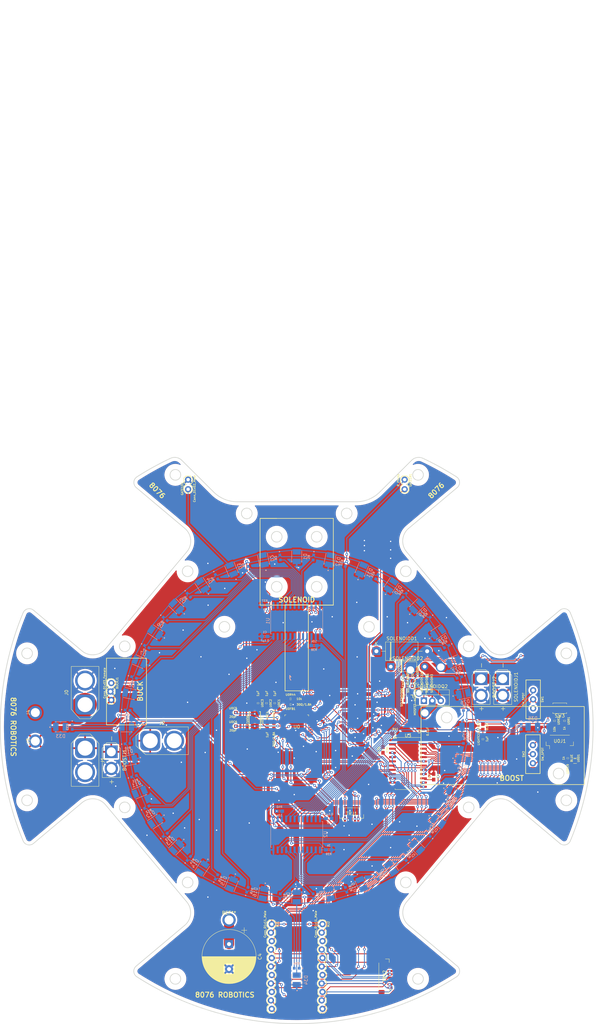
<source format=kicad_pcb>
(kicad_pcb (version 20211014) (generator pcbnew)
  (layers (0 "F.Cu" signal) (31 "B.Cu" signal) (34 "B.Paste" user) (35 "F.Paste" user) (36 "B.SilkS" user "B.Silkscreen") (37 "F.SilkS" user "F.Silkscreen") (38 "B.Mask" user) (39 "F.Mask" user) (44 "Edge.Cuts" user))
  (net 0 "")
  (net 2 "+3V3")
  (net 3 "/microcontroller/OSCIN")
  (net 4 "/microcontroller/OSCOUT")
  (net 5 "/microcontroller/RESET")
  (net 6 "/microcontroller/DEBUGTX")
  (net 7 "/microcontroller/DEBUGRX")
  (net 8 "Net-(U0-Pad19)")
  (net 9 "/microcontroller/MCU3V3")
  (net 10 "/BATT12V")
  (net 11 "/microcontroller/PROG3V3")
  (net 12 "Net-(R38-Pad1)")
  (net 13 "Net-(U0D1-Pad2)")
  (net 14 "Net-(R40-Pad1)")
  (net 15 "Net-(R42-Pad1)")
  (net 16 "M2C2")
  (net 17 "M2C1")
  (net 18 "M1C2")
  (net 19 "M1C1")
  (net 20 "M4CS")
  (net 21 "M3CS")
  (net 22 "VCCQ")
  (net 23 "GND")
  (net 24 "M2CS")
  (net 25 "M1CS")
  (net 26 "/microcontroller/M1INA")
  (net 27 "/microcontroller/M1PWM")
  (net 28 "M4C2")
  (net 29 "M4C1")
  (net 30 "/microcontroller/M3PWM")
  (net 31 "/microcontroller/M3INA")
  (net 32 "M3C2")
  (net 33 "M3C1")
  (net 34 "/microcontroller/M2INA")
  (net 35 "/microcontroller/M2PWM")
  (net 36 "+12V")
  (net 37 "/microcontroller/BATT_LVL")
  (net 52 "/microcontroller/TX")
  (net 53 "/microcontroller/SOLENOIDON")
  (net 54 "/microcontroller/RX")
  (net 55 "/microcontroller/LIGHT_INT")
  (net 57 "/microcontroller/SWDIO")
  (net 58 "/microcontroller/SWDCLOCK")
  (net 63 "GNDA")
  (net 64 "S0")
  (net 65 "S1")
  (net 66 "S2")
  (net 67 "S3")
  (net 68 "Net-(GATE1R1-Pad2)")
  (net 69 "Net-(R25-Pad2)")
  (net 70 "Net-(R26-Pad2)")
  (net 71 "Net-(R27-Pad2)")
  (net 72 "Net-(R28-Pad2)")
  (net 73 "Net-(R29-Pad2)")
  (net 74 "Net-(R30-Pad2)")
  (net 75 "Net-(R31-Pad2)")
  (net 76 "Net-(R32-Pad2)")
  (net 77 "Net-(R17-Pad2)")
  (net 78 "Net-(R18-Pad2)")
  (net 79 "Net-(R19-Pad2)")
  (net 80 "Net-(R20-Pad2)")
  (net 81 "Net-(R21-Pad2)")
  (net 82 "Net-(R22-Pad2)")
  (net 83 "Net-(R23-Pad2)")
  (net 84 "Net-(R24-Pad2)")
  (net 85 "Net-(R9-Pad2)")
  (net 86 "Net-(R10-Pad2)")
  (net 87 "Net-(R11-Pad2)")
  (net 88 "Net-(R12-Pad2)")
  (net 89 "Net-(R13-Pad2)")
  (net 90 "Net-(R14-Pad2)")
  (net 91 "Net-(R15-Pad2)")
  (net 92 "Net-(R16-Pad2)")
  (net 93 "Net-(R1-Pad2)")
  (net 94 "Net-(R2-Pad2)")
  (net 95 "Net-(R3-Pad2)")
  (net 96 "Net-(R4-Pad2)")
  (net 97 "Net-(R5-Pad2)")
  (net 98 "Net-(R6-Pad2)")
  (net 99 "Net-(R7-Pad2)")
  (net 100 "Net-(R8-Pad2)")
  (net 101 "Net-(LIGHTR1-Pad1)")
  (net 102 "Net-(U0-Pad44)")
  (net 103 "/microcontroller/M4PWM")
  (net 104 "/microcontroller/M4INA")
  (net 105 "U1OUT")
  (net 106 "U2OUT")
  (net 107 "U3OUT")
  (net 108 "Net-(R36-Pad2)")
  (net 109 "Net-(SW3-Pad1)")
  (net 110 "Net-(D1-Pad2)")
  (net 111 "Net-(R33-Pad2)")
  (net 112 "Net-(R34-Pad2)")
  (net 113 "Net-(R35-Pad2)")
  (net 114 "/SOLENOIDON")
  (net 115 "Net-(SOLENOIDC1-Pad2)")
  (net 116 "Net-(SOLENOIDR2-Pad1)")
  (net 117 "Net-(SOLENOIDQ2-Pad1)")
  (net 118 "Net-(SOLENOIDD1-Pad2)")
  (net 119 "Net-(SOLENOIDC1-Pad1)")
  (net 120 "Net-(SOLENOIDD1-Pad1)")
  (net 121 "/SOLENOIDPOWER")
  (footprint "Capacitors:0603" (layer "F.Cu") (at 118.879951 101.046 90)
    (fp_text reference "U0FB2")
    (fp_text value "30Ω/1.8A")
  )
  (footprint "Capacitors:0603" (layer "F.Cu") (at 119.129951 94.246 -90)
    (fp_text reference "U0C1")
    (fp_text value "1µF")
  )
  (footprint "Capacitors:0603" (layer "F.Cu") (at 106.629951 101.146)
    (fp_text reference "U0C6")
    (fp_text value "20pF")
  )
  (footprint "Connector_AMASS:AMASS_XT60-F_1x02_P7.20mm_Vertical" (layer "F.Cu") (at 62.18632 94.671 90)
    (fp_text reference "J0")
    (fp_text value "Conn_01x02_Female")
  )
  (footprint "Resistors:0603" (layer "F.Cu") (at 160.4518 88.3412 90)
    (fp_text reference "SOLENOIDR4")
    (fp_text value "20")
  )
  (footprint "Connector_AMASS:AMASS_XT60-F_1x02_P7.20mm_Vertical" (layer "F.Cu") (at 62.18632 107.74 -90)
    (fp_text reference "J1")
    (fp_text value "Conn_01x02_Female")
  )
  (footprint "Capacitors:0603" (layer "F.Cu") (at 106.629951 97.046)
    (fp_text reference "U0C5")
    (fp_text value "20pF")
  )
  (footprint "Capacitors:0603" (layer "F.Cu") (at 123.879951 94.671 180)
    (fp_text reference "U0FB1")
    (fp_text value "30Ω/1.8A")
  )
  (footprint "Connector_Wire:14AWG" (layer "F.Cu") (at 47.244 105.6259 90)
    (fp_text reference "J3")
    (fp_text value "Conn_01x01_Female" hide)
  )
  (footprint "Resistors:0603" (layer "F.Cu") (at 151.629951 108.271 -90)
    (fp_text reference "R36")
    (fp_text value "4.7k")
  )
  (footprint "Switches:SWITCH_SPDT_PTH_11.6X4.0MM_LOCK" (layer "F.Cu") (at 196.63832 109.546)
    (fp_text reference "SW2")
    (fp_text value "SW_SPDT")
  )
  (footprint "Resistors:0603" (layer "F.Cu") (at 206.129951 99.546 -90)
    (fp_text reference "U0R1")
    (fp_text value "1k")
  )
  (footprint "Resistors:0603" (layer "F.Cu") (at 165.0238 88.3412 -90)
    (fp_text reference "SOLENOIDR3")
    (fp_text value "1k")
  )
  (footprint "STM32F103CBT6:QFP50P900X900X160-48N" (layer "F.Cu") (at 125.729951 101.345919)
    (fp_text reference "U0")
    (fp_text value "STM32F103CBT6")
  )
  (footprint "Package_SO:SOIC-24W_7.5x15.4mm_P1.27mm" (layer "F.Cu") (at 159.129951 112.336)
    (fp_text reference "U3")
    (fp_text value "CD74HC4067M")
  )
  (footprint "Resistors:0603" (layer "F.Cu") (at 203.129951 99.546 -90)
    (fp_text reference "U0R2")
    (fp_text value "10k")
  )
  (footprint "Resistors:0603" (layer "F.Cu") (at 166.8526 116.332 90)
    (fp_text reference "R42")
    (fp_text value "10k")
  )
  (footprint "Capacitors:0603" (layer "F.Cu") (at 181.629951 105.046 -90)
    (fp_text reference "LIGHTC1")
    (fp_text value "1µf")
  )
  (footprint "Connectors:1X02_LOCK" (layer "F.Cu") (at 158.129951 27.376 -90)
    (fp_text reference "GATE1R1")
    (fp_text value "R_Photo")
  )
  (footprint "Diode_THT:D_DO-41_SOD81_P10.16mm_Horizontal" (layer "F.Cu") (at 153.9748 83.2866)
    (fp_text reference "SOLENOIDD2")
    (fp_text value "1N4728")
  )
  (footprint "Resistors:0603" (layer "F.Cu") (at 181.629951 101.345919 -90)
    (fp_text reference "LIGHTR1")
    (fp_text value "0.39")
  )
  (footprint "Switches:SWITCH_SPDT_PTH_11.6X4.0MM_LOCK" (layer "F.Cu") (at 196.723 93.091 180)
    (fp_text reference "SW1")
    (fp_text value "SW_SPDT")
  )
  (footprint "Connectors:1X11_LOCK" (layer "F.Cu") (at 118.11 160.525919 -90)
    (fp_text reference "MJ1")
    (fp_text value "Conn_01x11_Male")
  )
  (footprint "Resistors:0603" (layer "F.Cu") (at 155.329951 103.296)
    (fp_text reference "R41")
    (fp_text value "3k")
  )
  (footprint "Package_TO_SOT_THT:TO-220-3_Vertical" (layer "F.Cu") (at 163.9062 93.5026)
    (fp_text reference "SOLENOIDQ2")
    (fp_text value "MOSFET-NCH-FQP30N06L")
  )
  (footprint "Diode_THT:D_DO-27_P15.24mm_Horizontal" (layer "F.Cu") (at 149.6568 78.6638)
    (fp_text reference "SOLENOIDD1")
    (fp_text value "1N5401")
  )
  (footprint "Resistors:0603" (layer "F.Cu") (at 123.879951 92.971)
    (fp_text reference "U0R44")
    (fp_text value "10k")
  )
  (footprint "Capacitors:0603" (layer "F.Cu") (at 116.879951 101.046 -90)
    (fp_text reference "U0C4")
    (fp_text value "1µF")
  )
  (footprint "Connector_JST:JST_SH_BM05B-SRSS-TB_1x05-1MP_P1.00mm_Vertical" (layer "F.Cu") (at 142.2146 127.6604)
    (fp_text reference "TRJ1")
    (fp_text value "Conn_01x05_Female")
  )
  (footprint "Connector_AMASS:AMASS_XT30U-F_1x02_P5.0mm_Vertical" (layer "F.Cu") (at 181.102 86.908 -90)
    (fp_text reference "BOOSTJ2")
    (fp_text value "Conn_01x02_Female")
  )
  (footprint "Silicon-Standard:SOT23-3" (layer "F.Cu") (at 159.19196 92.4814)
    (fp_text reference "SOLENOIDQ1")
    (fp_text value "MOSFET-NCH-AO3404A")
  )
  (footprint "Connector_Wire:14AWG" (layer "F.Cu") (at 47.244 97.0661 90)
    (fp_text reference "J4")
    (fp_text value "Conn_01x01_Female" hide)
  )
  (footprint "Capacitors:0603" (layer "F.Cu") (at 116.629951 94.246 -90)
    (fp_text reference "U0C2")
    (fp_text value "1µF")
  )
  (footprint "Connector_AMASS:AMASS_XT30U-F_1x02_P5.0mm_Vertical" (layer "F.Cu") (at 70.06032 108.84 -90)
    (fp_text reference "BOOSTJ1")
    (fp_text value "Conn_01x02_Female")
  )
  (footprint "Connector_Wire:14AWG" (layer "F.Cu") (at 105.41 159.258)
    (fp_text reference "REF**")
    (fp_text value "14AWG" hide)
  )
  (footprint "Capacitors:0603" (layer "F.Cu") (at 163.77832 102.742213 90)
    (fp_text reference "C3")
    (fp_text value "0.1µF")
  )
  (footprint "Button_Switch_SMD:SW_Push_SPST_NO_Alps_SKRK" (layer "F.Cu") (at 204.70832 95.758 180)
    (fp_text reference "SW3")
    (fp_text value "SW_Push")
  )
  (footprint "Resistors:0603" (layer "F.Cu") (at 158.9278 88.3412 90)
    (fp_text reference "SOLENOIDR1")
    (fp_text value "10k")
  )
  (footprint "Connectors:1X02_LOCK" (layer "F.Cu") (at 93.129951 29.916 90)
    (fp_text reference "GATE1D1")
    (fp_text value "Conn_01x02_Male")
  )
  (footprint "Connector_AMASS:AMASS_XT60-F_1x02_P7.20mm_Vertical" (layer "F.Cu") (at 81.744 105.5116)
    (fp_text reference "J2")
    (fp_text value "Conn_01x02_Female")
  )
  (footprint "Capacitors:0603" (layer "F.Cu") (at 114.129951 94.246 -90)
    (fp_text reference "U0C3")
    (fp_text value "1µF")
  )
  (footprint "Capacitors:0603" (layer "F.Cu") (at 161.9758 88.3412 -90)
    (fp_text reference "SOLENOIDC1")
    (fp_text value "1500pF")
  )
  (footprint "Resistors:0603" (layer "F.Cu") (at 163.4998 88.3412 -90)
    (fp_text reference "SOLENOIDR2")
    (fp_text value "10k")
  )
  (footprint "Connector_JST:JST_SH_BM06B-SRSS-TB_1x06-1MP_P1.00mm_Vertical" (layer "F.Cu") (at 204.71832 105.862213)
    (fp_text reference "U0J1")
    (fp_text value "Conn_01x06_Female")
  )
  (footprint "Resistors:0603" (layer "F.Cu") (at 207.115 110.744 90)
    (fp_text reference "U0R19")
    (fp_text value "1k")
  )
  (footprint "Clocks:CRYSTAL-SMD-5X3.2-2PAD" (layer "F.Cu") (at 113.129951 99.371 -90)
    (fp_text reference "U0Y1")
    (fp_text value "Crystal")
  )
  (footprint "Connectors:1X03_LOCK" (layer "F.Cu") (at 69.93332 88.210213 -90)
    (fp_text reference "BUCKJ1")
    (fp_text value "Conn_01x03_Female")
  )
  (footprint "Capacitor_THT:CP_Radial_D16.0mm_P7.50mm" (layer "F.Cu") (at 105.41 166.497 -90)
    (fp_text reference "C4")
    (fp_text value "1000µF/63V")
  )
  (footprint "Connector_JST:JST_SH_BM08B-SRSS-TB_1x08-1MP_P1.00mm_Vertical" (layer "F.Cu") (at 152.4 176.0728 90)
    (fp_text reference "TRJ2")
    (fp_text value "Conn_01x08_Female")
  )
  (footprint "Connector_AMASS:AMASS_XT30U-F_1x02_P5.0mm_Vertical" (layer "F.Cu") (at 187.579 86.908 -90)
    (fp_text reference "SOLENOIDJ1")
    (fp_text value "Conn_01x02_Female")
  )
  (footprint "LED:LED-0603" (layer "F.Cu") (at 209.296 110.744 -90)
    (fp_text reference "U0D1")
    (fp_text value "BLUE")
  )
  (footprint "Connectors:1X11_LOCK" (layer "F.Cu") (at 133.35 160.521 -90)
    (fp_text reference "MJ2")
    (fp_text value "Conn_01x11_Male")
  )
  (footprint "OF-SMD3528WC:LED_OF-SMD3528WC" (layer "B.Cu") (at 172.889673 81.811723 22.5)
    (fp_text reference "D27")
    (fp_text value "LED")
  )
  (footprint "OF-SMD3528WC:LED_OF-SMD3528WC" (layer "B.Cu") (at 168.172579 129.705177 -33.75)
    (fp_text reference "D22")
    (fp_text value "LED")
  )
  (footprint "OF-SMD3528WC:LED_OF-SMD3528WC" (layer "B.Cu") (at 106.195755 148.505641 -112.5)
    (fp_text reference "D15")
    (fp_text value "LED")
  )
  (footprint "ALS-PT19-315C_L177_TR8:XDCR_ALS-PT19-315C_L177_TR8" (layer "B.Cu") (at 80.704343 77.287915 -28.125)
    (fp_text reference "R7")
    (fp_text value "R_Photo")
  )
  (footprint "Resistors:0603" (layer "B.Cu") (at 116.129951 64.825919 180)
    (fp_text reference "R37")
    (fp_text value "3k")
  )
  (footprint "ALS-PT19-315C_L177_TR8:XDCR_ALS-PT19-315C_L177_TR8" (layer "B.Cu") (at 110.909757 52.498972 -73.125)
    (fp_text reference "R3")
    (fp_text value "R_Photo")
  )
  (footprint "OF-SMD3528WC:LED_OF-SMD3528WC" (layer "B.Cu") (at 154.089209 143.788547 -56.25)
    (fp_text reference "D20")
    (fp_text value "LED")
  )
  (footprint "Capacitors:0603" (layer "B.Cu") (at 135.354951 128.825919)
    (fp_text reference "C2")
    (fp_text value "0.1µF")
  )
  (footprint "ALS-PT19-315C_L177_TR8:XDCR_ALS-PT19-315C_L177_TR8" (layer "B.Cu") (at 76.874319 86.53441 -16.875)
    (fp_text reference "R8")
    (fp_text value "R_Photo")
  )
  (footprint "ALS-PT19-315C_L177_TR8:XDCR_ALS-PT19-315C_L177_TR8" (layer "B.Cu") (at 193.129951 101.3485 -90)
    (fp_text reference "R35")
    (fp_text value "R_Photo")
  )
  (footprint "OF-SMD3528WC:LED_OF-SMD3528WC" (layer "B.Cu") (at 74.684636 101.345919 180)
    (fp_text reference "D9")
    (fp_text value "LED")
  )
  (footprint "Capacitors:0603" (layer "B.Cu") (at 116.129951 74.225919 180)
    (fp_text reference "C1")
    (fp_text value "0.1µF")
  )
  (footprint "ALS-PT19-315C_L177_TR8:XDCR_ALS-PT19-315C_L177_TR8" (layer "B.Cu") (at 130.734118 152.162765 95.625)
    (fp_text reference "R18")
    (fp_text value "R_Photo")
  )
  (footprint "OF-SMD3528WC:LED_OF-SMD3528WC" (layer "B.Cu") (at 83.287323 129.705177 -146.25)
    (fp_text reference "D12")
    (fp_text value "LED")
  )
  (footprint "Package_SO:SOIC-24W_7.5x15.4mm_P1.27mm" (layer "B.Cu") (at 125.729951 69.604604 -90)
    (fp_text reference "U1")
    (fp_text value "CD74HC4067M")
  )
  (footprint "ALS-PT19-315C_L177_TR8:XDCR_ALS-PT19-315C_L177_TR8" (layer "B.Cu") (at 165.195227 68.966289 -140.625)
    (fp_text reference "R29")
    (fp_text value "R_Photo")
  )
  (footprint "OF-SMD3528WC:LED_OF-SMD3528WC" (layer "B.Cu") (at 145.264147 54.186197 67.5)
    (fp_text reference "D31")
    (fp_text value "LED")
  )
  (footprint "OF-SMD3528WC:LED_OF-SMD3528WC" (layer "B.Cu") (at 75.665457 111.304366 -168.75)
    (fp_text reference "D10")
    (fp_text value "LED")
  )
  (footprint "ALS-PT19-315C_L177_TR8:XDCR_ALS-PT19-315C_L177_TR8" (layer "B.Cu") (at 80.704343 125.421293 28.125)
    (fp_text reference "R12")
    (fp_text value "R_Photo")
  )
  (footprint "ALS-PT19-315C_L177_TR8:XDCR_ALS-PT19-315C_L177_TR8" (layer "B.Cu") (at 149.79664 146.380212 118.125)
    (fp_text reference "R20")
    (fp_text value "R_Photo")
  )
  (footprint "OF-SMD3528WC:LED_OF-SMD3528WC" (layer "B.Cu") (at 54.829951 101.345919)
    (fp_text reference "D33")
    (fp_text value "LED")
  )
  (footprint "ALS-PT19-315C_L177_TR8:XDCR_ALS-PT19-315C_L177_TR8" (layer "B.Cu") (at 120.725784 152.162765 84.375)
    (fp_text reference "R17")
    (fp_text value "R_Photo")
  )
  (footprint "OF-SMD3528WC:LED_OF-SMD3528WC" (layer "B.Cu") (at 89.635463 65.251431 135)
    (fp_text reference "D5")
    (fp_text value "LED")
  )
  (footprint "ALS-PT19-315C_L177_TR8:XDCR_ALS-PT19-315C_L177_TR8" (layer "B.Cu") (at 165.195227 133.742919 140.625)
    (fp_text reference "R22")
    (fp_text value "R_Photo")
  )
  (footprint "OF-SMD3528WC:LED_OF-SMD3528WC" (layer "B.Cu") (at 125.729951 152.391234 -90)
    (fp_text reference "D17")
    (fp_text value "LED")
  )
  (footprint "ALS-PT19-315C_L177_TR8:XDCR_ALS-PT19-315C_L177_TR8" (layer "B.Cu") (at 170.755559 77.287915 -151.875)
    (fp_text reference "R28")
    (fp_text value "R_Photo")
  )
  (footprint "OF-SMD3528WC:LED_OF-SMD3528WC" (layer "B.Cu") (at 78.570229 81.811723 157.5)
    (fp_text reference "D7")
    (fp_text value "LED")
  )
  (footprint "OF-SMD3528WC:LED_OF-SMD3528WC" (layer "B.Cu") (at 196.629951 101.345919 180)
    (fp_text reference "D35")
    (fp_text value "LED")
  )
  (footprint "Resistors:0603" (layer "B.Cu") (at 130.929951 76.962)
    (fp_text reference "R38")
    (fp_text value "10k")
  )
  (footprint "OF-SMD3528WC:LED_OF-SMD3528WC" (layer "B.Cu") (at 175.794445 111.304366 -11.25)
    (fp_text reference "D24")
    (fp_text value "LED")
  )
  (footprint "Resistors:0603" (layer "B.Cu") (at 120.529951 126.625919 180)
    (fp_text reference "R40")
    (fp_text value "10k")
  )
  (footprint "OF-SMD3528WC:LED_OF-SMD3528WC" (layer "B.Cu") (at 78.570229 120.880115 -157.5)
    (fp_text reference "D11")
    (fp_text value "LED")
  )
  (footprint "OF-SMD3528WC:LED_OF-SMD3528WC" (layer "B.Cu") (at 89.635463 137.440407 -135)
    (fp_text reference "D13")
    (fp_text value "LED")
  )
  (footprint "ALS-PT19-315C_L177_TR8:XDCR_ALS-PT19-315C_L177_TR8" (layer "B.Cu") (at 101.663262 56.328996 -61.875)
    (fp_text reference "R4")
    (fp_text value "R_Photo")
  )
  (footprint "ALS-PT19-315C_L177_TR8:XDCR_ALS-PT19-315C_L177_TR8" (layer "B.Cu") (at 158.118266 61.889328 -129.375)
    (fp_text reference "R30")
    (fp_text value "R_Photo")
  )
  (footprint "Resistors:0603" (layer "B.Cu") (at 135.329951 138.225919)
    (fp_text reference "R39")
    (fp_text value "3k")
  )
  (footprint "ALS-PT19-315C_L177_TR8:XDCR_ALS-PT19-315C_L177_TR8" (layer "B.Cu") (at 174.585583 86.53441 -163.125)
    (fp_text reference "R27")
    (fp_text value "R_Photo")
  )
  (footprint "OF-SMD3528WC:LED_OF-SMD3528WC" (layer "B.Cu") (at 125.729951 177.246 90)
    (fp_text reference "D34")
    (fp_text value "LED")
  )
  (footprint "OF-SMD3528WC:LED_OF-SMD3528WC" (layer "B.Cu") (at 154.089209 58.903291 56.25)
    (fp_text reference "D30")
    (fp_text value "LED")
  )
  (footprint "ALS-PT19-315C_L177_TR8:XDCR_ALS-PT19-315C_L177_TR8" (layer "B.Cu") (at 176.538112 96.350437 -174.375)
    (fp_text reference "R26")
    (fp_text value "R_Photo")
  )
  (footprint "ALS-PT19-315C_L177_TR8:XDCR_ALS-PT19-315C_L177_TR8" (layer "B.Cu") (at 140.550145 52.498972 -106.875)
    (fp_text reference "R32")
    (fp_text value "R_Photo")
  )
  (footprint "OF-SMD3528WC:LED_OF-SMD3528WC" (layer "B.Cu") (at 106.195755 54.186197 112.5)
    (fp_text reference "D3")
    (fp_text value "LED")
  )
  (footprint "OF-SMD3528WC:LED_OF-SMD3528WC" (layer "B.Cu") (at 125.729951 50.300604 90)
    (fp_text reference "D1")
    (fp_text value "LED")
  )
  (footprint "ALS-PT19-315C_L177_TR8:XDCR_ALS-PT19-315C_L177_TR8" (layer "B.Cu") (at 93.341636 61.889328 -50.625)
    (fp_text reference "R5")
    (fp_text value "R_Photo")
  )
  (footprint "ALS-PT19-315C_L177_TR8:XDCR_ALS-PT19-315C_L177_TR8" (layer "B.Cu") (at 174.585583 116.174798 163.125)
    (fp_text reference "R24")
    (fp_text value "R_Photo")
  )
  (footprint "ALS-PT19-315C_L177_TR8:XDCR_ALS-PT19-315C_L177_TR8" (layer "B.Cu") (at 120.725784 50.546443 -84.375)
    (fp_text reference "R2")
    (fp_text value "R_Photo")
  )
  (footprint "ALS-PT19-315C_L177_TR8:XDCR_ALS-PT19-315C_L177_TR8" (layer "B.Cu") (at 74.92179 106.358771 5.625)
    (fp_text reference "R10")
    (fp_text value "R_Photo")
  )
  (footprint "ALS-PT19-315C_L177_TR8:XDCR_ALS-PT19-315C_L177_TR8" (layer "B.Cu") (at 74.92179 96.350437 -5.625)
    (fp_text reference "R9")
    (fp_text value "R_Photo")
  )
  (footprint "OF-SMD3528WC:LED_OF-SMD3528WC" (layer "B.Cu") (at 168.172579 72.986661 33.75)
    (fp_text reference "D28")
    (fp_text value "LED")
  )
  (footprint "OF-SMD3528WC:LED_OF-SMD3528WC" (layer "B.Cu") (at 75.665457 91.387472 168.75)
    (fp_text reference "D8")
    (fp_text value "LED")
  )
  (footprint "OF-SMD3528WC:LED_OF-SMD3528WC" (layer "B.Cu") (at 176.775266 101.345919)
    (fp_text reference "D25")
    (fp_text value "LED")
  )
  (footprint "Package_SO:SOIC-24W_7.5x15.4mm_P1.27mm" (layer "B.Cu") (at 125.729951 133.586335 90)
    (fp_text reference "U2")
    (fp_text value "CD74HC4067M")
  )
  (footprint "ALS-PT19-315C_L177_TR8:XDCR_ALS-PT19-315C_L177_TR8" (layer "B.Cu") (at 101.663262 146.380212 61.875)
    (fp_text reference "R15")
    (fp_text value "R_Photo")
  )
  (footprint "OF-SMD3528WC:LED_OF-SMD3528WC" (layer "B.Cu") (at 172.889673 120.880115 -22.5)
    (fp_text reference "D23")
    (fp_text value "LED")
  )
  (footprint "ALS-PT19-315C_L177_TR8:XDCR_ALS-PT19-315C_L177_TR8" (layer "B.Cu") (at 125.729951 173.746 180)
    (fp_text reference "R34")
    (fp_text value "R_Photo")
  )
  (footprint "OF-SMD3528WC:LED_OF-SMD3528WC" (layer "B.Cu") (at 83.287323 72.986661 146.25)
    (fp_text reference "D6")
    (fp_text value "LED")
  )
  (footprint "ALS-PT19-315C_L177_TR8:XDCR_ALS-PT19-315C_L177_TR8" (layer "B.Cu") (at 140.550145 150.210236 106.875)
    (fp_text reference "R19")
    (fp_text value "R_Photo")
  )
  (footprint "ALS-PT19-315C_L177_TR8:XDCR_ALS-PT19-315C_L177_TR8" (layer "B.Cu") (at 86.264675 133.742919 39.375)
    (fp_text reference "R13")
    (fp_text value "R_Photo")
  )
  (footprint "OF-SMD3528WC:LED_OF-SMD3528WC" (layer "B.Cu") (at 97.370693 58.903291 123.75)
    (fp_text reference "D4")
    (fp_text value "LED")
  )
  (footprint "OF-SMD3528WC:LED_OF-SMD3528WC" (layer "B.Cu") (at 145.264147 148.505641 -67.5)
    (fp_text reference "D19")
    (fp_text value "LED")
  )
  (footprint "ALS-PT19-315C_L177_TR8:XDCR_ALS-PT19-315C_L177_TR8" (layer "B.Cu") (at 176.538112 106.358771 174.375)
    (fp_text reference "R25")
    (fp_text value "R_Photo")
  )
  (footprint "OF-SMD3528WC:LED_OF-SMD3528WC" (layer "B.Cu") (at 135.688398 151.410413 -78.75)
    (fp_text reference "D18")
    (fp_text value "LED")
  )
  (footprint "ALS-PT19-315C_L177_TR8:XDCR_ALS-PT19-315C_L177_TR8" (layer "B.Cu") (at 58.329951 101.3485 -90)
    (fp_text reference "R33")
    (fp_text value "R_Photo")
  )
  (footprint "ALS-PT19-315C_L177_TR8:XDCR_ALS-PT19-315C_L177_TR8" (layer "B.Cu") (at 93.341636 140.81988 50.625)
    (fp_text reference "R14")
    (fp_text value "R_Photo")
  )
  (footprint "ALS-PT19-315C_L177_TR8:XDCR_ALS-PT19-315C_L177_TR8" (layer "B.Cu") (at 130.734118 50.546443 -95.625)
    (fp_text reference "R1")
    (fp_text value "R_Photo")
  )
  (footprint "OF-SMD3528WC:LED_OF-SMD3528WC" (layer "B.Cu") (at 135.688398 51.281425 78.75)
    (fp_text reference "D32")
    (fp_text value "LED")
  )
  (footprint "OF-SMD3528WC:LED_OF-SMD3528WC" (layer "B.Cu") (at 115.771504 51.281425 101.25)
    (fp_text reference "D2")
    (fp_text value "LED")
  )
  (footprint "ALS-PT19-315C_L177_TR8:XDCR_ALS-PT19-315C_L177_TR8" (layer "B.Cu") (at 86.264675 68.966289 -39.375)
    (fp_text reference "R6")
    (fp_text value "R_Photo")
  )
  (footprint "OF-SMD3528WC:LED_OF-SMD3528WC" (layer "B.Cu") (at 97.370693 143.788547 -123.75)
    (fp_text reference "D14")
    (fp_text value "LED")
  )
  (footprint "OF-SMD3528WC:LED_OF-SMD3528WC" (layer "B.Cu") (at 115.771504 151.410413 -101.25)
    (fp_text reference "D16")
    (fp_text value "LED")
  )
  (footprint "OF-SMD3528WC:LED_OF-SMD3528WC" (layer "B.Cu") (at 175.794445 91.387472 11.25)
    (fp_text reference "D26")
    (fp_text value "LED")
  )
  (footprint "ALS-PT19-315C_L177_TR8:XDCR_ALS-PT19-315C_L177_TR8" (layer "B.Cu") (at 158.118266 140.81988 129.375)
    (fp_text reference "R21")
    (fp_text value "R_Photo")
  )
  (footprint "ALS-PT19-315C_L177_TR8:XDCR_ALS-PT19-315C_L177_TR8" (layer "B.Cu") (at 170.755559 125.421293 151.875)
    (fp_text reference "R23")
    (fp_text value "R_Photo")
  )
  (footprint "ALS-PT19-315C_L177_TR8:XDCR_ALS-PT19-315C_L177_TR8" (layer "B.Cu") (at 149.79664 56.328996 -118.125)
    (fp_text reference "R31")
    (fp_text value "R_Photo")
  )
  (footprint "OF-SMD3528WC:LED_OF-SMD3528WC" (layer "B.Cu") (at 161.824439 65.251431 45)
    (fp_text reference "D29")
    (fp_text value "LED")
  )
  (footprint "ALS-PT19-315C_L177_TR8:XDCR_ALS-PT19-315C_L177_TR8" (layer "B.Cu") (at 110.909757 150.210236 73.125)
    (fp_text reference "R16")
    (fp_text value "R_Photo")
  )
  (footprint "ALS-PT19-315C_L177_TR8:XDCR_ALS-PT19-315C_L177_TR8" (layer "B.Cu") (at 76.874319 116.174798 16.875)
    (fp_text reference "R11")
    (fp_text value "R_Photo")
  )
  (footprint "OF-SMD3528WC:LED_OF-SMD3528WC" (layer "B.Cu") (at 161.824439 137.440407 -45)
    (fp_text reference "D21")
    (fp_text value "LED")
  )
  (gr_curve (pts (xy 123.653256 86.528664) (xy 123.653256 86.865864) (xy 123.757738 87.132736) (xy 123.96678 87.329203)) (layer "B.SilkS") (width 0.27))
  (gr_curve (pts (xy 123.653256 85.972563) (xy 123.653256 85.972563) (xy 123.653256 86.528664) (xy 123.653256 86.528664)) (layer "B.SilkS") (width 0.27))
  (gr_curve (pts (xy 124.004428 86.390648) (xy 123.867887 86.27359) (xy 123.756418 86.134255) (xy 123.669945 85.972563)) (layer "B.SilkS") (width 0.27))
  (gr_curve (pts (xy 123.669945 85.972563) (xy 123.669945 85.972563) (xy 123.653256 85.972563) (xy 123.653256 85.972563)) (layer "B.SilkS") (width 0.27))
  (gr_rect (start 163.064 95.252) (end 212.064 118.652) (layer "F.SilkS") (width 0.2) (fill none))
  (gr_line (start 136.73 64.834467) (end 131.73 64.834467) (layer "F.SilkS") (width 0.2))
  (gr_line (start 122.23 90.546) (end 129.23 90.546) (layer "F.SilkS") (width 0.2))
  (gr_rect (start 68.61252 80.750213) (end 80.61252 100.750213) (layer "F.SilkS") (width 0.2) (fill none))
  (gr_line (start 136.73 64.834467) (end 114.73 64.834467) (layer "F.SilkS") (width 0.2))
  (gr_line (start 122.23 64.746) (end 122.23 90.546) (layer "F.SilkS") (width 0.2))
  (gr_line (start 114.73 38.834467) (end 136.73 38.834467) (layer "F.SilkS") (width 0.2))
  (gr_line (start 136.73 38.834467) (end 136.73 64.834467) (layer "F.SilkS") (width 0.2))
  (gr_line (start 129.23 64.746) (end 122.23 64.746) (layer "F.SilkS") (width 0.2))
  (gr_line (start 114.73 38.834467) (end 119.73 38.834467) (layer "F.SilkS") (width 0.2))
  (gr_line (start 114.73 64.834467) (end 114.73 38.834467) (layer "F.SilkS") (width 0.2))
  (gr_line (start 129.23 90.546) (end 129.23 64.746) (layer "F.SilkS") (width 0.2))
  (gr_circle (center 206.683554 123.385331) (end 208.283554 123.385331) (layer "Edge.Cuts") (width 0.2) (fill none))
  (gr_arc (start 68.307861 77.961991) (mid 64.913413 79.729026) (end 61.263694 78.578269) (layer "Edge.Cuts") (width 0.2))
  (gr_circle (center 177.364934 125.498349) (end 178.964934 125.498349) (layer "Edge.Cuts") (width 0.2) (fill none))
  (gr_line (start 77.527658 173.101164) (end 92.093569 160.884736) (layer "Edge.Cuts") (width 0.2))
  (gr_arc (start 163.637046 20.808372) (mid 168.76018 23.42516) (end 173.703585 26.367411) (layer "Edge.Cuts") (width 0.2))
  (gr_arc (start 77.756415 26.367411) (mid 82.69982 23.42516) (end 87.822954 20.808372) (layer "Edge.Cuts") (width 0.2))
  (gr_line (start 125.73 33.834467) (end 107.854515 33.834469) (layer "Edge.Cuts") (width 0.2))
  (gr_arc (start 107.854515 33.834469) (mid 104.041588 33.079013) (end 100.804761 30.926788) (layer "Edge.Cuts") (width 0.2))
  (gr_arc (start 207.88491 135.542383) (mid 206.512311 136.716879) (end 204.753128 136.306097) (layer "Edge.Cuts") (width 0.2))
  (gr_arc (start 125.73 190.364862) (mid 100.725609 186.780994) (end 77.734553 176.317961) (layer "Edge.Cuts") (width 0.2))
  (gr_arc (start 159.366431 160.884736) (mid 157.598753 157.492448) (end 158.74625 153.843399) (layer "Edge.Cuts") (width 0.2))
  (gr_circle (center 92.978267 148.002472) (end 94.578267 148.002472) (layer "Edge.Cuts") (width 0.2) (fill none))
  (gr_circle (center 89.304544 176.926395) (end 90.904544 176.926395) (layer "Edge.Cuts") (width 0.2) (fill none))
  (gr_arc (start 190.196306 78.578269) (mid 186.546587 79.729026) (end 183.152139 77.961991) (layer "Edge.Cuts") (width 0.2))
  (gr_arc (start 87.822954 20.808372) (mid 89.611743 20.566613) (end 91.215464 21.395042) (layer "Edge.Cuts") (width 0.2))
  (gr_circle (center 158.481733 54.689528) (end 160.081733 54.689528) (layer "Edge.Cuts") (width 0.2) (fill none))
  (gr_arc (start 61.268693 124.090925) (mid 64.920538 122.940882) (end 68.315289 124.711259) (layer "Edge.Cuts") (width 0.2))
  (gr_circle (center 147.43 71.346) (end 149.03 71.346) (layer "Edge.Cuts") (width 0.2) (fill none))
  (gr_circle (center 206.683554 79.306669) (end 208.283554 79.306669) (layer "Edge.Cuts") (width 0.2) (fill none))
  (gr_line (start 125.73 33.834467) (end 143.605485 33.834467) (layer "Edge.Cuts") (width 0.2))
  (gr_arc (start 77.548777 29.584199) (mid 76.838474 27.923255) (end 77.756415 26.367411) (layer "Edge.Cuts") (width 0.2))
  (gr_line (start 46.713981 66.369567) (end 61.263694 78.578269) (layer "Edge.Cuts") (width 0.2))
  (gr_line (start 183.152139 77.961991) (end 158.726283 48.852389) (layer "Edge.Cuts") (width 0.2))
  (gr_line (start 91.215464 21.395042) (end 100.804761 30.926788) (layer "Edge.Cuts") (width 0.2))
  (gr_arc (start 92.71375 153.843399) (mid 93.861247 157.492448) (end 92.093569 160.884736) (layer "Edge.Cuts") (width 0.2))
  (gr_arc (start 173.932342 173.101164) (mid 174.643002 174.761924) (end 173.725447 176.317961) (layer "Edge.Cuts") (width 0.2))
  (gr_circle (center 44.776446 79.306669) (end 46.376446 79.306669) (layer "Edge.Cuts") (width 0.2) (fill none))
  (gr_arc (start 207.87787 67.13271) (mid 214.717762 101.336843) (end 207.88491 135.542383) (layer "Edge.Cuts") (width 0.2))
  (gr_circle (center 170.764 98.552) (end 172.364 98.552) (layer "Edge.Cuts") (width 0.2) (fill none))
  (gr_circle (center 162.155456 176.926395) (end 163.755456 176.926395) (layer "Edge.Cuts") (width 0.2) (fill none))
  (gr_arc (start 160.244536 21.395041) (mid 161.848257 20.566613) (end 163.637046 20.808372) (layer "Edge.Cuts") (width 0.2))
  (gr_line (start 92.71375 153.843399) (end 68.315289 124.711259) (layer "Edge.Cuts") (width 0.2))
  (gr_arc (start 77.734553 176.317961) (mid 76.816998 174.761924) (end 77.527658 173.101164) (layer "Edge.Cuts") (width 0.2))
  (gr_circle (center 104.03 71.346) (end 105.63 71.346) (layer "Edge.Cuts") (width 0.2) (fill none))
  (gr_circle (center 119.73 44.334467) (end 121.33 44.334467) (layer "Edge.Cuts") (width 0.2) (fill none))
  (gr_arc (start 150.655238 30.926786) (mid 147.418411 33.079011) (end 143.605485 33.834467) (layer "Edge.Cuts") (width 0.2))
  (gr_line (start 190.191307 124.090925) (end 204.753128 136.306097) (layer "Edge.Cuts") (width 0.2))
  (gr_line (start 150.655238 30.926786) (end 160.244536 21.395041) (layer "Edge.Cuts") (width 0.2))
  (gr_circle (center 158.481733 148.002472) (end 160.081733 148.002472) (layer "Edge.Cuts") (width 0.2) (fill none))
  (gr_circle (center 204.364 115.352) (end 205.964 115.352) (layer "Edge.Cuts") (width 0.2) (fill none))
  (gr_circle (center 119.73 59.334467) (end 121.33 59.334467) (layer "Edge.Cuts") (width 0.2) (fill none))
  (gr_line (start 68.307861 77.961991) (end 92.733717 48.852389) (layer "Edge.Cuts") (width 0.2))
  (gr_arc (start 46.706872 136.306097) (mid 44.947689 136.716879) (end 43.57509 135.542383) (layer "Edge.Cuts") (width 0.2))
  (gr_line (start 61.268693 124.090925) (end 46.706872 136.306097) (layer "Edge.Cuts") (width 0.2))
  (gr_line (start 158.74625 153.843399) (end 183.144711 124.711259) (layer "Edge.Cuts") (width 0.2))
  (gr_arc (start 43.58213 67.13271) (mid 44.954914 65.95851) (end 46.713981 66.369567) (layer "Edge.Cuts") (width 0.2))
  (gr_arc (start 183.144711 124.711259) (mid 186.539462 122.940882) (end 190.191307 124.090925) (layer "Edge.Cuts") (width 0.2))
  (gr_arc (start 158.726283 48.852389) (mid 157.575537 45.20262) (end 159.342648 41.808161) (layer "Edge.Cuts") (width 0.2))
  (gr_circle (center 89.304544 25.765605) (end 90.904544 25.765605) (layer "Edge.Cuts") (width 0.2) (fill none))
  (gr_circle (center 131.73 59.334467) (end 133.33 59.334467) (layer "Edge.Cuts") (width 0.2) (fill none))
  (gr_arc (start 92.117352 41.808161) (mid 93.884463 45.20262) (end 92.733717 48.852389) (layer "Edge.Cuts") (width 0.2))
  (gr_line (start 173.932342 173.101164) (end 159.366431 160.884736) (layer "Edge.Cuts") (width 0.2))
  (gr_circle (center 92.978267 54.689528) (end 94.578267 54.689528) (layer "Edge.Cuts") (width 0.2) (fill none))
  (gr_arc (start 173.703585 26.367411) (mid 174.621526 27.923255) (end 173.911223 29.584199) (layer "Edge.Cuts") (width 0.2))
  (gr_arc (start 173.725447 176.317961) (mid 150.734391 186.780994) (end 125.73 190.364862) (layer "Edge.Cuts") (width 0.2))
  (gr_arc (start 204.746019 66.369567) (mid 206.505086 65.95851) (end 207.87787 67.13271) (layer "Edge.Cuts") (width 0.2))
  (gr_circle (center 44.776446 123.385331) (end 46.376446 123.385331) (layer "Edge.Cuts") (width 0.2) (fill none))
  (gr_circle (center 74.095066 125.498349) (end 75.695066 125.498349) (layer "Edge.Cuts") (width 0.2) (fill none))
  (gr_circle (center 140.73 37.346) (end 142.33 37.346) (layer "Edge.Cuts") (width 0.2) (fill none))
  (gr_line (start 204.746019 66.369567) (end 190.196306 78.578269) (layer "Edge.Cuts") (width 0.2))
  (gr_line (start 159.342648 41.808161) (end 173.911223 29.584199) (layer "Edge.Cuts") (width 0.2))
  (gr_line (start 92.117352 41.808161) (end 77.548777 29.584199) (layer "Edge.Cuts") (width 0.2))
  (gr_circle (center 74.095066 77.193651) (end 75.695066 77.193651) (layer "Edge.Cuts") (width 0.2) (fill none))
  (gr_circle (center 131.73 44.334467) (end 133.33 44.334467) (layer "Edge.Cuts") (width 0.2) (fill none))
  (gr_circle (center 162.155456 25.765605) (end 163.755456 25.765605) (layer "Edge.Cuts") (width 0.2) (fill none))
  (gr_circle (center 177.364934 77.193651) (end 178.964934 77.193651) (layer "Edge.Cuts") (width 0.2) (fill none))
  (gr_arc (start 43.57509 135.542383) (mid 36.742238 101.336843) (end 43.58213 67.13271) (layer "Edge.Cuts") (width 0.2))
  (gr_circle (center 110.73 37.346) (end 112.33 37.346) (layer "Edge.Cuts") (width 0.2) (fill none))
  (gr_text "SOLENOID" (at 125.73 63.246) (layer "F.SilkS") (effects (font (size 1.5 1.5) (thickness 0.3))))
  (gr_text "BUCK" (at 78.74 90.678 90) (layer "F.SilkS") (effects (font (size 1.5 1.5) (thickness 0.3))))
  (gr_text "8076 ROBOTICS" (at 40.64 101.345919 270) (layer "F.SilkS") (effects (font (size 1.5 1.5) (thickness 0.3))))
  (gr_text "8076 ROBOTICS" (at 104.14 181.737) (layer "F.SilkS") (effects (font (size 1.5 1.5) (thickness 0.3))))
  (gr_text "BOOST" (at 190.2924 116.7488) (layer "F.SilkS") (effects (font (size 1.5 1.5) (thickness 0.3))))
  (gr_text "8076" (at 167.64 30.48 45) (layer "F.SilkS") (effects (font (size 1.5 1.5) (thickness 0.3))))
  (gr_text "8076" (at 83.82 30.48 315) (layer "F.SilkS") (effects (font (size 1.5 1.5) (thickness 0.3))))
  (segment (start 154.782903 96.049489) (end 153.988111 96.049489) (width 0.25) (layer "F.Cu") (net 2))
  (segment (start 142.2146 128.9854) (end 142.2146 132.588) (width 0.25) (layer "F.Cu") (net 2))
  (segment (start 108.71832 77.372213) (end 108.71832 77.430631) (width 0.25) (layer "F.Cu") (net 2))
  (segment (start 200.03832 103.4282) (end 196.63832 106.8282) (width 0.25) (layer "F.Cu") (net 2))
  (segment (start 118.237 160.525919) (end 118.237 157.48) (width 0.25) (layer "F.Cu") (net 2))
  (segment (start 127.084413 127.262213) (end 133.31832 127.262213) (width 0.25) (layer "F.Cu") (net 2))
  (segment (start 153.988111 96.049489) (end 153.67 96.3676) (width 0.25) (layer "F.Cu") (net 2))
  (segment (start 200.03832 102.562213) (end 200.03832 103.4282) (width 0.25) (layer "F.Cu") (net 2))
  (segment (start 102.87 109.483893) (end 105.71832 112.332213) (width 0.25) (layer "F.Cu") (net 2))
  (segment (start 172.181461 95.129946) (end 169.157054 95.129946) (width 0.25) (layer "F.Cu") (net 2))
  (segment (start 180.562565 99.314) (end 176.978511 95.729946) (width 0.25) (layer "F.Cu") (net 2))
  (segment (start 153.67 96.3676) (end 153.67 96.985814) (width 0.25) (layer "F.Cu") (net 2))
  (segment (start 118.237 157.48) (end 127.1016 148.6154) (width 0.25) (layer "F.Cu") (net 2))
  (segment (start 149.98258 123.123653) (end 166.439726 123.123653) (width 0.25) (layer "F.Cu") (net 2))
  (segment (start 121.92 160.528) (end 129.54 160.528) (width 0.25) (layer "F.Cu") (net 2))
  (segment (start 166.439726 123.123653) (end 168.18832 121.375059) (width 0.25) (layer "F.Cu") (net 2))
  (segment (start 142.2146 132.588) (end 142.1384 132.6642) (width 0.25) (layer "F.Cu") (net 2))
  (segment (start 133.332813 127.262213) (end 138.7348 132.6642) (width 0.25) (layer "F.Cu") (net 2))
  (segment (start 168.18832 116.32152) (end 168.1734 116.3066) (width 0.25) (layer "F.Cu") (net 2))
  (segment (start 159.423663 100.56864) (end 162.445596 103.590573) (width 0.25) (layer "F.Cu") (net 2))
  (segment (start 172.781461 95.729946) (end 172.181461 95.129946) (width 0.25) (layer "F.Cu") (net 2))
  (segment (start 127.1016 127.2794) (end 127.084413 127.262213) (width 0.25) (layer "F.Cu") (net 2))
  (segment (start 153.67 96.985814) (end 157.252826 100.56864) (width 0.25) (layer "F.Cu") (net 2))
  (segment (start 99.749787 88.210213) (end 102.06432 85.89568) (width 0.25) (layer "F.Cu") (net 2))
  (segment (start 143.396333 132.6642) (end 142.1384 132.6642) (width 0.25) (layer "F.Cu") (net 2))
  (segment (start 108.71832 77.430631) (end 102.06432 84.084631) (width 0.25) (layer "F.Cu") (net 2))
  (segment (start 138.7348 132.6642) (end 142.1384 132.6642) (width 0.25) (layer "F.Cu") (net 2))
  (segment (start 168.1734 107.009758) (end 166.514642 105.351) (width 0.25) (layer "F.Cu") (net 2))
  (segment (start 127.084413 127.262213) (end 119.744413 119.922213) (width 0.25) (layer "F.Cu") (net 2))
  (segment (start 158.403014 99.6696) (end 154.782903 96.049489) (width 0.25) (layer "F.Cu") (net 2))
  (segment (start 168.18832 121.375059) (end 168.18832 116.32152) (width 0.25) (layer "F.Cu") (net 2))
  (segment (start 166.514642 105.351) (end 163.779951 105.351) (width 0.25) (layer "F.Cu") (net 2))
  (segment (start 102.87 94.357951) (end 102.87 109.483893) (width 0.25) (layer "F.Cu") (net 2))
  (segment (start 201.168 99.314) (end 201.168 97.651893) (width 0.25) (layer "F.Cu") (net 2))
  (segment (start 149.7584 125.196713) (end 149.7584 126.302133) (width 0.25) (layer "F.Cu") (net 2))
  (segment (start 201.168 97.651893) (end 196.63832 93.122213) (width 0.25) (layer "F.Cu") (net 2))
  (segment (start 164.6174 99.6696) (end 158.403014 99.6696) (width 0.25) (layer "F.Cu") (net 2))
  (segment (start 149.7076 122.848673) (end 149.98258 123.123653) (width 0.25) (layer "F.Cu") (net 2))
  (segment (start 157.252826 100.56864) (end 159.423663 100.56864) (width 0.25) (layer "F.Cu") (net 2))
  (segment (start 70.06032 88.210213) (end 99.749787 88.210213) (width 0.25) (layer "F.Cu") (net 2))
  (segment (start 176.978511 95.729946) (end 172.781461 95.729946) (width 0.25) (layer "F.Cu") (net 2))
  (segment (start 169.157054 95.129946) (end 164.6174 99.6696) (width 0.25) (layer "F.Cu") (net 2))
  (segment (start 196.723 93.091) (end 190.5 99.314) (width 0.25) (layer "F.Cu") (net 2))
  (segment (start 102.06432 84.084631) (end 102.06432 93.552271) (width 0.25) (layer "F.Cu") (net 2))
  (segment (start 190.5 99.314) (end 180.562565 99.314) (width 0.25) (layer "F.Cu") (net 2))
  (segment (start 127.1016 148.6154) (end 127.1016 127.2794) (width 0.25) (layer "F.Cu") (net 2))
  (segment (start 133.31832 127.262213) (end 133.332813 127.262213) (width 0.25) (layer "F.Cu") (net 2))
  (segment (start 162.445596 103.590573) (end 163.77832 103.590573) (width 0.25) (layer "F.Cu") (net 2))
  (segment (start 163.779951 105.351) (end 163.779951 103.518844) (width 0.25) (layer "F.Cu") (net 2))
  (segment (start 102.06432 93.552271) (end 102.87 94.357951) (width 0.25) (layer "F.Cu") (net 2))
  (segment (start 149.7584 126.302133) (end 143.396333 132.6642) (width 0.25) (layer "F.Cu") (net 2))
  (segment (start 119.744413 119.922213) (end 119.69832 119.922213) (width 0.25) (layer "F.Cu") (net 2))
  (via (at 121.92 160.528) (size 0.8) (drill 0.4) (layers "F.Cu" "B.Cu") (net 2))
  (via (at 168.1734 116.3066) (size 0.8) (drill 0.4) (layers "F.Cu" "B.Cu") (net 2))
  (via (at 201.168 99.314) (size 0.8) (drill 0.4) (layers "F.Cu" "B.Cu") (net 2))
  (via (at 149.7584 125.196713) (size 0.8) (drill 0.4) (layers "F.Cu" "B.Cu") (net 2))
  (via (at 200.03832 102.562213) (size 0.8) (drill 0.4) (layers "F.Cu" "B.Cu") (net 2))
  (via (at 133.31832 127.262213) (size 0.8) (drill 0.4) (layers "F.Cu" "B.Cu") (net 2))
  (via (at 119.69832 119.922213) (size 0.8) (drill 0.4) (layers "F.Cu" "B.Cu") (net 2))
  (via (at 129.54 160.528) (size 0.8) (drill 0.4) (layers "F.Cu" "B.Cu") (net 2))
  (via (at 168.1734 107.009758) (size 0.8) (drill 0.4) (layers "F.Cu" "B.Cu") (net 2))
  (via (at 108.71832 77.372213) (size 0.8) (drill 0.4) (layers "F.Cu" "B.Cu") (net 2))
  (via (at 105.71832 112.332213) (size 0.8) (drill 0.4) (layers "F.Cu" "B.Cu") (net 2))
  (via (at 149.7076 122.848673) (size 0.8) (drill 0.4) (layers "F.Cu" "B.Cu") (net 2))
  (segment (start 168.18832 107.100878) (end 168.18832 116.29168) (width 0.25) (layer "B.Cu") (net 2))
  (segment (start 201.168 99.314) (end 200.03832 100.44368) (width 0.25) (layer "B.Cu") (net 2))
  (segment (start 113.30832 119.922213) (end 105.71832 112.332213) (width 0.25) (layer "B.Cu") (net 2))
  (segment (start 118.237 160.525919) (end 121.92 160.528) (width 0.25) (layer "B.Cu") (net 2))
  (segment (start 134.469535 128.936335) (end 134.579951 128.825919) (width 0.25) (layer "B.Cu") (net 2))
  (segment (start 119.69832 119.922213) (end 113.30832 119.922213) (width 0.25) (layer "B.Cu") (net 2))
  (segment (start 129.54 160.528) (end 129.547 160.521) (width 0.25) (layer "B.Cu") (net 2))
  (segment (start 129.547 160.521) (end 133.477 160.521) (width 0.25) (layer "B.Cu") (net 2))
  (segment (start 168.18832 116.29168) (end 168.1734 116.3066) (width 0.25) (layer "B.Cu") (net 2))
  (segment (start 149.72832 125.166633) (end 149.72832 122.869393) (width 0.25) (layer "B.Cu") (net 2))
  (segment (start 108.71832 77.372213) (end 109.73832 76.352213) (width 0.25) (layer "B.Cu") (net 2))
  (segment (start 118.744951 74.254604) (end 116.933636 74.254604) (width 0.25) (layer "B.Cu") (net 2))
  (segment (start 132.714951 128.936335) (end 134.469535 128.936335) (width 0.25) (layer "B.Cu") (net 2))
  (segment (start 149.72832 122.869393) (end 149.7076 122.848673) (width 0.25) (layer "B.Cu") (net 2))
  (segment (start 116.647342 76.352213) (end 118.744951 74.254604) (width 0.25) (layer "B.Cu") (net 2))
  (segment (start 132.714951 127.865582) (end 133.31832 127.262213) (width 0.25) (layer "B.Cu") (net 2))
  (segment (start 200.03832 100.44368) (end 200.03832 102.562213) (width 0.25) (layer "B.Cu") (net 2))
  (segment (start 132.714951 128.936335) (end 132.714951 127.865582) (width 0.25) (layer "B.Cu") (net 2))
  (segment (start 149.7584 125.196713) (end 149.72832 125.166633) (width 0.25) (layer "B.Cu") (net 2))
  (segment (start 109.73832 76.352213) (end 116.647342 76.352213) (width 0.25) (layer "B.Cu") (net 2))
  (segment (start 121.549951 100.595919) (end 120.734979 100.595919) (width 0.25) (layer "F.Cu") (net 3))
  (segment (start 119.879951 99.740891) (end 119.879951 98.546) (width 0.25) (layer "F.Cu") (net 3))
  (segment (start 120.734979 100.595919) (end 119.879951 99.740891) (width 0.25) (layer "F.Cu") (net 3))
  (via (at 119.879951 98.546) (size 0.8) (drill 0.4) (layers "F.Cu" "B.Cu") (net 3))
  (via (at 107.417451 97.0585) (size 0.8) (drill 0.4) (layers "F.Cu" "B.Cu") (net 3))
  (via (at 113.129951 97.446) (size 0.8) (drill 0.4) (layers "F.Cu" "B.Cu") (net 3))
  (segment (start 114.229951 98.546) (end 113.129951 97.446) (width 0.25) (layer "B.Cu") (net 3))
  (segment (start 113.129951 97.446) (end 107.804951 97.446) (width 0.25) (layer "B.Cu") (net 3))
  (segment (start 119.879951 98.546) (end 114.229951 98.546) (width 0.25) (layer "B.Cu") (net 3))
  (segment (start 107.804951 97.446) (end 107.417451 97.0585) (width 0.25) (layer "B.Cu") (net 3))
  (segment (start 121.549951 101.095919) (end 120.069719 101.095919) (width 0.25) (layer "F.Cu") (net 4))
  (segment (start 120.069719 101.095919) (end 120.0658 101.092) (width 0.25) (layer "F.Cu") (net 4))
  (via (at 107.404951 101.146) (size 0.8) (drill 0.4) (layers "F.Cu" "B.Cu") (net 4))
  (via (at 120.0658 101.092) (size 0.8) (drill 0.4) (layers "F.Cu" "B.Cu") (net 4))
  (via (at 113.129951 101.14512) (size 0.8) (drill 0.4) (layers "F.Cu" "B.Cu") (net 4))
  (segment (start 120.0658 101.092) (end 113.183071 101.092) (width 0.25) (layer "B.Cu") (net 4))
  (segment (start 107.405831 101.14512) (end 107.404951 101.146) (width 0.25) (layer "B.Cu") (net 4))
  (segment (start 113.129951 101.14512) (end 107.405831 101.14512) (width 0.25) (layer "B.Cu") (net 4))
  (segment (start 113.183071 101.092) (end 113.129951 101.14512) (width 0.25) (layer "B.Cu") (net 4))
  (segment (start 139.890446 99.892213) (end 138.37832 99.892213) (width 0.25) (layer "F.Cu") (net 5))
  (segment (start 154.192351 91.222796) (end 154.192351 87.185285) (width 0.25) (layer "F.Cu") (net 5))
  (segment (start 142.13502 102.136787) (end 139.890446 99.892213) (width 0.25) (layer "F.Cu") (net 5))
  (segment (start 159.882147 81.495489) (end 169.648338 81.495489) (width 0.25) (layer "F.Cu") (net 5))
  (segment (start 200.823253 81.495489) (end 202.60832 83.280556) (width 0.25) (layer "F.Cu") (net 5))
  (segment (start 153.11832 97.562213) (end 153.11832 92.066724) (width 0.25) (layer "F.Cu") (net 5))
  (segment (start 121.549951 101.595919) (end 122.984614 101.595919) (width 0.25) (layer "F.Cu") (net 5))
  (segment (start 137.080409 102.430124) (end 134.862533 104.648) (width 0.25) (layer "F.Cu") (net 5))
  (segment (start 134.862533 104.648) (end 132.1054 104.648) (width 0.25) (layer "F.Cu") (net 5))
  (segment (start 203.129951 98.69764) (end 203.129951 96.279631) (width 0.25) (layer "F.Cu") (net 5))
  (segment (start 154.192351 87.185285) (end 159.882147 81.495489) (width 0.25) (layer "F.Cu") (net 5))
  (segment (start 146.50832 100.552213) (end 148.00832 99.052213) (width 0.25) (layer "F.Cu") (net 5))
  (segment (start 142.13502 102.525669) (end 142.13502 102.136787) (width 0.25) (layer "F.Cu") (net 5))
  (segment (start 170.194849 82.042) (end 181.671351 82.042) (width 0.25) (layer "F.Cu") (net 5))
  (segment (start 182.217862 81.495489) (end 200.823253 81.495489) (width 0.25) (layer "F.Cu") (net 5))
  (segment (start 169.648338 81.495489) (end 170.194849 82.042) (width 0.25) (layer "F.Cu") (net 5))
  (segment (start 153.348423 92.066724) (end 154.192351 91.222796) (width 0.25) (layer "F.Cu") (net 5))
  (segment (start 181.671351 82.042) (end 182.217862 81.495489) (width 0.25) (layer "F.Cu") (net 5))
  (segment (start 122.984614 101.595919) (end 123.28832 101.292213) (width 0.25) (layer "F.Cu") (net 5))
  (segment (start 137.853876 102.430124) (end 137.080409 102.430124) (width 0.25) (layer "F.Cu") (net 5))
  (segment (start 203.129951 96.279631) (end 202.60832 95.758) (width 0.25) (layer "F.Cu") (net 5))
  (segment (start 153.11832 92.066724) (end 153.348423 92.066724) (width 0.25) (layer "F.Cu") (net 5))
  (segment (start 202.60832 83.280556) (end 202.60832 95.758) (width 0.25) (layer "F.Cu") (net 5))
  (segment (start 148.00832 99.052213) (end 149.64832 99.052213) (width 0.25) (layer "F.Cu") (net 5))
  (via (at 153.11832 97.562213) (size 0.8) (drill 0.4) (layers "F.Cu" "B.Cu") (net 5))
  (via (at 138.37832 99.892213) (size 0.8) (drill 0.4) (layers "F.Cu" "B.Cu") (net 5))
  (via (at 123.28832 101.292213) (size 0.8) (drill 0.4) (layers "F.Cu" "B.Cu") (net 5))
  (via (at 132.1054 104.648) (size 0.8) (drill 0.4) (layers "F.Cu" "B.Cu") (net 5))
  (via (at 146.50832 100.552213) (size 0.8) (drill 0.4) (layers "F.Cu" "B.Cu") (net 5))
  (via (at 137.853876 102.430124) (size 0.8) (drill 0.4) (layers "F.Cu" "B.Cu") (net 5))
  (via (at 142.13502 102.525669) (size 0.8) (drill 0.4) (layers "F.Cu" "B.Cu") (net 5))
  (via (at 149.64832 99.052213) (size 0.8) (drill 0.4) (layers "F.Cu" "B.Cu") (net 5))
  (segment (start 144.534864 102.525669) (end 146.50832 100.552213) (width 0.25) (layer "B.Cu") (net 5))
  (segment (start 123.67032 100.910213) (end 123.28832 101.292213) (width 0.25) (layer "B.Cu") (net 5))
  (segment (start 132.1054 104.648) (end 128.367613 100.910213) (width 0.25) (layer "B.Cu") (net 5))
  (segment (start 128.367613 100.910213) (end 123.67032 100.910213) (width 0.25) (layer "B.Cu") (net 5))
  (segment (start 142.13502 102.525669) (end 144.534864 102.525669) (width 0.25) (layer "B.Cu") (net 5))
  (segment (start 153.11832 97.562213) (end 151.13832 97.562213) (width 0.25) (layer "B.Cu") (net 5))
  (segment (start 137.853876 102.430124) (end 137.853876 100.416657) (width 0.25) (layer "B.Cu") (net 5))
  (segment (start 137.853876 100.416657) (end 138.37832 99.892213) (width 0.25) (layer "B.Cu") (net 5))
  (segment (start 151.13832 97.562213) (end 149.64832 99.052213) (width 0.25) (layer "B.Cu") (net 5))
  (segment (start 121.549951 105.433844) (end 121.56832 105.502213) (width 0.25) (layer "F.Cu") (net 6))
  (segment (start 121.8946 116.84) (end 121.53832 116.48372) (width 0.25) (layer "F.Cu") (net 6))
  (segment (start 177.64736 114.453173) (end 175.745924 114.453173) (width 0.25) (layer "F.Cu") (net 6))
  (segment (start 121.549951 104.095919) (end 121.549951 105.433844) (width 0.25) (layer "F.Cu") (net 6))
  (segment (start 121.56832 105.502213) (end 121.55832 105.442213) (width 0.25) (layer "F.Cu") (net 6))
  (segment (start 136.793894 123.573173) (end 132.58832 119.367599) (width 0.25) (layer "F.Cu") (net 6))
  (segment (start 121.53832 116.48372) (end 121.53832 113.412213) (width 0.25) (layer "F.Cu") (net 6))
  (segment (start 202.525267 108.751733) (end 200.914 110.363) (width 0.25) (layer "F.Cu") (net 6))
  (segment (start 200.914 110.363) (end 200.914 112.649) (width 0.25) (layer "F.Cu") (net 6))
  (segment (start 132.58832 119.367599) (end 132.58832 117.582213) (width 0.25) (layer "F.Cu") (net 6))
  (segment (start 166.625924 123.573173) (end 136.793894 123.573173) (width 0.25) (layer "F.Cu") (net 6))
  (segment (start 206.21832 107.187213) (end 206.21832 107.997567) (width 0.25) (layer "F.Cu") (net 6))
  (segment (start 205.464154 108.751733) (end 202.525267 108.751733) (width 0.25) (layer "F.Cu") (net 6))
  (segment (start 175.745924 114.453173) (end 166.625924 123.573173) (width 0.25) (layer "F.Cu") (net 6))
  (segment (start 200.914 112.649) (end 200.025 113.538) (width 0.25) (layer "F.Cu") (net 6))
  (segment (start 200.025 113.538) (end 178.562534 113.538) (width 0.25) (layer "F.Cu") (net 6))
  (segment (start 206.21832 107.997567) (end 205.464154 108.751733) (width 0.25) (layer "F.Cu") (net 6))
  (segment (start 121.53832 113.412213) (end 121.54832 113.402213) (width 0.25) (layer "F.Cu") (net 6))
  (segment (start 178.562534 113.538) (end 177.64736 114.453173) (width 0.25) (layer "F.Cu") (net 6))
  (via (at 121.8946 116.84) (size 0.8) (drill 0.4) (layers "F.Cu" "B.Cu") (net 6))
  (via (at 132.58832 117.582213) (size 0.8) (drill 0.4) (layers "F.Cu" "B.Cu") (net 6))
  (via (at 121.54832 113.402213) (size 0.8) (drill 0.4) (layers "F.Cu" "B.Cu") (net 6))
  (via (at 121.56832 105.502213) (size 0.8) (drill 0.4) (layers "F.Cu" "B.Cu") (net 6))
  (segment (start 122.392302 117.337702) (end 132.343809 117.337702) (width 0.25) (layer "B.Cu") (net 6))
  (segment (start 121.56832 105.502213) (end 121.56832 113.382213) (width 0.25) (layer "B.Cu") (net 6))
  (segment (start 121.56832 113.382213) (end 121.54832 113.402213) (width 0.25) (layer "B.Cu") (net 6))
  (segment (start 121.8946 116.84) (end 122.392302 117.337702) (width 0.25) (layer "B.Cu") (net 6))
  (segment (start 132.343809 117.337702) (end 132.58832 117.582213) (width 0.25) (layer "B.Cu") (net 6))
  (segment (start 178.748731 113.98752) (end 200.211198 113.98752) (width 0.25) (layer "F.Cu") (net 7))
  (segment (start 207.21832 107.99568) (end 207.21832 107.187213) (width 0.25) (layer "F.Cu") (net 7))
  (segment (start 205.994 109.22) (end 207.21832 107.99568) (width 0.25) (layer "F.Cu") (net 7))
  (segment (start 123.97832 113.412213) (end 123.96832 113.402213) (width 0.25) (layer "F.Cu") (net 7))
  (segment (start 131.144307 118.9482) (end 136.2188 124.022693) (width 0.25) (layer "F.Cu") (net 7))
  (segment (start 177.833557 114.902693) (end 178.748731 113.98752) (width 0.25) (layer "F.Cu") (net 7))
  (segment (start 175.932122 114.902693) (end 177.833557 114.902693) (width 0.25) (layer "F.Cu") (net 7))
  (segment (start 200.211198 113.98752) (end 201.36352 112.835198) (width 0.25) (layer "F.Cu") (net 7))
  (segment (start 131.1402 118.9482) (end 131.144307 118.9482) (width 0.25) (layer "F.Cu") (net 7))
  (segment (start 123.97832 118.062202) (end 123.97832 113.412213) (width 0.25) (layer "F.Cu") (net 7))
  (segment (start 136.2188 124.022693) (end 166.812122 124.022693) (width 0.25) (layer "F.Cu") (net 7))
  (segment (start 166.812122 124.022693) (end 175.932122 114.902693) (width 0.25) (layer "F.Cu") (net 7))
  (segment (start 122.979951 105.525919) (end 122.979951 106.943844) (width 0.25) (layer "F.Cu") (net 7))
  (segment (start 201.36352 112.835198) (end 201.36352 110.67548) (width 0.25) (layer "F.Cu") (net 7))
  (segment (start 201.36352 110.67548) (end 202.819 109.22) (width 0.25) (layer "F.Cu") (net 7))
  (segment (start 202.819 109.22) (end 205.994 109.22) (width 0.25) (layer "F.Cu") (net 7))
  (via (at 123.96832 113.402213) (size 0.8) (drill 0.4) (layers "F.Cu" "B.Cu") (net 7))
  (via (at 123.97832 118.062202) (size 0.8) (drill 0.4) (layers "F.Cu" "B.Cu") (net 7))
  (via (at 122.979951 106.943844) (size 0.8) (drill 0.4) (layers "F.Cu" "B.Cu") (net 7))
  (via (at 131.1402 118.9482) (size 0.8) (drill 0.4) (layers "F.Cu" "B.Cu") (net 7))
  (segment (start 123.96832 107.932213) (end 123.96832 113.402213) (width 0.25) (layer "B.Cu") (net 7))
  (segment (start 124.407118 118.491) (end 123.97832 118.062202) (width 0.25) (layer "B.Cu") (net 7))
  (segment (start 122.979951 106.943844) (end 123.96832 107.932213) (width 0.25) (layer "B.Cu") (net 7))
  (segment (start 131.1402 118.9482) (end 130.683 118.491) (width 0.25) (layer "B.Cu") (net 7))
  (segment (start 130.683 118.491) (end 124.407118 118.491) (width 0.25) (layer "B.Cu") (net 7))
  (segment (start 178.934928 114.43704) (end 200.397396 114.43704) (width 0.25) (layer "F.Cu") (net 8))
  (segment (start 200.397396 114.43704) (end 201.81304 113.021395) (width 0.25) (layer "F.Cu") (net 8))
  (segment (start 125.979951 105.525919) (end 125.979951 115.460614) (width 0.25) (layer "F.Cu") (net 8))
  (segment (start 178.019755 115.352213) (end 178.934928 114.43704) (width 0.25) (layer "F.Cu") (net 8))
  (segment (start 125.979951 115.460614) (end 134.99155 124.472213) (width 0.25) (layer "F.Cu") (net 8))
  (segment (start 134.99155 124.472213) (end 166.99832 124.472213) (width 0.25) (layer "F.Cu") (net 8))
  (segment (start 205.21552 109.66952) (end 207.115 111.569) (width 0.25) (layer "F.Cu") (net 8))
  (segment (start 176.11832 115.352213) (end 178.019755 115.352213) (width 0.25) (layer "F.Cu") (net 8))
  (segment (start 203.005198 109.66952) (end 205.21552 109.66952) (width 0.25) (layer "F.Cu") (net 8))
  (segment (start 201.81304 113.021395) (end 201.813039 110.861679) (width 0.25) (layer "F.Cu") (net 8))
  (segment (start 201.813039 110.861679) (end 203.005198 109.66952) (width 0.25) (layer "F.Cu") (net 8))
  (segment (start 166.99832 124.472213) (end 176.11832 115.352213) (width 0.25) (layer "F.Cu") (net 8))
  (segment (start 150.167451 96.296) (end 139.104951 96.296) (width 0.25) (layer "F.Cu") (net 9))
  (segment (start 193.253 100.375631) (end 193.253 100.371) (width 0.25) (layer "F.Cu") (net 9))
  (segment (start 118.879951 97.546) (end 119.260032 97.165919) (width 0.25) (layer "F.Cu") (net 9))
  (segment (start 123.594979 98.595919) (end 129.094979 98.595919) (width 0.25) (layer "F.Cu") (net 9))
  (segment (start 154.4828 96.774) (end 154.4828 96.7994) (width 0.25) (layer "F.Cu") (net 9))
  (segment (start 122.979951 97.980891) (end 123.594979 98.595919) (width 0.25) (layer "F.Cu") (net 9))
  (segment (start 166.18452 100.11912) (end 168.3004 102.235) (width 0.25) (layer "F.Cu") (net 9))
  (segment (start 189.334933 103.019067) (end 189.334933 101.9556) (width 0.25) (layer "F.Cu") (net 9))
  (segment (start 183.332803 109.021197) (end 189.334933 103.019067) (width 0.25) (layer "F.Cu") (net 9))
  (segment (start 177.165 102.235) (end 177.546 102.616) (width 0.25) (layer "F.Cu") (net 9))
  (segment (start 128.479951 99.210947) (end 128.479951 105.525919) (width 0.25) (layer "F.Cu") (net 9))
  (segment (start 129.909951 98.595919) (end 129.094979 98.595919) (width 0.25) (layer "F.Cu") (net 9))
  (segment (start 203.129951 100.371) (end 193.253 100.371) (width 0.25) (layer "F.Cu") (net 9))
  (segment (start 168.3004 102.235) (end 177.165 102.235) (width 0.25) (layer "F.Cu") (net 9))
  (segment (start 192.962107 109.546) (end 192.024 108.607893) (width 0.25) (layer "F.Cu") (net 9))
  (segment (start 119.260032 95.151081) (end 119.129951 95.021) (width 0.25) (layer "F.Cu") (net 9))
  (segment (start 114.129951 95.021) (end 116.629951 95.021) (width 0.25) (layer "F.Cu") (net 9))
  (segment (start 190.919533 100.371) (end 193.253 100.371) (width 0.25) (layer "F.Cu") (net 9))
  (segment (start 118.879951 100.2585) (end 118.879951 97.546) (width 0.25) (layer "F.Cu") (net 9))
  (segment (start 157.80252 100.11912) (end 166.18452 100.11912) (width 0.25) (layer "F.Cu") (net 9))
  (segment (start 119.260032 97.165919) (end 119.260032 95.151081) (width 0.25) (layer "F.Cu") (net 9))
  (segment (start 122.979951 97.165919) (end 122.979951 97.980891) (width 0.25) (layer "F.Cu") (net 9))
  (segment (start 154.4828 96.7994) (end 157.80252 100.11912) (width 0.25) (layer "F.Cu") (net 9))
  (segment (start 192.024 108.607893) (end 192.024 101.604631) (width 0.25) (layer "F.Cu") (net 9))
  (segment (start 177.546 102.616) (end 177.546 105.41) (width 0.25) (layer "F.Cu") (net 9))
  (segment (start 134.019671 98.595919) (end 129.909951 98.595919) (width 0.25) (layer "F.Cu") (net 9))
  (segment (start 134.932876 99.509124) (end 134.019671 98.595919) (width 0.25) (layer "F.Cu") (net 9))
  (segment (start 129.094979 98.595919) (end 128.479951 99.210947) (width 0.25) (layer "F.Cu") (net 9))
  (segment (start 181.157196 109.021197) (end 183.332803 109.021197) (width 0.25) (layer "F.Cu") (net 9))
  (segment (start 196.63832 109.546) (end 192.962107 109.546) (width 0.25) (layer "F.Cu") (net 9))
  (segment (start 119.260032 97.165919) (end 122.979951 97.165919) (width 0.25) (layer "F.Cu") (net 9))
  (segment (start 192.024 101.604631) (end 193.253 100.375631) (width 0.25) (layer "F.Cu") (net 9))
  (segment (start 177.546 105.41) (end 181.157196 109.021197) (width 0.25) (layer "F.Cu") (net 9))
  (segment (start 139.104951 96.296) (end 138.52975 96.871201) (width 0.25) (layer "F.Cu") (net 9))
  (segment (start 189.334933 101.9556) (end 190.919533 100.371) (width 0.25) (layer "F.Cu") (net 9))
  (segment (start 119.129951 95.021) (end 116.629951 95.021) (width 0.25) (layer "F.Cu") (net 9))
  (via (at 138.52975 96.871201) (size 0.8) (drill 0.4) (layers "F.Cu" "B.Cu") (net 9))
  (via (at 154.4828 96.774) (size 0.8) (drill 0.4) (layers "F.Cu" "B.Cu") (net 9))
  (via (at 134.932876 99.509124) (size 0.8) (drill 0.4) (layers "F.Cu" "B.Cu") (net 9))
  (via (at 150.167451 96.296) (size 0.8) (drill 0.4) (layers "F.Cu" "B.Cu") (net 9))
  (segment (start 154.0048 96.296) (end 150.167451 96.296) (width 0.25) (layer "B.Cu") (net 9))
  (segment (start 135.916827 99.509124) (end 138.52975 96.896201) (width 0.25) (layer "B.Cu") (net 9))
  (segment (start 138.52975 96.896201) (end 138.52975 96.871201) (width 0.25) (layer "B.Cu") (net 9))
  (segment (start 134.932876 99.509124) (end 135.916827 99.509124) (width 0.25) (layer "B.Cu") (net 9))
  (segment (start 154.4828 96.774) (end 154.0048 96.296) (width 0.25) (layer "B.Cu") (net 9))
  (segment (start 59.79122 97.0661) (end 62.18632 94.671) (width 7) (layer "F.Cu") (net 10))
  (segment (start 47.244 97.0661) (end 59.79122 97.0661) (width 7) (layer "F.Cu") (net 10))
  (segment (start 205.21832 107.633285) (end 204.549392 108.302213) (width 0.25) (layer "F.Cu") (net 11))
  (segment (start 205.21832 107.187213) (end 205.21832 107.633285) (width 0.25) (layer "F.Cu") (net 11))
  (segment (start 204.549392 108.302213) (end 201.55832 108.302213) (width 0.25) (layer "F.Cu") (net 11))
  (segment (start 197.596733 112.2638) (end 196.63832 112.2638) (width 0.25) (layer "F.Cu") (net 11))
  (segment (start 201.55832 108.302213) (end 197.596733 112.2638) (width 0.25) (layer "F.Cu") (net 11))
  (segment (start 130.081591 76.962) (end 130.081591 74.347964) (width 0.25) (layer "B.Cu") (net 12))
  (segment (start 130.081591 74.347964) (end 130.174951 74.254604) (width 0.25) (layer "B.Cu") (net 12))
  (segment (start 208.8775 109.919) (end 208.915 109.9565) (width 0.25) (layer "F.Cu") (net 13))
  (segment (start 207.115 109.919) (end 208.8775 109.919) (width 0.25) (layer "F.Cu") (net 13))
  (segment (start 121.284951 126.695919) (end 121.354951 126.625919) (width 0.25) (layer "B.Cu") (net 14))
  (segment (start 121.284951 128.936335) (end 121.284951 126.695919) (width 0.25) (layer "B.Cu") (net 14))
  (segment (start 164.179311 117.18036) (end 166.8526 117.18036) (width 0.25) (layer "F.Cu") (net 15))
  (segment (start 163.779951 116.781) (end 164.179311 117.18036) (width 0.25) (layer "F.Cu") (net 15))
  (segment (start 160.274 111.988977) (end 154.906023 106.621) (width 0.25) (layer "F.Cu") (net 16))
  (segment (start 154.906023 106.621) (end 154.479951 106.621) (width 0.25) (layer "F.Cu") (net 16))
  (segment (start 160.274 112.522) (end 160.274 111.988977) (width 0.25) (layer "F.Cu") (net 16))
  (segment (start 135.190831 162.881176) (end 135.190831 151.552604) (width 0.25) (layer "F.Cu") (net 16))
  (segment (start 135.189691 163.888309) (end 135.190008 163.067926) (width 0.25) (layer "F.Cu") (net 16))
  (segment (start 163.2712 126.228678) (end 163.2712 125.2728) (width 0.25) (layer "F.Cu") (net 16))
  (segment (start 157.951161 131.548717) (end 163.2712 126.228678) (width 0.25) (layer "F.Cu") (net 16))
  (segment (start 160.274 119.3292) (end 160.274 114.5032) (width 0.25) (layer "F.Cu") (net 16))
  (segment (start 133.477 165.601) (end 135.189691 163.888309) (width 0.25) (layer "F.Cu") (net 16))
  (segment (start 155.194718 131.548717) (end 157.951161 131.548717) (width 0.25) (layer "F.Cu") (net 16))
  (segment (start 135.190831 151.552604) (end 155.194718 131.548717) (width 0.25) (layer "F.Cu") (net 16))
  (segment (start 163.2712 122.3264) (end 160.274 119.3292) (width 0.25) (layer "F.Cu") (net 16))
  (via (at 163.2712 122.3264) (size 0.8) (drill 0.4) (layers "F.Cu" "B.Cu") (net 16))
  (via (at 160.274 112.522) (size 0.8) (drill 0.4) (layers "F.Cu" "B.Cu") (net 16))
  (via (at 163.2712 125.2728) (size 0.8) (drill 0.4) (layers "F.Cu" "B.Cu") (net 16))
  (via (at 160.274 114.5032) (size 0.8) (drill 0.4) (layers "F.Cu" "B.Cu") (net 16))
  (segment (start 163.2712 125.2728) (end 163.2712 122.3264) (width 0.25) (layer "B.Cu") (net 16))
  (segment (start 160.274 114.5032) (end 160.274 112.522) (width 0.25) (layer "B.Cu") (net 16))
  (segment (start 162.052 126.81216) (end 162.052 125.2728) (width 0.25) (layer "F.Cu") (net 17))
  (segment (start 155.00852 131.099197) (end 157.764963 131.099197) (width 0.25) (layer "F.Cu") (net 17))
  (segment (start 159.258 119.5324) (end 159.258 114.5032) (width 0.25) (layer "F.Cu") (net 17))
  (segment (start 134.741311 161.542689) (end 134.741311 151.366406) (width 0.25) (layer "F.Cu") (net 17))
  (segment (start 159.258 112.5728) (end 159.258 112.242977) (width 0.25) (layer "F.Cu") (net 17))
  (segment (start 134.741311 151.366406) (end 155.00852 131.099197) (width 0.25) (layer "F.Cu") (net 17))
  (segment (start 154.906023 107.891) (end 154.479951 107.891) (width 0.25) (layer "F.Cu") (net 17))
  (segment (start 133.223 163.061) (end 134.741311 161.542689) (width 0.25) (layer "F.Cu") (net 17))
  (segment (start 157.764963 131.099197) (end 162.052 126.81216) (width 0.25) (layer "F.Cu") (net 17))
  (segment (start 159.258 112.242977) (end 154.906023 107.891) (width 0.25) (layer "F.Cu") (net 17))
  (segment (start 162.052 122.3264) (end 159.258 119.5324) (width 0.25) (layer "F.Cu") (net 17))
  (via (at 159.258 114.5032) (size 0.8) (drill 0.4) (layers "F.Cu" "B.Cu") (net 17))
  (via (at 159.258 112.5728) (size 0.8) (drill 0.4) (layers "F.Cu" "B.Cu") (net 17))
  (via (at 162.052 122.3264) (size 0.8) (drill 0.4) (layers "F.Cu" "B.Cu") (net 17))
  (via (at 162.052 125.2728) (size 0.8) (drill 0.4) (layers "F.Cu" "B.Cu") (net 17))
  (segment (start 162.052 125.2728) (end 162.052 122.3264) (width 0.25) (layer "B.Cu") (net 17))
  (segment (start 159.258 114.5032) (end 159.258 112.5728) (width 0.25) (layer "B.Cu") (net 17))
  (segment (start 155.059346 120.39504) (end 153.543 121.911386) (width 0.25) (layer "F.Cu") (net 18))
  (segment (start 123.434687 156.220031) (end 128.616252 156.220031) (width 0.25) (layer "F.Cu") (net 18))
  (segment (start 152.84952 131.986763) (end 152.84952 125.91548) (width 0.25) (layer "F.Cu") (net 18))
  (segment (start 120.015359 163.82756) (end 120.015359 159.639359) (width 0.25) (layer "F.Cu") (net 18))
  (segment (start 157.988 118.237718) (end 155.830678 120.39504) (width 0.25) (layer "F.Cu") (net 18))
  (segment (start 157.988 115.38795) (end 157.988 118.237718) (width 0.25) (layer "F.Cu") (net 18))
  (segment (start 118.237 165.605919) (end 120.015359 163.82756) (width 0.25) (layer "F.Cu") (net 18))
  (segment (start 128.616252 156.220031) (end 152.84952 131.986763) (width 0.25) (layer "F.Cu") (net 18))
  (segment (start 155.830678 120.39504) (end 155.059346 120.39504) (width 0.25) (layer "F.Cu") (net 18))
  (segment (start 120.015359 159.639359) (end 123.434687 156.220031) (width 0.25) (layer "F.Cu") (net 18))
  (segment (start 152.84952 125.91548) (end 153.543 125.222) (width 0.25) (layer "F.Cu") (net 18))
  (segment (start 153.543 121.911386) (end 153.543 121.92) (width 0.25) (layer "F.Cu") (net 18))
  (segment (start 157.093545 114.493495) (end 157.988 115.38795) (width 0.25) (layer "F.Cu") (net 18))
  (via (at 154.432 109.093) (size 0.8) (drill 0.4) (layers "F.Cu" "B.Cu") (net 18))
  (via (at 157.093545 114.493495) (size 0.8) (drill 0.4) (layers "F.Cu" "B.Cu") (net 18))
  (via (at 153.543 121.92) (size 0.8) (drill 0.4) (layers "F.Cu" "B.Cu") (net 18))
  (via (at 153.543 125.222) (size 0.8) (drill 0.4) (layers "F.Cu" "B.Cu") (net 18))
  (segment (start 157.093545 111.754545) (end 154.432 109.093) (width 0.25) (layer "B.Cu") (net 18))
  (segment (start 157.093545 114.493495) (end 157.093545 111.754545) (width 0.25) (layer "B.Cu") (net 18))
  (segment (start 153.543 125.222) (end 153.543 121.92) (width 0.25) (layer "B.Cu") (net 18))
  (segment (start 152.4 131.800565) (end 152.4 125.222) (width 0.25) (layer "F.Cu") (net 19))
  (segment (start 117.983 163.065919) (end 119.501311 161.547608) (width 0.25) (layer "F.Cu") (net 19))
  (segment (start 123.248489 155.770511) (end 128.430054 155.770511) (width 0.25) (layer "F.Cu") (net 19))
  (segment (start 156.09359 114.518139) (end 157.353 115.777549) (width 0.25) (layer "F.Cu") (net 19))
  (segment (start 157.353 115.777549) (end 157.353 118.237) (width 0.25) (layer "F.Cu") (net 19))
  (segment (start 119.501311 159.517689) (end 123.248489 155.770511) (width 0.25) (layer "F.Cu") (net 19))
  (segment (start 154.37448 119.94552) (end 152.4 121.92) (width 0.25) (layer "F.Cu") (net 19))
  (segment (start 155.64448 119.94552) (end 154.37448 119.94552) (width 0.25) (layer "F.Cu") (net 19))
  (segment (start 157.353 118.237) (end 155.64448 119.94552) (width 0.25) (layer "F.Cu") (net 19))
  (segment (start 119.501311 161.547608) (end 119.501311 159.517689) (width 0.25) (layer "F.Cu") (net 19))
  (segment (start 128.430054 155.770511) (end 152.4 131.800565) (width 0.25) (layer "F.Cu") (net 19))
  (via (at 156.09359 114.518139) (size 0.8) (drill 0.4) (layers "F.Cu" "B.Cu") (net 19))
  (via (at 154.432 110.363) (size 0.8) (drill 0.4) (layers "F.Cu" "B.Cu") (net 19))
  (via (at 152.4 125.222) (size 0.8) (drill 0.4) (layers "F.Cu" "B.Cu") (net 19))
  (via (at 152.4 121.92) (size 0.8) (drill 0.4) (layers "F.Cu" "B.Cu") (net 19))
  (segment (start 156.09359 114.518139) (end 156.09359 113.80259) (width 0.25) (layer "B.Cu") (net 19))
  (segment (start 152.4 125.222) (end 152.4 121.92) (width 0.25) (layer "B.Cu") (net 19))
  (segment (start 156.09359 113.80259) (end 154.432 112.141) (width 0.25) (layer "B.Cu") (net 19))
  (segment (start 154.432 112.141) (end 154.432 110.363) (width 0.25) (layer "B.Cu") (net 19))
  (segment (start 180.991956 115.641326) (end 180.166602 116.46668) (width 0.25) (layer "F.Cu") (net 20))
  (segment (start 144.272 150.483147) (end 144.272 168.0464) (width 0.25) (layer "F.Cu") (net 20))
  (segment (start 178.288467 116.46668) (end 144.272 150.483147) (width 0.25) (layer "F.Cu") (net 20))
  (segment (start 166.77198 111.293909) (end 166.915705 111.293909) (width 0.25) (layer "F.Cu") (net 20))
  (segment (start 166.915705 111.293909) (end 167.340114 111.718317) (width 0.25) (layer "F.Cu") (net 20))
  (segment (start 180.166602 116.46668) (end 178.288467 116.46668) (width 0.25) (layer "F.Cu") (net 20))
  (segment (start 180.526917 111.718317) (end 180.991956 112.183356) (width 0.25) (layer "F.Cu") (net 20))
  (segment (start 133.477 175.761) (end 141.739 175.761) (width 0.25) (layer "F.Cu") (net 20))
  (segment (start 141.739 175.761) (end 144.272 173.228) (width 0.25) (layer "F.Cu") (net 20))
  (segment (start 167.340114 111.718317) (end 180.526917 111.718317) (width 0.25) (layer "F.Cu") (net 20))
  (segment (start 166.497 111.568889) (end 166.77198 111.293909) (width 0.25) (layer "F.Cu") (net 20))
  (via (at 163.83 115.5446) (size 0.8) (drill 0.4) (layers "F.Cu" "B.Cu") (net 20))
  (via (at 144.272 168.0464) (size 0.8) (drill 0.4) (layers "F.Cu" "B.Cu") (net 20))
  (via (at 180.991956 112.183356) (size 0.8) (drill 0.4) (layers "F.Cu" "B.Cu") (net 20))
  (via (at 166.497 111.568889) (size 0.8) (drill 0.4) (layers "F.Cu" "B.Cu") (net 20))
  (via (at 180.991956 115.641326) (size 0.8) (drill 0.4) (layers "F.Cu" "B.Cu") (net 20))
  (via (at 144.272 173.228) (size 0.8) (drill 0.4) (layers "F.Cu" "B.Cu") (net 20))
  (segment (start 166.497 112.8776) (end 163.83 115.5446) (width 0.25) (layer "B.Cu") (net 20))
  (segment (start 180.991956 115.641326) (end 180.991956 112.183356) (width 0.25) (layer "B.Cu") (net 20))
  (segment (start 144.272 173.228) (end 144.272 168.0464) (width 0.25) (layer "B.Cu") (net 20))
  (segment (start 166.497 111.568889) (end 166.497 112.8776) (width 0.25) (layer "B.Cu") (net 20))
  (segment (start 118.237 175.765919) (end 119.50777 177.036689) (width 0.25) (layer "F.Cu") (net 21))
  (segment (start 166.193411 110.844389) (end 167.101903 110.844389) (width 0.25) (layer "F.Cu") (net 21))
  (segment (start 180.7718 116.9162) (end 181.991 115.697) (width 0.25) (layer "F.Cu") (net 21))
  (segment (start 119.50777 177.036689) (end 142.241311 177.036689) (width 0.25) (layer "F.Cu") (net 21))
  (segment (start 146.05 168.0464) (end 146.05 149.340865) (width 0.25) (layer "F.Cu") (net 21))
  (segment (start 178.474665 116.9162) (end 180.7718 116.9162) (width 0.25) (layer "F.Cu") (net 21))
  (segment (start 165.4556 111.5822) (end 166.193411 110.844389) (width 0.25) (layer "F.Cu") (net 21))
  (segment (start 181.991 115.697) (end 181.991 115.6716) (width 0.25) (layer "F.Cu") (net 21))
  (segment (start 142.241311 177.036689) (end 146.05 173.228) (width 0.25) (layer "F.Cu") (net 21))
  (segment (start 167.101903 110.844389) (end 167.526311 111.268797) (width 0.25) (layer "F.Cu") (net 21))
  (segment (start 146.05 149.340865) (end 178.474665 116.9162) (width 0.25) (layer "F.Cu") (net 21))
  (segment (start 167.526311 111.268797) (end 181.118797 111.268797) (width 0.25) (layer "F.Cu") (net 21))
  (segment (start 181.118797 111.268797) (end 181.991 112.141) (width 0.25) (layer "F.Cu") (net 21))
  (via (at 181.991 115.6716) (size 0.8) (drill 0.4) (layers "F.Cu" "B.Cu") (net 21))
  (via (at 146.05 173.228) (size 0.8) (drill 0.4) (layers "F.Cu" "B.Cu") (net 21))
  (via (at 163.83 114.32002) (size 0.8) (drill 0.4) (layers "F.Cu" "B.Cu") (net 21))
  (via (at 181.991 112.141) (size 0.8) (drill 0.4) (layers "F.Cu" "B.Cu") (net 21))
  (via (at 146.05 168.0464) (size 0.8) (drill 0.4) (layers "F.Cu" "B.Cu") (net 21))
  (via (at 165.4556 111.5822) (size 0.8) (drill 0.4) (layers "F.Cu" "B.Cu") (net 21))
  (segment (start 146.05 173.228) (end 146.05 168.0464) (width 0.25) (layer "B.Cu") (net 21))
  (segment (start 165.4556 112.69442) (end 163.83 114.32002) (width 0.25) (layer "B.Cu") (net 21))
  (segment (start 181.991 115.6716) (end 181.991 112.141) (width 0.25) (layer "B.Cu") (net 21))
  (segment (start 165.4556 111.5822) (end 165.4556 112.69442) (width 0.25) (layer "B.Cu") (net 21))
  (segment (start 113.681612 98.696021) (end 111.60656 98.696021) (width 0.25) (layer "F.Cu") (net 22))
  (segment (start 128.129951 155.046) (end 128.129951 152.436) (width 0.25) (layer "F.Cu") (net 22))
  (segment (start 111.506 73.152) (end 117.654462 67.003538) (width 0.25) (layer "F.Cu") (net 22))
  (segment (start 119.64237 102.595919) (end 121.549951 102.595919) (width 0.25) (layer "F.Cu") (net 22))
  (segment (start 110.744 54.61) (end 110.744 51.816) (width 0.25) (layer "F.Cu") (net 22))
  (segment (start 111.60656 98.696021) (end 111.506 98.595461) (width 0.25) (layer "F.Cu") (net 22))
  (segment (start 72.235788 97.822305) (end 74.643646 97.822305) (width 0.25) (layer "F.Cu") (net 22))
  (segment (start 117.654462 61.520462) (end 110.744 54.61) (width 0.25) (layer "F.Cu") (net 22))
  (segment (start 128.129951 152.436) (end 128.089951 152.396) (width 0.25) (layer "F.Cu") (net 22))
  (segment (start 118.879951 101.8335) (end 119.64237 102.595919) (width 0.25) (layer "F.Cu") (net 22))
  (segment (start 179.369951 99.146) (end 176.779951 99.146) (width 0.25) (layer "F.Cu") (net 22))
  (segment (start 117.654462 67.003538) (end 117.654462 61.520462) (width 0.25) (layer "F.Cu") (net 22))
  (segment (start 180.129951 99.906) (end 179.369951 99.146) (width 0.25) (layer "F.Cu") (net 22))
  (segment (start 111.506 98.595461) (end 111.506 73.152) (width 0.25) (layer "F.Cu") (net 22))
  (segment (start 116.879951 101.89436) (end 118.879951 101.89436) (width 0.25) (layer "F.Cu") (net 22))
  (segment (start 140.754951 49.615582) (end 140.754951 51.746) (width 0.25) (layer "F.Cu") (net 22))
  (segment (start 116.879951 101.89436) (end 113.681612 98.696021) (width 0.25) (layer "F.Cu") (net 22))
  (segment (start 74.643646 97.822305) (end 74.679951 97.786) (width 0.25) (layer "F.Cu") (net 22))
  (via (at 180.129951 99.906) (size 0.8) (drill 0.4) (layers "F.Cu" "B.Cu") (net 22))
  (via (at 110.744 51.816) (size 0.8) (drill 0.4) (layers "F.Cu" "B.Cu") (net 22))
  (via (at 140.754951 49.615582) (size 0.8) (drill 0.4) (layers "F.Cu" "B.Cu") (net 22))
  (via (at 140.76618 51.781101) (size 0.8) (drill 0.4) (layers "F.Cu" "B.Cu") (net 22))
  (via (at 176.779951 99.146) (size 0.8) (drill 0.4) (layers "F.Cu" "B.Cu") (net 22))
  (via (at 72.235788 97.822305) (size 0.8) (drill 0.4) (layers "F.Cu" "B.Cu") (net 22))
  (via (at 128.129951 155.046) (size 0.8) (drill 0.4) (layers "F.Cu" "B.Cu") (net 22))
  (via (at 74.679951 97.786) (size 0.8) (drill 0.4) (layers "F.Cu" "B.Cu") (net 22))
  (via (at 128.089951 152.396) (size 0.8) (drill 0.4) (layers "F.Cu" "B.Cu") (net 22))
  (segment (start 101.314494 55.666104) (end 101.177663 56.354001) (width 0.25) (layer "B.Cu") (net 22))
  (segment (start 175.295339 86.311385) (end 174.647355 86.042981) (width 0.25) (layer "B.Cu") (net 22))
  (segment (start 171.409051 125.762944) (end 171.140647 125.114959) (width 0.25) (layer "B.Cu") (net 22))
  (segment (start 150.145408 147.025896) (end 150.282239 146.337999) (width 0.25) (layer "B.Cu") (net 22))
  (segment (start 93.558518 141.247049) (end 101.177663 146.337999) (width 0.25) (layer "B.Cu") (net 22))
  (segment (start 174.647355 86.042981) (end 171.140647 77.577041) (width 0.25) (layer "B.Cu") (net 22))
  (segment (start 101.177663 56.354001) (end 93.558518 61.444951) (width 0.25) (layer "B.Cu") (net 22))
  (segment (start 80.737952 76.793712) (end 80.050055 76.930543) (width 0.25) (layer "B.Cu") (net 22))
  (segment (start 176.779951 96.764266) (end 177.275897 96.26832) (width 0.25) (layer "B.Cu") (net 22))
  (segment (start 126.559951 156.616) (end 128.129951 155.046) (width 0.25) (layer "B.Cu") (net 22))
  (segment (start 85.828902 69.174567) (end 80.737952 76.793712) (width 0.25) (layer "B.Cu") (net 22))
  (segment (start 130.807631 49.800054) (end 130.311685 50.296) (width 0.25) (layer "B.Cu") (net 22))
  (segment (start 141.03297 52.428596) (end 140.764566 51.780612) (width 0.25) (layer "B.Cu") (net 22))
  (segment (start 74.679951 96.764266) (end 74.679951 97.786) (width 0.25) (layer "B.Cu") (net 22))
  (segment (start 177.276062 96.269999) (end 176.692892 95.880336) (width 0.25) (layer "B.Cu") (net 22))
  (segment (start 165.067528 134.204026) (end 165.768901 134.204026) (width 0.25) (layer "B.Cu") (net 22))
  (segment (start 165.631 69.174567) (end 165.767831 68.48667) (width 0.25) (layer "B.Cu") (net 22))
  (segment (start 80.050851 76.929056) (end 80.319255 77.577041) (width 0.25) (layer "B.Cu") (net 22))
  (segment (start 165.631 133.517433) (end 170.72195 125.898288) (width 0.25) (layer "B.Cu") (net 22))
  (segment (start 171.409847 76.930543) (end 170.72195 76.793712) (width 0.25) (layer "B.Cu") (net 22))
  (segment (start 130.805952 152.892111) (end 131.195615 152.308941) (width 0.25) (layer "B.Cu") (net 22))
  (segment (start 157.901384 141.247049) (end 158.589281 141.38388) (width 0.25) (layer "B.Cu") (net 22))
  (segment (start 174.647355 116.649019) (end 175.295339 116.380615) (width 0.25) (layer "B.Cu") (net 22))
  (segment (start 190.984105 102.16071) (end 189.232749 102.16071) (width 0.25) (layer "B.Cu") (net 22))
  (segment (start 76.812547 116.649019) (end 80.319255 125.114959) (width 0.25) (layer "B.Cu") (net 22))
  (segment (start 158.129951 27.376) (end 140.754951 44.751) (width 0.25) (layer "B.Cu") (net 22))
  (segment (start 192.832052 100.896399) (end 192.248416 100.896399) (width 0.25) (layer "B.Cu") (net 22))
  (segment (start 80.737952 125.898288) (end 85.828902 133.517433) (width 0.25) (layer "B.Cu") (net 22))
  (segment (start 157.901384 61.444951) (end 150.282239 56.354001) (width 0.25) (layer "B.Cu") (net 22))
  (segment (start 76.812547 86.042981) (end 76.164563 86.311385) (width 0.25) (layer "B.Cu") (net 22))
  (segment (start 74.76701 106.811664) (end 76.554714 115.799058) (width 0.25) (layer "B.Cu") (net 22))
  (segment (start 131.195615 152.308941) (end 140.183009 150.521237) (width 0.25) (layer "B.Cu") (net 22))
  (segment (start 120.652271 152.891946) (end 121.148217 152.396) (width 0.25) (layer "B.Cu") (net 22))
  (segment (start 174.905188 86.892942) (end 175.29485 86.309771) (width 0.25) (layer "B.Cu") (net 22))
  (segment (start 174.905188 115.799058) (end 176.692892 106.811664) (width 0.25) (layer "B.Cu") (net 22))
  (segment (start 171.140647 125.114959) (end 174.647355 116.649019) (width 0.25) (layer "B.Cu") (net 22))
  (segment (start 170.72195 125.898288) (end 171.409847 125.761457) (width 0.25) (layer "B.Cu") (net 22))
  (segment (start 165.067528 68.487974) (end 158.587977 62.008423) (width 0.25) (layer "B.Cu") (net 22))
  (segment (start 110.426932 150.263404) (end 110.695336 150.911388) (width 0.25) (layer "B.Cu") (net 22))
  (segment (start 175.29485 116.382229) (end 174.905188 115.799058) (width 0.25) (layer "B.Cu") (net 22))
  (segment (start 158.587977 140.683577) (end 165.067528 134.204026) (width 0.25) (layer "B.Cu") (net 22))
  (segment (start 140.764566 150.911388) (end 141.03297 150.263404) (width 0.25) (layer "B.Cu") (net 22))
  (segment (start 58.329951 100.5985) (end 70.384561 100.5985) (width 0.25) (layer "B.Cu") (net 22))
  (segment (start 141.03297 150.263404) (end 149.49891 146.756696) (width 0.25) (layer "B.Cu") (net 22))
  (segment (start 120.65395 49.799889) (end 120.264287 50.383059) (width 0.25) (layer "B.Cu") (net 22))
  (segment (start 74.18384 106.422001) (end 74.76701 106.811664) (width 0.25) (layer "B.Cu") (net 22))
  (segment (start 76.554714 86.892942) (end 74.76701 95.880336) (width 0.25) (layer "B.Cu") (net 22))
  (segment (start 193.129951 100.5985) (end 192.832052 100.896399) (width 0.25) (layer "B.Cu") (net 22))
  (segment (start 92.870621 141.38388) (end 93.558518 141.247049) (width 0.25) (layer "B.Cu") (net 22))
  (segment (start 110.426932 52.428596) (end 101.960992 55.935304) (width 0.25) (layer "B.Cu") (net 22))
  (segment (start 86.392374 134.204026) (end 92.871925 140.683577) (width 0.25) (layer "B.Cu") (net 22))
  (segment (start 121.148217 152.396) (end 128.089951 152.396) (width 0.25) (layer "B.Cu") (net 22))
  (segment (start 101.313007 147.0251) (end 101.960992 146.756696) (width 0.25) (layer "B.Cu") (net 22))
  (segment (start 74.184005 96.26832) (end 74.679951 96.764266) (width 0.25) (layer "B.Cu") (net 22))
  (segment (start 171.140647 77.577041) (end 171.409051 76.929056) (width 0.25) (layer "B.Cu") (net 22))
  (segment (start 149.49891 55.935304) (end 141.03297 52.428596) (width 0.25) (layer "B.Cu") (net 22))
  (segment (start 140.183009 150.521237) (end 140.76618 150.910899) (width 0.25) (layer "B.Cu") (net 22))
  (segment (start 140.183009 52.170763) (end 131.195615 50.383059) (width 0.25) (layer "B.Cu") (net 22))
  (segment (start 120.264287 50.383059) (end 111.276893 52.170763) (width 0.25) (layer "B.Cu") (net 22))
  (segment (start 86.392374 68.487974) (end 85.691001 68.487974) (width 0.25) (layer "B.Cu") (net 22))
  (segment (start 130.311685 50.296) (end 121.148217 50.296) (width 0.25) (layer "B.Cu") (net 22))
  (segment (start 80.050055 125.761457) (end 80.737952 125.898288) (width 0.25) (layer "B.Cu") (net 22))
  (segment (start 101.177663 146.337999) (end 101.314494 147.025896) (width 0.25) (layer "B.Cu") (net 22))
  (segment (start 176.692892 95.880336) (end 174.905188 86.892942) (width 0.25) (layer "B.Cu") (net 22))
  (segment (start 110.695336 51.780612) (end 110.426932 52.428596) (width 0.25) (layer "B.Cu") (net 22))
  (segment (start 74.76701 95.880336) (end 74.18384 96.269999) (width 0.25) (layer "B.Cu") (net 22))
  (segment (start 150.282239 146.337999) (end 157.901384 141.247049) (width 0.25) (layer "B.Cu") (net 22))
  (segment (start 121.148217 50.296) (end 120.652271 49.800054) (width 0.25) (layer "B.Cu") (net 22))
  (segment (start 92.871925 140.683577) (end 92.871925 141.38495) (width 0.25) (layer "B.Cu") (net 22))
  (segment (start 72.235788 98.747273) (end 72.235788 97.822305) (width 0.25) (layer "B.Cu") (net 22))
  (segment (start 80.319255 125.114959) (end 80.050851 125.762944) (width 0.25) (layer "B.Cu") (net 22))
  (segment (start 176.779951 105.927734) (end 176.779951 99.146) (width 0.25) (layer "B.Cu") (net 22))
  (segment (start 80.319255 77.577041) (end 76.812547 86.042981) (width 0.25) (layer "B.Cu") (net 22))
  (segment (start 126.479951 173.746) (end 126.479951 156.696) (width 0.25) (layer "B.Cu") (net 22))
  (segment (start 70.384561 100.5985) (end 72.235788 98.747273) (width 0.25) (layer "B.Cu") (net 22))
  (segment (start 186.978039 99.906) (end 180.129951 99.906) (width 0.25) (layer "B.Cu") (net 22))
  (segment (start 176.692892 106.811664) (end 177.276062 106.422001) (width 0.25) (layer "B.Cu") (net 22))
  (segment (start 92.871925 61.30705) (end 92.871925 62.008423) (width 0.25) (layer "B.Cu") (net 22))
  (segment (start 111.276893 150.521237) (end 120.264287 152.308941) (width 0.25) (layer "B.Cu") (net 22))
  (segment (start 101.960992 55.935304) (end 101.313007 55.6669) (width 0.25) (layer "B.Cu") (net 22))
  (segment (start 140.76618 51.781101) (end 140.183009 52.170763) (width 0.25) (layer "B.Cu") (net 22))
  (segment (start 76.554714 115.799058) (end 76.165052 116.382229) (width 0.25) (layer "B.Cu") (net 22))
  (segment (start 85.692071 68.48667) (end 85.828902 69.174567) (width 0.25) (layer "B.Cu") (net 22))
  (segment (start 92.871925 62.008423) (end 86.392374 68.487974) (width 0.25) (layer "B.Cu") (net 22))
  (segment (start 110.693722 150.910899) (end 111.276893 150.521237) (width 0.25) (layer "B.Cu") (net 22))
  (segment (start 85.828902 133.517433) (end 85.692071 134.20533) (width 0.25) (layer "B.Cu") (net 22))
  (segment (start 101.960992 146.756696) (end 110.426932 150.263404) (width 0.25) (layer "B.Cu") (net 22))
  (segment (start 74.679951 105.927734) (end 74.184005 106.42368) (width 0.25) (layer "B.Cu") (net 22))
  (segment (start 74.679951 97.786) (end 74.679951 105.927734) (width 0.25) (layer "B.Cu") (net 22))
  (segment (start 120.264287 152.308941) (end 120.65395 152.892111) (width 0.25) (layer "B.Cu") (net 22))
  (segment (start 165.767831 134.20533) (end 165.631 133.517433) (width 0.25) (layer "B.Cu") (net 22))
  (segment (start 76.164563 116.380615) (end 76.812547 116.649019) (width 0.25) (layer "B.Cu") (net 22))
  (segment (start 150.282239 56.354001) (end 150.145408 55.666104) (width 0.25) (layer "B.Cu") (net 22))
  (segment (start 126.479951 156.696) (end 126.559951 156.616) (width 0.25) (layer "B.Cu") (net 22))
  (segment (start 131.195615 50.383059) (end 130.805952 49.799889) (width 0.25) (layer "B.Cu") (net 22))
  (segment (start 158.587977 62.008423) (end 158.587977 61.30705) (width 0.25) (layer "B.Cu") (net 22))
  (segment (start 176.779951 99.146) (end 176.779951 96.764266) (width 0.25) (layer "B.Cu") (net 22))
  (segment (start 130.311685 152.396) (end 128.089951 152.396) (width 0.25) (layer "B.Cu") (net 22))
  (segment (start 85.691001 134.204026) (end 86.392374 134.204026) (width 0.25) (layer "B.Cu") (net 22))
  (segment (start 149.49891 146.756696) (end 150.146895 147.0251) (width 0.25) (layer "B.Cu") (net 22))
  (segment (start 170.72195 76.793712) (end 165.631 69.174567) (width 0.25) (layer "B.Cu") (net 22))
  (segment (start 158.589281 61.30812) (end 157.901384 61.444951) (width 0.25) (layer "B.Cu") (net 22))
  (segment (start 93.558518 61.444951) (end 92.870621 61.30812) (width 0.25) (layer "B.Cu") (net 22))
  (segment (start 158.587977 141.38495) (end 158.587977 140.683577) (width 0.25) (layer "B.Cu") (net 22))
  (segment (start 165.768901 68.487974) (end 165.067528 68.487974) (width 0.25) (layer "B.Cu") (net 22))
  (segment (start 177.275897 106.42368) (end 176.779951 105.927734) (width 0.25) (layer "B.Cu") (net 22))
  (segment (start 130.311685 152.396) (end 130.807631 152.891946) (width 0.25) (layer "B.Cu") (net 22))
  (segment (start 111.276893 52.170763) (end 110.693722 51.781101) (width 0.25) (layer "B.Cu") (net 22))
  (segment (start 76.165052 86.309771) (end 76.554714 86.892942) (width 0.25) (layer "B.Cu") (net 22))
  (segment (start 150.146895 55.6669) (end 149.49891 55.935304) (width 0.25) (layer "B.Cu") (net 22))
  (segment (start 140.754951 44.751) (end 140.754951 49.615582) (width 0.25) (layer "B.Cu") (net 22))
  (segment (start 192.248416 100.896399) (end 190.984105 102.16071) (width 0.25) (layer "B.Cu") (net 22))
  (segment (start 189.232749 102.16071) (end 186.978039 99.906) (width 0.25) (layer "B.Cu") (net 22))
  (segment (start 127.979951 106.970049) (end 127.762 107.188) (width 0.25) (layer "F.Cu") (net 23))
  (segment (start 129.909951 99.095919) (end 131.42987 99.095919) (width 0.25) (layer "F.Cu") (net 23))
  (segment (start 131.42987 99.095919) (end 131.879951 99.546) (width 0.25) (layer "F.Cu") (net 23))
  (segment (start 79.05248 99.76352) (end 85.53952 99.76352) (width 0.25) (layer "F.Cu") (net 23))
  (segment (start 158.215438 86.780478) (end 158.9278 87.49284) (width 0.25) (layer "F.Cu") (net 23))
  (segment (start 127.762 107.188) (end 127.896951 107.188) (width 0.25) (layer "F.Cu") (net 23))
  (segment (start 85.53952 99.76352) (end 86.614 100.838) (width 0.25) (layer "F.Cu") (net 23))
  (segment (start 122.364923 102.095919) (end 121.549951 102.095919) (width 0.25) (layer "F.Cu") (net 23))
  (segment (start 127.979951 105.525919) (end 127.979951 106.970049) (width 0.25) (layer "F.Cu") (net 23))
  (segment (start 157.607518 86.780478) (end 158.215438 86.780478) (width 0.25) (layer "F.Cu") (net 23))
  (segment (start 78.232 100.584) (end 79.05248 99.76352) (width 0.25) (layer "F.Cu") (net 23))
  (segment (start 125.43232 102.434213) (end 122.703217 102.434213) (width 0.25) (layer "F.Cu") (net 23))
  (segment (start 122.703217 102.434213) (end 122.364923 102.095919) (width 0.25) (layer "F.Cu") (net 23))
  (via (at 99.06 52.324) (size 0.8) (drill 0.4) (layers "F.Cu" "B.Cu") (net 23))
  (via (at 156.629951 129.825919) (size 0.8) (drill 0.4) (layers "F.Cu" "B.Cu") (net 23))
  (via (at 142.41832 110.112213) (size 0.8) (drill 0.4) (layers "F.Cu" "B.Cu") (net 23))
  (via (at 126.288751 53.593919) (size 0.8) (drill 0.4) (layers "F.Cu" "B.Cu") (net 23))
  (via (at 169.80832 118.262213) (size 0.8) (drill 0.4) (layers "F.Cu" "B.Cu") (net 23))
  (via (at 147.32 118.618) (size 0.8) (drill 0.4) (layers "F.Cu" "B.Cu") (net 23))
  (via (at 170.1546 114.4524) (size 0.8) (drill 0.4) (layers "F.Cu" "B.Cu") (net 23))
  (via (at 170.688 68.58) (size 0.8) (drill 0.4) (layers "F.Cu" "B.Cu") (net 23))
  (via (at 164.2364 74.7776) (size 0.8) (drill 0.4) (layers "F.Cu" "B.Cu") (net 23))
  (via (at 168.402 78.486) (size 0.8) (drill 0.4) (layers "F.Cu" "B.Cu") (net 23))
  (via (at 143.25832 104.542213) (size 0.8) (drill 0.4) (layers "F.Cu" "B.Cu") (net 23))
  (via (at 146.05 48.514) (size 0.8) (drill 0.4) (layers "F.Cu" "B.Cu") (net 23))
  (via (at 139.92832 138.172213) (size 0.8) (drill 0.4) (layers "F.Cu" "B.Cu") (net 23))
  (via (at 150.622 87.63) (size 0.8) (drill 0.4) (layers "F.Cu" "B.Cu") (net 23))
  (via (at 161.3154 78.105) (size 0.8) (drill 0.4) (layers "F.Cu" "B.Cu") (net 23))
  (via (at 124.9934 121.666) (size 0.8) (drill 0.4) (layers "F.Cu" "B.Cu") (net 23))
  (via (at 130.302 69.85) (size 0.8) (drill 0.4) (layers "F.Cu" "B.Cu") (net 23))
  (via (at 98.25432 109.038213) (size 0.8) (drill 0.4) (layers "F.Cu" "B.Cu") (net 23))
  (via (at 131.629951 149.825919) (size 0.8) (drill 0.4) (layers "F.Cu" "B.Cu") (net 23))
  (via (at 141.224 129.286) (size 0.8) (drill 0.4) (layers "F.Cu" "B.Cu") (net 23))
  (via (at 142.113 147.7772) (size 0.8) (drill 0.4) (layers "F.Cu" "B.Cu") (net 23))
  (via (at 145.796 103.378) (size 0.8) (drill 0.4) (layers "F.Cu" "B.Cu") (net 23))
  (via (at 149.86 93.98) (size 0.8) (drill 0.4) (layers "F.Cu" "B.Cu") (net 23))
  (via (at 119.49832 88.002213) (size 0.8) (drill 0.4) (layers "F.Cu" "B.Cu") (net 23))
  (via (at 110.88832 108.002213) (size 0.8) (drill 0.4) (layers "F.Cu" "B.Cu") (net 23))
  (via (at 198.12 101.6) (size 0.8) (drill 0.4) (layers "F.Cu" "B.Cu") (net 23))
  (via (at 111.47832 130.192213) (size 0.8) (drill 0.4) (layers "F.Cu" "B.Cu") (net 23))
  (via (at 137.414 108.458) (size 0.8) (drill 0.4) (layers "F.Cu" "B.Cu") (net 23))
  (via (at 104.129951 59.825919) (size 0.8) (drill 0.4) (layers "F.Cu" "B.Cu") (net 23))
  (via (at 153.924 48.26) (size 0.8) (drill 0.4) (layers "F.Cu" "B.Cu") (net 23))
  (via (at 159.27832 103.642213) (size 0.8) (drill 0.4) (layers "F.Cu" "B.Cu") (net 23))
  (via (at 144.018 98.806) (size 0.8) (drill 0.4) (layers "F.Cu" "B.Cu") (net 23))
  (via (at 148.3614 143.0782) (size 0.8) (drill 0.4) (layers "F.Cu" "B.Cu") (net 23))
  (via (at 158.9278 87.49284) (size 0.8) (drill 0.4) (layers "F.Cu" "B.Cu") (net 23))
  (via (at 88.646 127.254) (size 0.8) (drill 0.4) (layers "F.Cu" "B.Cu") (net 23))
  (via (at 80.772 133.858) (size 0.8) (drill 0.4) (layers "F.Cu" "B.Cu") (net 23))
  (via (at 159.004 70.104) (size 0.8) (drill 0.4) (layers "F.Cu" "B.Cu") (net 23))
  (via (at 141.478 133.858) (size 0.8) (drill 0.4) (layers "F.Cu" "B.Cu") (net 23))
  (via (at 153.924 50.8) (size 0.8) (drill 0.4) (layers "F.Cu" "B.Cu") (net 23))
  (via (at 137.414 113.538) (size 0.8) (drill 0.4) (layers "F.Cu" "B.Cu") (net 23))
  (via (at 92.07832 131.662213) (size 0.8) (drill 0.4) (layers "F.Cu" "B.Cu") (net 23))
  (via (at 91.08832 111.972213) (size 0.8) (drill 0.4) (layers "F.Cu" "B.Cu") (net 23))
  (via (at 96.98432 80.336213) (size 0.8) (drill 0.4) (layers "F.Cu" "B.Cu") (net 23))
  (via (at 119.125951 52.527119) (size 0.8) (drill 0.4) (layers "F.Cu" "B.Cu") (net 23))
  (via (at 148.844 97.536) (size 0.8) (drill 0.4) (layers "F.Cu" "B.Cu") (net 23))
  (via (at 146.05 46.99) (size 0.8) (drill 0.4) (layers "F.Cu" "B.Cu") (net 23))
  (via (at 101.66832 132.342213) (size 0.8) (drill 0.4) (layers "F.Cu" "B.Cu") (net 23))
  (via (at 130.683 156.464) (size 0.8) (drill 0.4) (layers "F.Cu" "B.Cu") (net 23))
  (via (at 125.43232 102.434213) (size 0.8) (drill 0.4) (layers "F.Cu" "B.Cu") (net 23))
  (via (at 78.232 100.584) (size 0.8) (drill 0.4) (layers "F.Cu" "B.Cu") (net 23))
  (via (at 71.374 119.126) (size 0.8) (drill 0.4) (layers "F.Cu" "B.Cu") (net 23))
  (via (at 134.874 133.096) (size 0.8) (drill 0.4) (layers "F.Cu" "B.Cu") (net 23))
  (via (at 101.629951 102.350919) (size 0.8) (drill 0.4) (layers "F.Cu" "B.Cu") (net 23))
  (via (at 157.607518 86.780478) (size 0.8) (drill 0.4) (layers "F.Cu" "B.Cu") (net 23))
  (via (at 135.636 91.948) (size 0.8) (drill 0.4) (layers "F.Cu" "B.Cu") (net 23))
  (via (at 148.336 130.556) (size 0.8) (drill 0.4) (layers "F.Cu" "B.Cu") (net 23))
  (via (at 153.924 137.5664) (size 0.8) (drill 0.4) (layers "F.Cu" "B.Cu") (net 23))
  (via (at 160.274 93.472) (size 0.8) (drill 0.4) (layers "F.Cu" "B.Cu") (net 23))
  (via (at 198.12 120.904) (size 0.8) (drill 0.4) (layers "F.Cu" "B.Cu") (net 23))
  (via (at 127.762 107.188) (size 0.8) (drill 0.4) (layers "F.Cu" "B.Cu") (net 23))
  (via (at 99.129951 64.850919) (size 0.8) (drill 0.4) (layers "F.Cu" "B.Cu") (net 23))
  (via (at 141.7066 126.4158) (size 0.8) (drill 0.4) (layers "F.Cu" "B.Cu") (net 23))
  (via (at 144.018 91.44) (size 0.8) (drill 0.4) (layers "F.Cu" "B.Cu") (net 23))
  (via (at 143.87832 80.372213) (size 0.8) (drill 0.4) (layers "F.Cu" "B.Cu") (net 23))
  (via (at 134.239 100.5332) (size 0.8) (drill 0.4) (layers "F.Cu" "B.Cu") (net 23))
  (via (at 186.1312 104.5718) (size 0.8) (drill 0.4) (layers "F.Cu" "B.Cu") (net 23))
  (via (at 124.9934 110.7186) (size 0.8) (drill 0.4) (layers "F.Cu" "B.Cu") (net 23))
  (via (at 86.614 100.838) (size 0.8) (drill 0.4) (layers "F.Cu" "B.Cu") (net 23))
  (via (at 153.924 45.72) (size 0.8) (drill 0.4) (layers "F.Cu" "B.Cu") (net 23))
  (via (at 82.09832 122.962213) (size 0.8) (drill 0.4) (layers "F.Cu" "B.Cu") (net 23))
  (via (at 135.636 126.492) (size 0.8) (drill 0.4) (layers "F.Cu" "B.Cu") (net 23))
  (via (at 146.05 45.466) (size 0.8) (drill 0.4) (layers "F.Cu" "B.Cu") (net 23))
  (via (at 131.879951 99.546) (size 0.8) (drill 0.4) (layers "F.Cu" "B.Cu") (net 23))
  (via (at 119.73832 126.622213) (size 0.8) (drill 0.4) (layers "F.Cu" "B.Cu") (net 23))
  (via (at 91.629951 72.325919) (size 0.8) (drill 0.4) (layers "F.Cu" "B.Cu") (net 23))
  (via (at 133.84832 83.992213) (size 0.8) (drill 0.4) (layers "F.Cu" "B.Cu") (net 23))
  (via (at 113.792 78.232) (size 0.8) (drill 0.4) (layers "F.Cu" "B.Cu") (net 23))
  (via (at 139.954 131.064) (size 0.8) (drill 0.4) (layers "F.Cu" "B.Cu") (net 23))
  (via (at 151.1554 100.912213) (size 0.8) (drill 0.4) (layers "F.Cu" "B.Cu") (net 23))
  (via (at 124.654951 94.671) (size 0.8) (drill 0.4) (layers "F.Cu" "B.Cu") (net 23))
  (via (at 143.764 64.008) (size 0.8) (drill 0.4) (layers "F.Cu" "B.Cu") (net 23))
  (via (at 120.396 123.444) (size 0.8) (drill 0.4) (layers "F.Cu" "B.Cu") (net 23))
  (via (at 125.4252 148.5392) (size 0.8) (drill 0.4) (layers "F.Cu" "B.Cu") (net 23))
  (via (at 174.4218 107.2388) (size 0.8) (drill 0.4) (layers "F.Cu" "B.Cu") (net 23))
  (via (at 121.666 70.104) (size 0.8) (drill 0.4) (layers "F.Cu" "B.Cu") (net 23))
  (via (at 105.41 85.598) (size 0.8) (drill 0.4) (layers "F.Cu" "B.Cu") (net 23))
  (via (at 71.12 83.82) (size 0.8) (drill 0.4) (layers "F.Cu" "B.Cu") (net 23))
  (via (at 131.57832 108.782213) (size 0.8) (drill 0.4) (layers "F.Cu" "B.Cu") (net 23))
  (via (at 191.77 110.998) (size 0.8) (drill 0.4) (layers "F.Cu" "B.Cu") (net 23))
  (via (at 84.5312 79.121) (size 0.8) (drill 0.4) (layers "F.Cu" "B.Cu") (net 23))
  (via (at 99.06 152.4) (size 0.8) (drill 0.4) (layers "F.Cu" "B.Cu") (net 23))
  (via (at 152.908 68.326) (size 0.8) (drill 0.4) (layers "F.Cu" "B.Cu") (net 23))
  (via (at 116.332 57.912) (size 0.8) (drill 0.4) (layers "F.Cu" "B.Cu") (net 23))
  (via (at 138.938 149.86) (size 0.8) (drill 0.4) (layers "F.Cu" "B.Cu") (net 23))
  (via (at 146.18832 107.612213) (size 0.8) (drill 0.4) (layers "F.Cu" "B.Cu") (net 23))
  (via (at 148.59 101.6) (size 0.8) (drill 0.4) (layers "F.Cu" "B.Cu") (net 23))
  (via (at 110.744 80.772) (size 0.8) (drill 0.4) (layers "F.Cu" "B.Cu") (net 23))
  (via (at 170.51832 123.212213) (size 0.8) (drill 0.4) (layers "F.Cu" "B.Cu") (net 23))
  (via (at 92.964 93.98) (size 0.8) (drill 0.4) (layers "F.Cu" "B.Cu") (net 23))
  (via (at 171.45 104.14) (size 0.8) (drill 0.4) (layers "F.Cu" "B.Cu") (net 23))
  (via (at 110.744 94.234) (size 0.8) (drill 0.4) (layers "F.Cu" "B.Cu") (net 23))
  (via (at 136.398 68.326) (size 0.8) (drill 0.4) (layers "F.Cu" "B.Cu") (net 23))
  (via (at 143.256 94.742) (size 0.8) (drill 0.4) (layers "F.Cu" "B.Cu") (net 23))
  (via (at 120.1674 108.966) (size 0.8) (drill 0.4) (layers "F.Cu" "B.Cu") (net 23))
  (via (at 109.473951 55.168719) (size 0.8) (drill 0.4) (layers "F.Cu" "B.Cu") (net 23))
  (via (at 128.1176 150.8252) (size 0.8) (drill 0.4) (layers "F.Cu" "B.Cu") (net 23))
  (via (at 185.93832 118.162213) (size 0.8) (drill 0.4) (layers "F.Cu" "B.Cu") (net 23))
  (via (at 161.8234 131.1402) (size 0.8) (drill 0.4) (layers "F.Cu" "B.Cu") (net 23))
  (via (at 96.46832 129.142213) (size 0.8) (drill 0.4) (layers "F.Cu" "B.Cu") (net 23))
  (segment (start 158.9278 92.1258) (end 158.9278 87.49284) (width 0.25) (layer "B.Cu") (net 23))
  (segment (start 160.274 93.472) (end 158.9278 92.1258) (width 0.25) (layer "B.Cu") (net 23))
  (segment (start 137.3448 173.221) (end 133.223 173.221) (width 0.25) (layer "F.Cu") (net 24))
  (segment (start 164.592 122.2756) (end 161.29 118.9736) (width 0.25) (layer "F.Cu") (net 24))
  (segment (start 155.380916 131.998237) (end 158.137359 131.998237) (width 0.25) (layer "F.Cu") (net 24))
  (segment (start 135.640351 151.738802) (end 155.380916 131.998237) (width 0.25) (layer "F.Cu") (net 24))
  (segment (start 137.7188 172.847) (end 137.3448 173.221) (width 0.25) (layer "F.Cu") (net 24))
  (segment (start 164.592 125.543596) (end 164.592 125.2728) (width 0.25) (layer "F.Cu") (net 24))
  (segment (start 135.640351 167.644351) (end 135.640351 151.738802) (width 0.25) (layer "F.Cu") (net 24))
  (segment (start 161.5866 112.971) (end 163.779951 112.971) (width 0.25) (layer "F.Cu") (net 24))
  (segment (start 161.29 118.9736) (end 161.29 114.5032) (width 0.25) (layer "F.Cu") (net 24))
  (segment (start 158.137359 131.998237) (end 164.592 125.543596) (width 0.25) (layer "F.Cu") (net 24))
  (segment (start 161.29 112.6744) (end 161.5866 112.971) (width 0.25) (layer "F.Cu") (net 24))
  (segment (start 136.1948 168.1988) (end 135.640351 167.644351) (width 0.25) (layer "F.Cu") (net 24))
  (via (at 164.592 122.2756) (size 0.8) (drill 0.4) (layers "F.Cu" "B.Cu") (net 24))
  (via (at 137.7188 172.847) (size 0.8) (drill 0.4) (layers "F.Cu" "B.Cu") (net 24))
  (via (at 136.1948 168.1988) (size 0.8) (drill 0.4) (layers "F.Cu" "B.Cu") (net 24))
  (via (at 161.29 112.6744) (size 0.8) (drill 0.4) (layers "F.Cu" "B.Cu") (net 24))
  (via (at 161.29 114.5032) (size 0.8) (drill 0.4) (layers "F.Cu" "B.Cu") (net 24))
  (via (at 164.592 125.2728) (size 0.8) (drill 0.4) (layers "F.Cu" "B.Cu") (net 24))
  (segment (start 164.592 125.2728) (end 164.592 122.2756) (width 0.25) (layer "B.Cu") (net 24))
  (segment (start 136.1948 168.1988) (end 136.2202 168.1988) (width 0.25) (layer "B.Cu") (net 24))
  (segment (start 138.0744 172.4914) (end 137.7188 172.847) (width 0.25) (layer "B.Cu") (net 24))
  (segment (start 138.0744 170.053) (end 138.0744 172.4914) (width 0.25) (layer "B.Cu") (net 24))
  (segment (start 161.29 114.5032) (end 161.29 112.6744) (width 0.25) (layer "B.Cu") (net 24))
  (segment (start 136.2202 168.1988) (end 138.0744 170.053) (width 0.25) (layer "B.Cu") (net 24))
  (segment (start 158.134124 114.509476) (end 158.75 115.125352) (width 0.25) (layer "F.Cu") (net 25))
  (segment (start 154.559 130.913) (end 154.559 125.222) (width 0.25) (layer "F.Cu") (net 25))
  (segment (start 118.874081 173.225919) (end 117.983 173.225919) (width 0.25) (layer "F.Cu") (net 25))
  (segment (start 120.464879 168.470879) (end 120.464879 159.825557) (width 0.25) (layer "F.Cu") (net 25))
  (segment (start 120.464879 159.825557) (end 123.571718 156.718718) (width 0.25) (layer "F.Cu") (net 25))
  (segment (start 120.523 171.577) (end 118.874081 173.225919) (width 0.25) (layer "F.Cu") (net 25))
  (segment (start 123.571718 156.718718) (end 128.753282 156.718718) (width 0.25) (layer "F.Cu") (net 25))
  (segment (start 158.75 118.111435) (end 154.941435 121.92) (width 0.25) (layer "F.Cu") (net 25))
  (segment (start 158.75 115.125352) (end 158.75 118.111435) (width 0.25) (layer "F.Cu") (net 25))
  (segment (start 120.523 168.529) (end 120.464879 168.470879) (width 0.25) (layer "F.Cu") (net 25))
  (segment (start 154.941435 121.92) (end 154.559 121.92) (width 0.25) (layer "F.Cu") (net 25))
  (segment (start 128.753282 156.718718) (end 154.559 130.913) (width 0.25) (layer "F.Cu") (net 25))
  (via (at 120.523 168.529) (size 0.8) (drill 0.4) (layers "F.Cu" "B.Cu") (net 25))
  (via (at 154.559 125.222) (size 0.8) (drill 0.4) (layers "F.Cu" "B.Cu") (net 25))
  (via (at 158.134124 114.509476) (size 0.8) (drill 0.4) (layers "F.Cu" "B.Cu") (net 25))
  (via (at 163.83 111.633) (size 0.8) (drill 0.4) (layers "F.Cu" "B.Cu") (net 25))
  (via (at 154.559 121.92) (size 0.8) (drill 0.4) (layers "F.Cu" "B.Cu") (net 25))
  (via (at 120.523 171.577) (size 0.8) (drill 0.4) (layers "F.Cu" "B.Cu") (net 25))
  (segment (start 158.134124 112.375876) (end 158.877 111.633) (width 0.25) (layer "B.Cu") (net 25))
  (segment (start 154.559 125.222) (end 154.559 121.92) (width 0.25) (layer "B.Cu") (net 25))
  (segment (start 120.523 171.577) (end 120.523 168.529) (width 0.25) (layer "B.Cu") (net 25))
  (segment (start 158.134124 114.509476) (end 158.134124 112.375876) (width 0.25) (layer "B.Cu") (net 25))
  (segment (start 158.877 111.633) (end 163.83 111.633) (width 0.25) (layer "B.Cu") (net 25))
  (segment (start 147.531396 169.416689) (end 119.25377 169.416689) (width 0.25) (layer "F.Cu") (net 26))
  (segment (start 153.725 172.5728) (end 150.687507 172.5728) (width 0.25) (layer "F.Cu") (net 26))
  (segment (start 119.25377 169.416689) (end 117.983 168.145919) (width 0.25) (layer "F.Cu") (net 26))
  (segment (start 150.687507 172.5728) (end 147.531396 169.416689) (width 0.25) (layer "F.Cu") (net 26))
  (segment (start 153.725 173.5728) (end 149.324589 173.5728) (width 0.25) (layer "F.Cu") (net 27))
  (segment (start 118.237 170.685919) (end 131.693912 170.685919) (width 0.25) (layer "F.Cu") (net 27))
  (segment (start 149.324589 173.5728) (end 147.708478 171.956689) (width 0.25) (layer "F.Cu") (net 27))
  (segment (start 131.693912 170.685919) (end 132.964682 171.956689) (width 0.25) (layer "F.Cu") (net 27))
  (segment (start 132.964682 171.956689) (end 147.708478 171.956689) (width 0.25) (layer "F.Cu") (net 27))
  (segment (start 178.660863 117.36572) (end 181.41448 117.36572) (width 0.25) (layer "F.Cu") (net 28))
  (segment (start 146.49952 149.527063) (end 178.660863 117.36572) (width 0.25) (layer "F.Cu") (net 28))
  (segment (start 181.998691 110.819277) (end 167.712509 110.819277) (width 0.25) (layer "F.Cu") (net 28))
  (segment (start 153.40648 181.79732) (end 155.3718 179.832) (width 0.25) (layer "F.Cu") (net 28))
  (segment (start 133.223 183.381) (end 133.360725 183.381) (width 0.25) (layer "F.Cu") (net 28))
  (segment (start 146.49952 163.087154) (end 146.49952 149.527063) (width 0.25) (layer "F.Cu") (net 28))
  (segment (start 183.134 111.954586) (end 181.998691 110.819277) (width 0.25) (layer "F.Cu") (net 28))
  (segment (start 181.41448 117.36572) (end 183.134 115.6462) (width 0.25) (layer "F.Cu") (net 28))
  (segment (start 183.134 112.1664) (end 183.134 111.954586) (width 0.25) (layer "F.Cu") (net 28))
  (segment (start 134.944405 181.79732) (end 153.40648 181.79732) (width 0.25) (layer "F.Cu") (net 28))
  (segment (start 155.3718 171.959436) (end 146.49952 163.087154) (width 0.25) (layer "F.Cu") (net 28))
  (segment (start 163.816082 110.394869) (end 163.779951 110.431) (width 0.25) (layer "F.Cu") (net 28))
  (segment (start 167.288101 110.394869) (end 163.816082 110.394869) (width 0.25) (layer "F.Cu") (net 28))
  (segment (start 155.3718 179.832) (end 155.3718 171.959436) (width 0.25) (layer "F.Cu") (net 28))
  (segment (start 167.712509 110.819277) (end 167.288101 110.394869) (width 0.25) (layer "F.Cu") (net 28))
  (segment (start 133.360725 183.381) (end 134.944405 181.79732) (width 0.25) (layer "F.Cu") (net 28))
  (via (at 183.134 112.1664) (size 0.8) (drill 0.4) (layers "F.Cu" "B.Cu") (net 28))
  (via (at 183.134 115.6462) (size 0.8) (drill 0.4) (layers "F.Cu" "B.Cu") (net 28))
  (segment (start 183.134 115.6462) (end 183.134 112.1664) (width 0.25) (layer "B.Cu") (net 28))
  (segment (start 146.94904 162.900957) (end 146.94904 149.713261) (width 0.25) (layer "F.Cu") (net 29))
  (segment (start 155.82132 180.018198) (end 155.82132 171.773237) (width 0.25) (layer "F.Cu") (net 29))
  (segment (start 167.898707 110.369757) (end 167.175118 109.646169) (width 0.25) (layer "F.Cu") (net 29))
  (segment (start 178.847061 117.81524) (end 182.23496 117.81524) (width 0.25) (layer "F.Cu") (net 29))
  (segment (start 146.94904 149.713261) (end 178.847061 117.81524) (width 0.25) (layer "F.Cu") (net 29))
  (segment (start 183.679489 111.441889) (end 183.257021 111.441889) (width 0.25) (layer "F.Cu") (net 29))
  (segment (start 183.257021 111.441889) (end 182.184889 110.369757) (width 0.25) (layer "F.Cu") (net 29))
  (segment (start 184.404 112.1664) (end 183.679489 111.441889) (width 0.25) (layer "F.Cu") (net 29))
  (segment (start 182.184889 110.369757) (end 167.898707 110.369757) (width 0.25) (layer "F.Cu") (net 29))
  (segment (start 182.23496 117.81524) (end 184.404 115.6462) (width 0.25) (layer "F.Cu") (net 29))
  (segment (start 164.26512 109.646169) (end 163.779951 109.161) (width 0.25) (layer "F.Cu") (net 29))
  (segment (start 133.477 185.921) (end 137.15116 182.24684) (width 0.25) (layer "F.Cu") (net 29))
  (segment (start 155.82132 171.773237) (end 146.94904 162.900957) (width 0.25) (layer "F.Cu") (net 29))
  (segment (start 153.592678 182.24684) (end 155.82132 180.018198) (width 0.25) (layer "F.Cu") (net 29))
  (segment (start 167.175118 109.646169) (end 164.26512 109.646169) (width 0.25) (layer "F.Cu") (net 29))
  (segment (start 137.15116 182.24684) (end 153.592678 182.24684) (width 0.25) (layer "F.Cu") (net 29))
  (via (at 184.404 115.6462) (size 0.8) (drill 0.4) (layers "F.Cu" "B.Cu") (net 29))
  (via (at 184.404 112.1664) (size 0.8) (drill 0.4) (layers "F.Cu" "B.Cu") (net 29))
  (segment (start 184.404 115.6462) (end 184.404 112.1664) (width 0.25) (layer "B.Cu") (net 29))
  (segment (start 121.158 178.6636) (end 120.800319 178.305919) (width 0.25) (layer "F.Cu") (net 30))
  (segment (start 122.415311 182.105311) (end 134.000696 182.105311) (width 0.25) (layer "F.Cu") (net 30))
  (segment (start 120.800319 178.305919) (end 117.983 178.305919) (width 0.25) (layer "F.Cu") (net 30))
  (segment (start 121.92 181.61) (end 122.415311 182.105311) (width 0.25) (layer "F.Cu") (net 30))
  (segment (start 134.741311 181.364696) (end 134.741311 180.345689) (width 0.25) (layer "F.Cu") (net 30))
  (segment (start 134.000696 182.105311) (end 134.741311 181.364696) (width 0.25) (layer "F.Cu") (net 30))
  (segment (start 153.278928 177.5728) (end 153.725 177.5728) (width 0.25) (layer "F.Cu") (net 30))
  (segment (start 151.551728 179.3) (end 153.278928 177.5728) (width 0.25) (layer "F.Cu") (net 30))
  (segment (start 135.787 179.3) (end 151.551728 179.3) (width 0.25) (layer "F.Cu") (net 30))
  (segment (start 134.741311 180.345689) (end 135.787 179.3) (width 0.25) (layer "F.Cu") (net 30))
  (via (at 121.92 181.61) (size 0.8) (drill 0.4) (layers "F.Cu" "B.Cu") (net 30))
  (via (at 121.158 178.6636) (size 0.8) (drill 0.4) (layers "F.Cu" "B.Cu") (net 30))
  (segment (start 121.158 180.848) (end 121.92 181.61) (width 0.25) (layer "B.Cu") (net 30))
  (segment (start 121.158 178.6636) (end 121.158 180.848) (width 0.25) (layer "B.Cu") (net 30))
  (segment (start 153.278928 176.5728) (end 153.725 176.5728) (width 0.25) (layer "F.Cu") (net 31))
  (segment (start 133.746696 179.565311) (end 135.012007 178.3) (width 0.25) (layer "F.Cu") (net 31))
  (segment (start 119.517608 179.565311) (end 133.746696 179.565311) (width 0.25) (layer "F.Cu") (net 31))
  (segment (start 118.237 180.845919) (end 119.517608 179.565311) (width 0.25) (layer "F.Cu") (net 31))
  (segment (start 135.012007 178.3) (end 151.551728 178.3) (width 0.25) (layer "F.Cu") (net 31))
  (segment (start 151.551728 178.3) (end 153.278928 176.5728) (width 0.25) (layer "F.Cu") (net 31))
  (segment (start 182.97924 118.26476) (end 185.547 115.697) (width 0.25) (layer "F.Cu") (net 32))
  (segment (start 184.398369 110.992369) (end 183.443219 110.992369) (width 0.25) (layer "F.Cu") (net 32))
  (segment (start 156.27084 171.58704) (end 147.39856 162.71476) (width 0.25) (layer "F.Cu") (net 32))
  (segment (start 185.547 112.141) (end 184.398369 110.992369) (width 0.25) (layer "F.Cu") (net 32))
  (segment (start 156.27084 180.204396) (end 156.27084 171.58704) (width 0.25) (layer "F.Cu") (net 32))
  (segment (start 164.206023 107.891) (end 163.779951 107.891) (width 0.25) (layer "F.Cu") (net 32))
  (segment (start 167.361316 109.196649) (end 165.511672 109.196649) (width 0.25) (layer "F.Cu") (net 32))
  (segment (start 117.983 183.385919) (end 121.782392 187.185311) (width 0.25) (layer "F.Cu") (net 32))
  (segment (start 121.782392 187.185311) (end 134.000696 187.185311) (width 0.25) (layer "F.Cu") (net 32))
  (segment (start 165.511672 109.196649) (end 164.206023 107.891) (width 0.25) (layer "F.Cu") (net 32))
  (segment (start 179.033259 118.26476) (end 182.97924 118.26476) (width 0.25) (layer "F.Cu") (net 32))
  (segment (start 147.39856 162.71476) (end 147.39856 149.899459) (width 0.25) (layer "F.Cu") (net 32))
  (segment (start 153.778876 182.69636) (end 156.27084 180.204396) (width 0.25) (layer "F.Cu") (net 32))
  (segment (start 183.443219 110.992369) (end 182.371087 109.920237) (width 0.25) (layer "F.Cu") (net 32))
  (segment (start 168.084904 109.920237) (end 167.361316 109.196649) (width 0.25) (layer "F.Cu") (net 32))
  (segment (start 182.371087 109.920237) (end 168.084904 109.920237) (width 0.25) (layer "F.Cu") (net 32))
  (segment (start 147.39856 149.899459) (end 179.033259 118.26476) (width 0.25) (layer "F.Cu") (net 32))
  (segment (start 134.000696 187.185311) (end 138.489647 182.69636) (width 0.25) (layer "F.Cu") (net 32))
  (segment (start 138.489647 182.69636) (end 153.778876 182.69636) (width 0.25) (layer "F.Cu") (net 32))
  (via (at 185.547 115.697) (size 0.8) (drill 0.4) (layers "F.Cu" "B.Cu") (net 32))
  (via (at 185.547 112.141) (size 0.8) (drill 0.4) (layers "F.Cu" "B.Cu") (net 32))
  (segment (start 185.547 115.697) (end 185.547 112.141) (width 0.25) (layer "B.Cu") (net 32))
  (segment (start 119.945912 187.634831) (end 134.640369 187.634831) (width 0.25) (layer "F.Cu") (net 33))
  (segment (start 147.84808 150.085657) (end 179.219457 118.71428) (width 0.25) (layer "F.Cu") (net 33))
  (segment (start 138.8364 183.4388) (end 153.672153 183.4388) (width 0.25) (layer "F.Cu") (net 33))
  (segment (start 166.354329 108.747129) (end 164.2282 106.621) (width 0.25) (layer "F.Cu") (net 33))
  (segment (start 156.7688 171.3738) (end 156.2608 170.8658) (width 0.25) (layer "F.Cu") (net 33))
  (segment (start 134.640369 187.634831) (end 138.8364 183.4388) (width 0.25) (layer "F.Cu") (net 33))
  (segment (start 185.002219 110.542849) (end 183.629417 110.542849) (width 0.25) (layer "F.Cu") (net 33))
  (segment (start 164.2282 106.621) (end 163.779951 106.621) (width 0.25) (layer "F.Cu") (net 33))
  (segment (start 183.629417 110.542849) (end 182.557284 109.470717) (width 0.25) (layer "F.Cu") (net 33))
  (segment (start 167.547513 108.747129) (end 166.354329 108.747129) (width 0.25) (layer "F.Cu") (net 33))
  (segment (start 168.271102 109.470717) (end 167.547513 108.747129) (width 0.25) (layer "F.Cu") (net 33))
  (segment (start 147.84808 162.528562) (end 147.84808 150.085657) (width 0.25) (layer "F.Cu") (net 33))
  (segment (start 156.2608 170.8658) (end 156.185318 170.8658) (width 0.25) (layer "F.Cu") (net 33))
  (segment (start 186.57497 112.1156) (end 185.002219 110.542849) (width 0.25) (layer "F.Cu") (net 33))
  (segment (start 156.7688 180.342153) (end 156.7688 171.3738) (width 0.25) (layer "F.Cu") (net 33))
  (segment (start 186.69 112.1156) (end 186.57497 112.1156) (width 0.25) (layer "F.Cu") (net 33))
  (segment (start 156.185318 170.8658) (end 147.84808 162.528562) (width 0.25) (layer "F.Cu") (net 33))
  (segment (start 118.237 185.925919) (end 119.945912 187.634831) (width 0.25) (layer "F.Cu") (net 33))
  (segment (start 183.57112 118.71428) (end 186.69 115.6716) (width 0.25) (layer "F.Cu") (net 33))
  (segment (start 153.672153 183.4388) (end 156.7688 180.342153) (width 0.25) (layer "F.Cu") (net 33))
  (segment (start 179.219457 118.71428) (end 183.57112 118.71428) (width 0.25) (layer "F.Cu") (net 33))
  (segment (start 182.557284 109.470717) (end 168.271102 109.470717) (width 0.25) (layer "F.Cu") (net 33))
  (via (at 186.69 115.6716) (size 0.8) (drill 0.4) (layers "F.Cu" "B.Cu") (net 33))
  (via (at 186.69 112.1156) (size 0.8) (drill 0.4) (layers "F.Cu" "B.Cu") (net 33))
  (segment (start 186.69 112.1156) (end 186.69 115.6716) (width 0.25) (layer "B.Cu") (net 33))
  (via (at 153.6446 174.6733) (size 0.8) (drill 0.4) (layers "F.Cu" "B.Cu") (net 34))
  (segment (start 152.0419 176.276) (end 139.707718 176.276) (width 0.25) (layer "B.Cu") (net 34))
  (segment (start 153.6446 174.6733) (end 152.0419 176.276) (width 0.25) (layer "B.Cu") (net 34))
  (segment (start 139.707718 176.276) (end 134.741311 171.309593) (width 0.25) (layer "B.Cu") (net 34))
  (segment (start 134.741311 171.309593) (end 134.741311 169.659311) (width 0.25) (layer "B.Cu") (net 34))
  (segment (start 134.741311 169.659311) (end 133.223 168.141) (width 0.25) (layer "B.Cu") (net 34))
  (via (at 153.7208 175.6733) (size 0.8) (drill 0.4) (layers "F.Cu" "B.Cu") (net 35))
  (segment (start 152.66858 176.72552) (end 139.52152 176.72552) (width 0.25) (layer "B.Cu") (net 35))
  (segment (start 139.52152 176.72552) (end 133.477 170.681) (width 0.25) (layer "B.Cu") (net 35))
  (segment (start 153.7208 175.6733) (end 152.66858 176.72552) (width 0.25) (layer "B.Cu") (net 35))
  (segment (start 64.444107 107.74) (end 64.47232 107.768213) (width 0.25) (layer "F.Cu") (net 36))
  (segment (start 134.5184 116.332) (end 134.793391 116.606991) (width 0.25) (layer "F.Cu") (net 52))
  (segment (start 133.308729 102.44824) (end 131.67009 102.44824) (width 0.25) (layer "F.Cu") (net 52))
  (segment (start 141.969706 121.09952) (end 142.993386 122.1232) (width 0.25) (layer "F.Cu") (net 52))
  (segment (start 130.817769 101.595919) (end 129.909951 101.595919) (width 0.25) (layer "F.Cu") (net 52))
  (segment (start 140.123403 121.09952) (end 141.969706 121.09952) (width 0.25) (layer "F.Cu") (net 52))
  (segment (start 131.67009 102.44824) (end 130.817769 101.595919) (width 0.25) (layer "F.Cu") (net 52))
  (segment (start 133.60222 102.741731) (end 133.308729 102.44824) (width 0.25) (layer "F.Cu") (net 52))
  (segment (start 135.630872 116.606991) (end 140.123403 121.09952) (width 0.25) (layer "F.Cu") (net 52))
  (segment (start 142.993386 122.1232) (end 144.2212 122.1232) (width 0.25) (layer "F.Cu") (net 52))
  (segment (start 134.793391 116.606991) (end 135.630872 116.606991) (width 0.25) (layer "F.Cu") (net 52))
  (via (at 133.60222 102.741731) (size 0.8) (drill 0.4) (layers "F.Cu" "B.Cu") (net 52))
  (via (at 144.2212 122.1232) (size 0.8) (drill 0.4) (layers "F.Cu" "B.Cu") (net 52))
  (via (at 134.5184 116.332) (size 0.8) (drill 0.4) (layers "F.Cu" "B.Cu") (net 52))
  (via (at 144.2212 128.9558) (size 0.8) (drill 0.4) (layers "F.Cu" "B.Cu") (net 52))
  (segment (start 144.2212 122.1232) (end 144.2212 128.9558) (width 0.25) (layer "B.Cu") (net 52))
  (segment (start 133.985 103.124511) (end 133.985 115.7986) (width 0.25) (layer "B.Cu") (net 52))
  (segment (start 133.60222 102.741731) (end 133.985 103.124511) (width 0.25) (layer "B.Cu") (net 52))
  (segment (start 133.985 115.7986) (end 134.5184 116.332) (width 0.25) (layer "B.Cu") (net 52))
  (segment (start 131.856288 101.99872) (end 130.953487 101.095919) (width 0.25) (layer "F.Cu") (net 54))
  (segment (start 135.3058 115.6462) (end 140.3096 120.65) (width 0.25) (layer "F.Cu") (net 54))
  (segment (start 134.536932 102.387727) (end 134.147925 101.99872) (width 0.25) (layer "F.Cu") (net 54))
  (segment (start 140.3096 120.65) (end 142.5448 120.65) (width 0.25) (layer "F.Cu") (net 54))
  (segment (start 134.147925 101.99872) (end 131.856288 101.99872) (width 0.25) (layer "F.Cu") (net 54))
  (segment (start 142.5448 120.65) (end 143.2306 121.3358) (width 0.25) (layer "F.Cu") (net 54))
  (segment (start 130.953487 101.095919) (end 129.909951 101.095919) (width 0.25) (layer "F.Cu") (net 54))
  (via (at 134.536932 102.387727) (size 0.8) (drill 0.4) (layers "F.Cu" "B.Cu") (net 54))
  (via (at 135.3058 115.6462) (size 0.8) (drill 0.4) (layers "F.Cu" "B.Cu") (net 54))
  (via (at 143.2052 128.9558) (size 0.8) (drill 0.4) (layers "F.Cu" "B.Cu") (net 54))
  (via (at 143.2306 121.3358) (size 0.8) (drill 0.4) (layers "F.Cu" "B.Cu") (net 54))
  (segment (start 143.2052 121.3612) (end 143.2306 121.3358) (width 0.25) (layer "B.Cu") (net 54))
  (segment (start 134.536932 102.387727) (end 134.633311 102.484106) (width 0.25) (layer "B.Cu") (net 54))
  (segment (start 143.2052 128.9558) (end 143.2052 121.3612) (width 0.25) (layer "B.Cu") (net 54))
  (segment (start 134.633311 102.484106) (end 134.633311 114.973711) (width 0.25) (layer "B.Cu") (net 54))
  (segment (start 134.633311 114.973711) (end 135.3058 115.6462) (width 0.25) (layer "B.Cu") (net 54))
  (segment (start 134.904097 114.921689) (end 133.793889 116.031897) (width 0.25) (layer "F.Cu") (net 55))
  (segment (start 135.0772 101.5492) (end 132.042486 101.5492) (width 0.25) (layer "F.Cu") (net 55))
  (segment (start 134.218297 117.056511) (end 135.444675 117.056511) (width 0.25) (layer "F.Cu") (net 55))
  (segment (start 131.089205 100.595919) (end 129.909951 100.595919) (width 0.25) (layer "F.Cu") (net 55))
  (segment (start 132.042486 101.5492) (end 131.089205 100.595919) (width 0.25) (layer "F.Cu") (net 55))
  (segment (start 133.793889 116.632103) (end 134.218297 117.056511) (width 0.25) (layer "F.Cu") (net 55))
  (segment (start 136.054489 114.921689) (end 134.904097 114.921689) (width 0.25) (layer "F.Cu") (net 55))
  (segment (start 135.444675 117.056511) (end 140.208 121.819836) (width 0.25) (layer "F.Cu") (net 55))
  (segment (start 135.382 101.854) (end 135.0772 101.5492) (width 0.25) (layer "F.Cu") (net 55))
  (segment (start 136.1694 115.0366) (end 136.054489 114.921689) (width 0.25) (layer "F.Cu") (net 55))
  (segment (start 140.208 121.819836) (end 140.208 122.7836) (width 0.25) (layer "F.Cu") (net 55))
  (segment (start 133.793889 116.031897) (end 133.793889 116.632103) (width 0.25) (layer "F.Cu") (net 55))
  (via (at 136.1694 115.0366) (size 0.8) (drill 0.4) (layers "F.Cu" "B.Cu") (net 55))
  (via (at 140.208 122.7836) (size 0.8) (drill 0.4) (layers "F.Cu" "B.Cu") (net 55))
  (via (at 135.382 101.854) (size 0.8) (drill 0.4) (layers "F.Cu" "B.Cu") (net 55))
  (via (at 140.208 128.9558) (size 0.8) (drill 0.4) (layers "F.Cu" "B.Cu") (net 55))
  (segment (start 136.144 115.0366) (end 136.1694 115.0366) (width 0.25) (layer "B.Cu") (net 55))
  (segment (start 135.382 101.854) (end 135.509 101.981) (width 0.25) (layer "B.Cu") (net 55))
  (segment (start 135.509 101.981) (end 135.509 114.4016) (width 0.25) (layer "B.Cu") (net 55))
  (segment (start 140.208 122.7836) (end 140.208 128.9558) (width 0.25) (layer "B.Cu") (net 55))
  (segment (start 135.509 114.4016) (end 136.144 115.0366) (width 0.25) (layer "B.Cu") (net 55))
  (segment (start 204.47 83.8708) (end 204.47 103.886) (width 0.25) (layer "F.Cu") (net 57))
  (segment (start 153.01832 90.002523) (end 152.538089 90.482754) (width 0.25) (layer "F.Cu") (net 57))
  (segment (start 200.609199 80.01) (end 204.47 83.8708) (width 0.25) (layer "F.Cu") (net 57))
  (segment (start 181.61 80.01) (end 180.47704 81.14296) (width 0.25) (layer "F.Cu") (net 57))
  (segment (start 140.49832 92.752213) (end 148.50832 92.752213) (width 0.25) (layer "F.Cu") (net 57))
  (segment (start 129.909951 99.595919) (end 130.724923 99.595919) (width 0.25) (layer "F.Cu") (net 57))
  (segment (start 204.47 103.886) (end 204.21832 104.13768) (width 0.25) (layer "F.Cu") (net 57))
  (segment (start 159.509752 80.596449) (end 153.01832 87.08788) (width 0.25) (layer "F.Cu") (net 57))
  (segment (start 180.47704 81.14296) (end 170.567245 81.14296) (width 0.25) (layer "F.Cu") (net 57))
  (segment (start 131.751217 100.622213) (end 132.72832 100.622213) (width 0.25) (layer "F.Cu") (net 57))
  (segment (start 193.04 80.01) (end 200.609199 80.01) (width 0.25) (layer "F.Cu") (net 57))
  (segment (start 148.50832 92.752213) (end 149.52602 91.734513) (width 0.25) (layer "F.Cu") (net 57))
  (segment (start 204.21832 104.13768) (end 204.21832 107.187213) (width 0.25) (layer "F.Cu") (net 57))
  (segment (start 137.91832 95.332213) (end 140.49832 92.752213) (width 0.25) (layer "F.Cu") (net 57))
  (segment (start 153.01832 87.08788) (end 153.01832 90.002523) (width 0.25) (layer "F.Cu") (net 57))
  (segment (start 130.724923 99.595919) (end 131.751217 100.622213) (width 0.25) (layer "F.Cu") (net 57))
  (segment (start 170.020734 80.596449) (end 159.509752 80.596449) (width 0.25) (layer "F.Cu") (net 57))
  (segment (start 170.567245 81.14296) (end 170.020734 80.596449) (width 0.25) (layer "F.Cu") (net 57))
  (via (at 193.04 80.01) (size 0.8) (drill 0.4) (layers "F.Cu" "B.Cu") (net 57))
  (via (at 149.52602 91.734513) (size 0.8) (drill 0.4) (layers "F.Cu" "B.Cu") (net 57))
  (via (at 152.538089 90.482754) (size 0.8) (drill 0.4) (layers "F.Cu" "B.Cu") (net 57))
  (via (at 132.72832 100.622213) (size 0.8) (drill 0.4) (layers "F.Cu" "B.Cu") (net 57))
  (via (at 181.61 80.01) (size 0.8) (drill 0.4) (layers "F.Cu" "B.Cu") (net 57))
  (via (at 137.91832 95.332213) (size 0.8) (drill 0.4) (layers "F.Cu" "B.Cu") (net 57))
  (segment (start 149.823809 91.43211) (end 149.823809 91.436724) (width 0.25) (layer "B.Cu") (net 57))
  (segment (start 191.1604 81.8896) (end 193.04 80.01) (width 0.25) (layer "B.Cu") (net 57))
  (segment (start 152.088843 90.932) (end 150.323919 90.932) (width 0.25) (layer "B.Cu") (net 57))
  (segment (start 137.91832 95.432213) (end 132.72832 100.622213) (width 0.25) (layer "B.Cu") (net 57))
  (segment (start 182.372 80.01) (end 184.2516 81.8896) (width 0.25) (layer "B.Cu") (net 57))
  (segment (start 152.538089 90.482754) (end 152.088843 90.932) (width 0.25) (layer "B.Cu") (net 57))
  (segment (start 137.91832 95.332213) (end 137.91832 95.432213) (width 0.25) (layer "B.Cu") (net 57))
  (segment (start 181.61 80.01) (end 182.372 80.01) (width 0.25) (layer "B.Cu") (net 57))
  (segment (start 149.823809 91.436724) (end 149.52602 91.734513) (width 0.25) (layer "B.Cu") (net 57))
  (segment (start 150.323919 90.932) (end 149.823809 91.43211) (width 0.25) (layer "B.Cu") (net 57))
  (segment (start 184.2516 81.8896) (end 191.1604 81.8896) (width 0.25) (layer "B.Cu") (net 57))
  (segment (start 153.742831 90.647702) (end 153.04832 91.342213) (width 0.25) (layer "F.Cu") (net 58))
  (segment (start 129.819848 90.321489) (end 129.39544 90.745897) (width 0.25) (layer "F.Cu") (net 58))
  (segment (start 129.783657 95.862213) (end 131.15832 95.862213) (width 0.25) (layer "F.Cu") (net 58))
  (segment (start 153.742831 86.999087) (end 153.742831 90.647702) (width 0.25) (layer "F.Cu") (net 58))
  (segment (start 170.381047 81.59248) (end 169.834536 81.045969) (width 0.25) (layer "F.Cu") (net 58))
  (segment (start 203.21832 107.187213) (end 203.21832 104.499414) (width 0.25) (layer "F.Cu") (net 58))
  (segment (start 181.485153 81.59248) (end 170.381047 81.59248) (width 0.25) (layer "F.Cu") (net 58))
  (segment (start 203.21832 104.499414) (end 203.929471 103.788263) (width 0.25) (layer "F.Cu") (net 58))
  (segment (start 203.929471 101.313471) (end 203.962 101.280942) (width 0.25) (layer "F.Cu") (net 58))
  (segment (start 129.39544 91.346103) (end 129.819848 91.770511) (width 0.25) (layer "F.Cu") (net 58))
  (segment (start 128.479951 97.165919) (end 129.783657 95.862213) (width 0.25) (layer "F.Cu") (net 58))
  (segment (start 129.819848 91.770511) (end 131.768744 91.770511) (width 0.25) (layer "F.Cu") (net 58))
  (segment (start 149.137596 90.321489) (end 129.819848 90.321489) (width 0.25) (layer "F.Cu") (net 58))
  (segment (start 129.39544 90.745897) (end 129.39544 91.346103) (width 0.25) (layer "F.Cu") (net 58))
  (segment (start 203.962 83.998518) (end 201.009451 81.045969) (width 0.25) (layer "F.Cu") (net 58))
  (segment (start 159.695949 81.045969) (end 169.834536 81.045969) (width 0.25) (layer "F.Cu") (net 58))
  (segment (start 150.54832 91.732213) (end 149.137596 90.321489) (width 0.25) (layer "F.Cu") (net 58))
  (segment (start 203.962 101.280942) (end 203.962 83.998518) (width 0.25) (layer "F.Cu") (net 58))
  (segment (start 132.77832 92.780087) (end 132.77832 94.242213) (width 0.25) (layer "F.Cu") (net 58))
  (segment (start 131.768744 91.770511) (end 132.77832 92.780087) (width 0.25) (layer "F.Cu") (net 58))
  (segment (start 201.009451 81.045969) (end 182.031664 81.045969) (width 0.25) (layer "F.Cu") (net 58))
  (segment (start 159.695949 81.045969) (end 153.742831 86.999087) (width 0.25) (layer "F.Cu") (net 58))
  (segment (start 182.031664 81.045969) (end 181.485153 81.59248) (width 0.25) (layer "F.Cu") (net 58))
  (segment (start 203.929471 103.788263) (end 203.929471 101.313471) (width 0.25) (layer "F.Cu") (net 58))
  (via (at 150.54832 91.732213) (size 0.8) (drill 0.4) (layers "F.Cu" "B.Cu") (net 58))
  (via (at 153.04832 91.342213) (size 0.8) (drill 0.4) (layers "F.Cu" "B.Cu") (net 58))
  (via (at 132.77832 94.242213) (size 0.8) (drill 0.4) (layers "F.Cu" "B.Cu") (net 58))
  (via (at 131.15832 95.862213) (size 0.8) (drill 0.4) (layers "F.Cu" "B.Cu") (net 58))
  (segment (start 131.15832 95.862213) (end 132.77832 94.242213) (width 0.25) (layer "B.Cu") (net 58))
  (segment (start 153.04832 91.342213) (end 152.65832 91.732213) (width 0.25) (layer "B.Cu") (net 58))
  (segment (start 152.65832 91.732213) (end 150.54832 91.732213) (width 0.25) (layer "B.Cu") (net 58))
  (segment (start 122.245 94.671) (end 123.031591 94.671) (width 0.25) (layer "F.Cu") (net 63))
  (segment (start 121.666 95.25) (end 122.245 94.671) (width 0.25) (layer "F.Cu") (net 63))
  (segment (start 118.11 97.344299) (end 118.11 96.774) (width 0.25) (layer "F.Cu") (net 63))
  (segment (start 123.479951 96.350947) (end 123.104951 95.975947) (width 0.25) (layer "F.Cu") (net 63))
  (segment (start 123.479951 97.165919) (end 123.479951 96.350947) (width 0.25) (layer "F.Cu") (net 63))
  (segment (start 116.879951 98.574348) (end 118.11 97.344299) (width 0.25) (layer "F.Cu") (net 63))
  (segment (start 116.879951 100.19764) (end 116.879951 98.574348) (width 0.25) (layer "F.Cu") (net 63))
  (segment (start 123.104951 95.975947) (end 123.104951 94.671) (width 0.25) (layer "F.Cu") (net 63))
  (via (at 121.666 95.25) (size 0.8) (drill 0.4) (layers "F.Cu" "B.Cu") (net 63))
  (via (at 118.11 96.774) (size 0.8) (drill 0.4) (layers "F.Cu" "B.Cu") (net 63))
  (segment (start 121.666 95.25) (end 120.142 96.774) (width 0.25) (layer "B.Cu") (net 63))
  (segment (start 120.142 96.774) (end 118.11 96.774) (width 0.25) (layer "B.Cu") (net 63))
  (segment (start 127.979951 95.539919) (end 128.727151 94.792719) (width 0.25) (layer "F.Cu") (net 64))
  (segment (start 148.26984 111.821489) (end 128.727151 92.2788) (width 0.25) (layer "F.Cu") (net 64))
  (segment (start 128.727151 94.792719) (end 128.727151 92.2788) (width 0.25) (layer "F.Cu") (net 64))
  (segment (start 128.727151 92.2788) (end 128.727151 68.553719) (width 0.25) (layer "F.Cu") (net 64))
  (segment (start 152.119951 112.546) (end 151.39544 111.821489) (width 0.25) (layer "F.Cu") (net 64))
  (segment (start 127.979951 97.165919) (end 127.979951 95.539919) (width 0.25) (layer "F.Cu") (net 64))
  (segment (start 151.39544 111.821489) (end 148.26984 111.821489) (width 0.25) (layer "F.Cu") (net 64))
  (segment (start 130.204951 67.075919) (end 128.727151 68.553719) (width 0.25) (layer "F.Cu") (net 64))
  (via (at 152.119951 112.546) (size 0.8) (drill 0.4) (layers "F.Cu" "B.Cu") (net 64))
  (via (at 130.204951 67.075919) (size 0.8) (drill 0.4) (layers "F.Cu" "B.Cu") (net 64))
  (via (at 154.479951 116.796) (size 0.8) (drill 0.4) (layers "F.Cu" "B.Cu") (net 64))
  (segment (start 154.479951 116.796) (end 152.119951 114.436) (width 0.25) (layer "B.Cu") (net 64))
  (segment (start 152.119951 114.436) (end 152.119951 112.546) (width 0.25) (layer "B.Cu") (net 64))
  (segment (start 121.284951 138.236335) (end 121.284951 137.810263) (width 0.25) (layer "B.Cu") (net 64))
  (segment (start 121.284951 137.810263) (end 123.598482 135.496732) (width 0.25) (layer "B.Cu") (net 64))
  (segment (start 146.930682 135.496732) (end 161.368182 121.059231) (width 0.25) (layer "B.Cu") (net 64))
  (segment (start 156.82996 116.521009) (end 154.754942 116.521009) (width 0.25) (layer "B.Cu") (net 64))
  (segment (start 154.754942 116.521009) (end 154.479951 116.796) (width 0.25) (layer "B.Cu") (net 64))
  (segment (start 130.204951 67.075919) (end 130.204951 64.984604) (width 0.25) (layer "B.Cu") (net 64))
  (segment (start 130.204951 64.984604) (end 130.174951 64.954604) (width 0.25) (layer "B.Cu") (net 64))
  (segment (start 161.368182 121.059231) (end 156.82996 116.521009) (width 0.25) (layer "B.Cu") (net 64))
  (segment (start 123.598482 135.496732) (end 146.930682 135.496732) (width 0.25) (layer "B.Cu") (net 64))
  (segment (start 129.904848 66.351408) (end 130.73044 66.351408) (width 0.25) (layer "F.Cu") (net 65))
  (segment (start 127.761951 68.494305) (end 129.904848 66.351408) (width 0.25) (layer "F.Cu") (net 65))
  (segment (start 152.844462 112.846103) (end 152.844462 112.210511) (width 0.25) (layer "F.Cu") (net 65))
  (segment (start 151.634462 113.270511) (end 152.420054 113.270511) (width 0.25) (layer "F.Cu") (net 65))
  (segment (start 131.679951 91.046) (end 130.119951 91.046) (width 0.25) (layer "F.Cu") (net 65))
  (segment (start 152.844462 112.210511) (end 131.679951 91.046) (width 0.25) (layer "F.Cu") (net 65))
  (segment (start 130.73044 66.351408) (end 131.454951 67.075919) (width 0.25) (layer "F.Cu") (net 65))
  (segment (start 152.420054 113.270511) (end 152.844462 112.846103) (width 0.25) (layer "F.Cu") (net 65))
  (segment (start 127.489751 95.369719) (end 127.761951 95.097519) (width 0.25) (layer "F.Cu") (net 65))
  (segment (start 150.909951 112.546) (end 151.634462 113.270511) (width 0.25) (layer "F.Cu") (net 65))
  (segment (start 127.489751 97.174604) (end 127.489751 95.369719) (width 0.25) (layer "F.Cu") (net 65))
  (segment (start 127.761951 95.097519) (end 127.761951 91.054) (width 0.25) (layer "F.Cu") (net 65))
  (segment (start 127.761951 91.054) (end 127.761951 68.494305) (width 0.25) (layer "F.Cu") (net 65))
  (via (at 154.479951 118.056) (size 0.8) (drill 0.4) (layers "F.Cu" "B.Cu") (net 65))
  (via (at 150.909951 112.546) (size 0.8) (drill 0.4) (layers "F.Cu" "B.Cu") (net 65))
  (via (at 131.454951 67.075919) (size 0.8) (drill 0.4) (layers "F.Cu" "B.Cu") (net 65))
  (via (at 127.761951 91.054) (size 0.8) (drill 0.4) (layers "F.Cu" "B.Cu") (net 65))
  (via (at 130.119951 91.046) (size 0.8) (drill 0.4) (layers "F.Cu" "B.Cu") (net 65))
  (segment (start 131.454951 64.964604) (end 131.444951 64.954604) (width 0.25) (layer "B.Cu") (net 65))
  (segment (start 131.454951 67.075919) (end 131.454951 64.964604) (width 0.25) (layer "B.Cu") (net 65))
  (segment (start 130.119951 91.046) (end 127.769951 91.046) (width 0.25) (layer "B.Cu") (net 65))
  (segment (start 146.779951 134.971) (end 160.712092 121.038859) (width 0.25) (layer "B.Cu") (net 65))
  (segment (start 150.909951 113.861718) (end 153.75544 116.707207) (width 0.25) (layer "B.Cu") (net 65))
  (segment (start 120.014951 137.810263) (end 122.854214 134.971) (width 0.25) (layer "B.Cu") (net 65))
  (segment (start 153.75544 116.707207) (end 153.75544 117.331489) (width 0.25) (layer "B.Cu") (net 65))
  (segment (start 155.565422 116.970529) (end 154.479951 118.056) (width 0.25) (layer "B.Cu") (net 65))
  (segment (start 153.75544 117.331489) (end 154.479951 118.056) (width 0.25) (layer "B.Cu") (net 65))
  (segment (start 120.014951 138.236335) (end 120.014951 137.810263) (width 0.25) (layer "B.Cu") (net 65))
  (segment (start 122.854214 134.971) (end 146.779951 134.971) (width 0.25) (layer "B.Cu") (net 65))
  (segment (start 127.769951 91.046) (end 127.761951 91.054) (width 0.25) (layer "B.Cu") (net 65))
  (segment (start 150.909951 112.546) (end 150.909951 113.861718) (width 0.25) (layer "B.Cu") (net 65))
  (segment (start 160.712092 121.038859) (end 156.643762 116.970529) (width 0.25) (layer "B.Cu") (net 65))
  (segment (start 156.643762 116.970529) (end 155.565422 116.970529) (width 0.25) (layer "B.Cu") (net 65))
  (segment (start 132.179462 66.65043) (end 132.179462 71.851408) (width 0.25) (layer "F.Cu") (net 66))
  (segment (start 126.989751 97.174604) (end 126.989751 95.341319) (width 0.25) (layer "F.Cu") (net 66))
  (segment (start 129.718651 65.901888) (end 131.43092 65.901888) (width 0.25) (layer "F.Cu") (net 66))
  (segment (start 126.745951 68.874588) (end 129.718651 65.901888) (width 0.25) (layer "F.Cu") (net 66))
  (segment (start 126.989751 95.341319) (end 126.745951 95.097519) (width 0.25) (layer "F.Cu") (net 66))
  (segment (start 131.43092 65.901888) (end 132.179462 66.65043) (width 0.25) (layer "F.Cu") (net 66))
  (segment (start 126.745951 95.097519) (end 126.745951 68.874588) (width 0.25) (layer "F.Cu") (net 66))
  (segment (start 132.179462 71.851408) (end 131.454951 72.575919) (width 0.25) (layer "F.Cu") (net 66))
  (via (at 163.779951 118.021) (size 0.8) (drill 0.4) (layers "F.Cu" "B.Cu") (net 66))
  (via (at 131.454951 72.575919) (size 0.8) (drill 0.4) (layers "F.Cu" "B.Cu") (net 66))
  (segment (start 154.577356 115.621969) (end 153.293982 114.338595) (width 0.25) (layer "B.Cu") (net 66))
  (segment (start 124.82578 124.968) (end 125.803125 123.990655) (width 0.25) (layer "B.Cu") (net 66))
  (segment (start 160.383866 118.80348) (end 157.202355 115.621969) (width 0.25) (layer "B.Cu") (net 66))
  (segment (start 121.499024 130.84648) (end 120.014951 129.362407) (width 0.25) (layer "B.Cu") (net 66))
  (segment (start 131.444951 75.083644) (end 131.444951 74.254604) (width 0.25) (layer "B.Cu") (net 66))
  (segment (start 162.997471 118.80348) (end 160.383866 118.80348) (width 0.25) (layer "B.Cu") (net 66))
  (segment (start 116.846088 129.112137) (end 116.846088 126.739912) (width 0.25) (layer "B.Cu") (net 66))
  (segment (start 139.433391 81.608762) (end 133.428753 75.604124) (width 0.25) (layer "B.Cu") (net 66))
  (segment (start 133.428753 75.604124) (end 131.965431 75.604124) (width 0.25) (layer "B.Cu") (net 66))
  (segment (start 137.414 129.54) (end 136.10752 130.84648) (width 0.25) (layer "B.Cu") (net 66))
  (segment (start 153.293982 114.338595) (end 153.293982 112.059699) (width 0.25) (layer "B.Cu") (net 66))
  (segment (start 125.803125 123.990655) (end 129.654969 123.990655) (width 0.25) (layer "B.Cu") (net 66))
  (segment (start 118.618 124.968) (end 124.82578 124.968) (width 0.25) (layer "B.Cu") (net 66))
  (segment (start 149.781804 110.221) (end 137.414 122.588804) (width 0.25) (layer "B.Cu") (net 66))
  (segment (start 163.779951 118.021) (end 162.997471 118.80348) (width 0.25) (layer "B.Cu") (net 66))
  (segment (start 157.202355 115.621969) (end 154.577356 115.621969) (width 0.25) (layer "B.Cu") (net 66))
  (segment (start 120.014951 129.362407) (end 119.091503 130.285855) (width 0.25) (layer "B.Cu") (net 66))
  (segment (start 119.091503 130.285855) (end 118.019806 130.285855) (width 0.25) (layer "B.Cu") (net 66))
  (segment (start 120.014951 128.936335) (end 120.014951 129.362407) (width 0.25) (layer "B.Cu") (net 66))
  (segment (start 151.455283 110.221) (end 149.781804 110.221) (width 0.25) (layer "B.Cu") (net 66))
  (segment (start 137.414 122.588804) (end 137.414 129.54) (width 0.25) (layer "B.Cu") (net 66))
  (segment (start 131.454951 72.575919) (end 131.454951 74.244604) (width 0.25) (layer "B.Cu") (net 66))
  (segment (start 136.10752 130.84648) (end 121.499024 130.84648) (width 0.25) (layer "B.Cu") (net 66))
  (segment (start 116.846088 126.739912) (end 118.618 124.968) (width 0.25) (layer "B.Cu") (net 66))
  (segment (start 129.654969 123.990655) (end 139.433391 114.212232) (width 0.25) (layer "B.Cu") (net 66))
  (segment (start 131.454951 74.244604) (end 131.444951 74.254604) (width 0.25) (layer "B.Cu") (net 66))
  (segment (start 118.019806 130.285855) (end 116.846088 129.112137) (width 0.25) (layer "B.Cu") (net 66))
  (segment (start 139.433391 114.212232) (end 139.433391 81.608762) (width 0.25) (layer "B.Cu") (net 66))
  (segment (start 131.965431 75.604124) (end 131.444951 75.083644) (width 0.25) (layer "B.Cu") (net 66))
  (segment (start 153.293982 112.059699) (end 151.455283 110.221) (width 0.25) (layer "B.Cu") (net 66))
  (segment (start 118.729951 130.591751) (end 118.729951 128.896) (width 0.25) (layer "F.Cu") (net 67))
  (segment (start 119.1514 131.0132) (end 118.729951 130.591751) (width 0.25) (layer "F.Cu") (net 67))
  (segment (start 126.296431 68.688391) (end 129.532454 65.452368) (width 0.25) (layer "F.Cu") (net 67))
  (segment (start 129.532454 65.452368) (end 131.7064 65.452368) (width 0.25) (layer "F.Cu") (net 67))
  (segment (start 126.489751 97.174604) (end 126.489751 95.477037) (width 0.25) (layer "F.Cu") (net 67))
  (segment (start 126.489751 95.477037) (end 126.296431 95.283716) (width 0.25) (layer "F.Cu") (net 67))
  (segment (start 131.7064 65.452368) (end 132.729951 66.475919) (width 0.25) (layer "F.Cu") (net 67))
  (segment (start 126.296431 95.283716) (end 126.296431 68.688391) (width 0.25) (layer "F.Cu") (net 67))
  (segment (start 132.729951 66.475919) (end 132.729951 72.575919) (width 0.25) (layer "F.Cu") (net 67))
  (via (at 132.729951 72.575919) (size 0.8) (drill 0.4) (layers "F.Cu" "B.Cu") (net 67))
  (via (at 119.1514 131.0132) (size 0.8) (drill 0.4) (layers "F.Cu" "B.Cu") (net 67))
  (via (at 163.779951 119.346) (size 0.8) (drill 0.4) (layers "F.Cu" "B.Cu") (net 67))
  (via (at 118.729951 128.896) (size 0.8) (drill 0.4) (layers "F.Cu" "B.Cu") (net 67))
  (segment (start 137.86352 129.726198) (end 137.86352 122.775002) (width 0.25) (layer "B.Cu") (net 67))
  (segment (start 139.882911 114.39843) (end 139.882911 81.422564) (width 0.25) (layer "B.Cu") (net 67))
  (segment (start 118.11 126.238) (end 118.93048 125.41752) (width 0.25) (layer "B.Cu") (net 67))
  (segment (start 157.016158 116.071489) (end 160.197669 119.253) (width 0.25) (layer "B.Cu") (net 67))
  (segment (start 152.844462 112.245897) (end 152.844462 114.524793) (width 0.25) (layer "B.Cu") (net 67))
  (segment (start 125.989322 124.440175) (end 129.841167 124.440175) (width 0.25) (layer "B.Cu") (net 67))
  (segment (start 136.293718 131.296) (end 137.86352 129.726198) (width 0.25) (layer "B.Cu") (net 67))
  (segment (start 118.11 128.276049) (end 118.11 126.238) (width 0.25) (layer "B.Cu") (net 67))
  (segment (start 118.744951 128.936335) (end 118.729951 128.896) (width 0.25) (layer "B.Cu") (net 67))
  (segment (start 118.93048 125.41752) (end 125.011978 125.41752) (width 0.25) (layer "B.Cu") (net 67))
  (segment (start 119.1514 131.0132) (end 119.4342 131.296) (width 0.25) (layer "B.Cu") (net 67))
  (segment (start 151.269085 110.67052) (end 152.844462 112.245897) (width 0.25) (layer "B.Cu") (net 67))
  (segment (start 132.729951 74.239604) (end 132.714951 74.254604) (width 0.25) (layer "B.Cu") (net 67))
  (segment (start 154.391158 116.071489) (end 157.016158 116.071489) (width 0.25) (layer "B.Cu") (net 67))
  (segment (start 118.729951 128.896) (end 118.11 128.276049) (width 0.25) (layer "B.Cu") (net 67))
  (segment (start 129.841167 124.440175) (end 139.882911 114.39843) (width 0.25) (layer "B.Cu") (net 67))
  (segment (start 137.86352 122.775002) (end 149.968002 110.67052) (width 0.25) (layer "B.Cu") (net 67))
  (segment (start 152.844462 114.524793) (end 154.391158 116.071489) (width 0.25) (layer "B.Cu") (net 67))
  (segment (start 160.197669 119.253) (end 163.686951 119.253) (width 0.25) (layer "B.Cu") (net 67))
  (segment (start 163.686951 119.253) (end 163.779951 119.346) (width 0.25) (layer "B.Cu") (net 67))
  (segment (start 132.729951 72.575919) (end 132.729951 74.239604) (width 0.25) (layer "B.Cu") (net 67))
  (segment (start 119.4342 131.296) (end 136.293718 131.296) (width 0.25) (layer "B.Cu") (net 67))
  (segment (start 125.011978 125.41752) (end 125.976749 124.452749) (width 0.25) (layer "B.Cu") (net 67))
  (segment (start 149.968002 110.67052) (end 151.269085 110.67052) (width 0.25) (layer "B.Cu") (net 67))
  (segment (start 139.882911 81.422564) (end 132.714951 74.254604) (width 0.25) (layer "B.Cu") (net 67))
  (segment (start 149.618089 103.085289) (end 149.618089 100.107058) (width 0.25) (layer "F.Cu") (net 68))
  (segment (start 149.618089 100.107058) (end 151.272831 98.452316) (width 0.25) (layer "F.Cu") (net 68))
  (segment (start 151.629951 107.446) (end 151.629951 105.097151) (width 0.25) (layer "F.Cu") (net 68))
  (segment (start 151.272831 98.452316) (end 151.272831 91.43211) (width 0.25) (layer "F.Cu") (net 68))
  (segment (start 150.918976 37.126976) (end 158.129951 29.916) (width 0.25) (layer "F.Cu") (net 68))
  (segment (start 151.629951 105.097151) (end 149.618089 103.085289) (width 0.25) (layer "F.Cu") (net 68))
  (segment (start 150.918976 72.855024) (end 150.918976 37.126976) (width 0.25) (layer "F.Cu") (net 68))
  (segment (start 147.5994 76.1746) (end 150.918976 72.855024) (width 0.25) (layer "F.Cu") (net 68))
  (segment (start 151.272831 91.43211) (end 147.5994 87.758679) (width 0.25) (layer "F.Cu") (net 68))
  (segment (start 147.5994 87.758679) (end 147.5994 76.1746) (width 0.25) (layer "F.Cu") (net 68))
  (segment (start 175.791723 106.285258) (end 153.081828 106.285258) (width 0.25) (layer "B.Cu") (net 69))
  (segment (start 131.444951 127.922135) (end 131.444951 128.936335) (width 0.25) (layer "B.Cu") (net 69))
  (segment (start 153.081828 106.285258) (end 131.444951 127.922135) (width 0.25) (layer "B.Cu") (net 69))
  (segment (start 171.920515 102.235) (end 156.496367 102.235) (width 0.25) (layer "B.Cu") (net 70))
  (segment (start 131.098399 127.586815) (end 130.174951 128.510263) (width 0.25) (layer "B.Cu") (net 70))
  (segment (start 175.791723 97.944077) (end 174.048974 99.686826) (width 0.25) (layer "B.Cu") (net 70))
  (segment (start 174.048974 100.106541) (end 171.920515 102.235) (width 0.25) (layer "B.Cu") (net 70))
  (segment (start 156.496367 102.235) (end 131.144552 127.586815) (width 0.25) (layer "B.Cu") (net 70))
  (segment (start 175.791723 96.42395) (end 175.791723 97.944077) (width 0.25) (layer "B.Cu") (net 70))
  (segment (start 174.048974 99.686826) (end 174.048974 100.106541) (width 0.25) (layer "B.Cu") (net 70))
  (segment (start 131.144552 127.586815) (end 131.098399 127.586815) (width 0.25) (layer "B.Cu") (net 70))
  (segment (start 130.174951 128.510263) (end 130.174951 128.936335) (width 0.25) (layer "B.Cu") (net 70))
  (segment (start 162.352103 85.279889) (end 161.751897 85.279889) (width 0.25) (layer "B.Cu") (net 71))
  (segment (start 130.277919 127.137295) (end 128.904951 128.510263) (width 0.25) (layer "B.Cu") (net 71))
  (segment (start 161.751897 85.279889) (end 160.930066 86.10172) (width 0.25) (layer "B.Cu") (net 71))
  (segment (start 173.867878 86.752124) (end 172.993154 85.8774) (width 0.25) (layer "B.Cu") (net 71))
  (segment (start 128.904951 128.510263) (end 128.904951 128.936335) (width 0.25) (layer "B.Cu") (net 71))
  (segment (start 158.47828 99.617369) (end 130.958354 127.137295) (width 0.25) (layer "B.Cu") (net 71))
  (segment (start 172.993154 85.8774) (end 162.949614 85.8774) (width 0.25) (layer "B.Cu") (net 71))
  (segment (start 158.47828 88.067934) (end 158.47828 99.617369) (width 0.25) (layer "B.Cu") (net 71))
  (segment (start 159.294306 86.10172) (end 158.203289 87.192737) (width 0.25) (layer "B.Cu") (net 71))
  (segment (start 130.958354 127.137295) (end 130.277919 127.137295) (width 0.25) (layer "B.Cu") (net 71))
  (segment (start 158.203289 87.792943) (end 158.47828 88.067934) (width 0.25) (layer "B.Cu") (net 71))
  (segment (start 158.203289 87.192737) (end 158.203289 87.792943) (width 0.25) (layer "B.Cu") (net 71))
  (segment (start 160.930066 86.10172) (end 159.294306 86.10172) (width 0.25) (layer "B.Cu") (net 71))
  (segment (start 162.949614 85.8774) (end 162.352103 85.279889) (width 0.25) (layer "B.Cu") (net 71))
  (segment (start 160.7566 76.835) (end 156.761871 80.829729) (width 0.25) (layer "B.Cu") (net 72))
  (segment (start 169.287655 76.835) (end 160.7566 76.835) (width 0.25) (layer "B.Cu") (net 72))
  (segment (start 156.761871 80.829729) (end 156.761871 81.264712) (width 0.25) (layer "B.Cu") (net 72))
  (segment (start 156.761871 81.264712) (end 156.72804 81.298543) (width 0.25) (layer "B.Cu") (net 72))
  (segment (start 170.094118 77.641463) (end 169.287655 76.835) (width 0.25) (layer "B.Cu") (net 72))
  (segment (start 129.457439 126.687775) (end 127.634951 128.510263) (width 0.25) (layer "B.Cu") (net 72))
  (segment (start 156.72804 100.731892) (end 130.772157 126.687775) (width 0.25) (layer "B.Cu") (net 72))
  (segment (start 156.72804 81.298543) (end 156.72804 100.731892) (width 0.25) (layer "B.Cu") (net 72))
  (segment (start 130.772157 126.687775) (end 129.457439 126.687775) (width 0.25) (layer "B.Cu") (net 72))
  (segment (start 127.634951 128.510263) (end 127.634951 128.936335) (width 0.25) (layer "B.Cu") (net 72))
  (segment (start 156.312351 80.105913) (end 156.312351 81.078514) (width 0.25) (layer "B.Cu") (net 73))
  (segment (start 128.636959 126.238255) (end 126.364951 128.510263) (width 0.25) (layer "B.Cu") (net 73))
  (segment (start 156.27852 80.072081) (end 156.312351 80.105913) (width 0.25) (layer "B.Cu") (net 73))
  (segment (start 126.364951 128.510263) (end 126.364951 128.936335) (width 0.25) (layer "B.Cu") (net 73))
  (segment (start 156.312351 81.078514) (end 156.27852 81.112345) (width 0.25) (layer "B.Cu") (net 73))
  (segment (start 156.27852 81.112345) (end 156.27852 100.545694) (width 0.25) (layer "B.Cu") (net 73))
  (segment (start 164.615469 69.442084) (end 156.27852 77.779033) (width 0.25) (layer "B.Cu") (net 73))
  (segment (start 156.27852 77.779033) (end 156.27852 80.072081) (width 0.25) (layer "B.Cu") (net 73))
  (segment (start 130.585959 126.238255) (end 128.636959 126.238255) (width 0.25) (layer "B.Cu") (net 73))
  (segment (start 156.27852 100.545694) (end 130.585959 126.238255) (width 0.25) (layer "B.Cu") (net 73))
  (segment (start 125.094951 128.510263) (end 125.094951 128.936335) (width 0.25) (layer "B.Cu") (net 74))
  (segment (start 157.642471 62.469086) (end 155.829 64.282557) (width 0.25) (layer "B.Cu") (net 74))
  (segment (start 155.829 100.359496) (end 130.399761 125.788735) (width 0.25) (layer "B.Cu") (net 74))
  (segment (start 155.862831 80.29211) (end 155.862831 80.892316) (width 0.25) (layer "B.Cu") (net 74))
  (segment (start 155.829 80.926147) (end 155.829 100.359496) (width 0.25) (layer "B.Cu") (net 74))
  (segment (start 155.829 80.258279) (end 155.862831 80.29211) (width 0.25) (layer "B.Cu") (net 74))
  (segment (start 130.399761 125.788735) (end 127.816479 125.788735) (width 0.25) (layer "B.Cu") (net 74))
  (segment (start 127.816479 125.788735) (end 125.094951 128.510263) (width 0.25) (layer "B.Cu") (net 74))
  (segment (start 155.862831 80.892316) (end 155.829 80.926147) (width 0.25) (layer "B.Cu") (net 74))
  (segment (start 155.829 64.282557) (end 155.829 80.258279) (width 0.25) (layer "B.Cu") (net 74))
  (segment (start 147.32 77.216) (end 150.868989 73.667011) (width 0.25) (layer "B.Cu") (net 75))
  (segment (start 147.32 103.910935) (end 147.32 77.216) (width 0.25) (layer "B.Cu") (net 75))
  (segment (start 150.868989 58.416334) (end 149.443092 56.990437) (width 0.25) (layer "B.Cu") (net 75))
  (segment (start 150.868989 73.667011) (end 150.868989 58.416334) (width 0.25) (layer "B.Cu") (net 75))
  (segment (start 126.995999 125.339215) (end 130.213563 125.339215) (width 0.25) (layer "B.Cu") (net 75))
  (segment (start 148.154962 107.397816) (end 148.154962 104.745897) (width 0.25) (layer "B.Cu") (net 75))
  (segment (start 148.154962 104.745897) (end 147.32 103.910935) (width 0.25) (layer "B.Cu") (net 75))
  (segment (start 123.824951 128.510263) (end 126.995999 125.339215) (width 0.25) (layer "B.Cu") (net 75))
  (segment (start 123.824951 128.936335) (end 123.824951 128.510263) (width 0.25) (layer "B.Cu") (net 75))
  (segment (start 130.213563 125.339215) (end 148.154962 107.397816) (width 0.25) (layer "B.Cu") (net 75))
  (segment (start 140.332431 114.584629) (end 130.027365 124.889695) (width 0.25) (layer "B.Cu") (net 76))
  (segment (start 130.027365 124.889695) (end 126.175519 124.889695) (width 0.25) (layer "B.Cu") (net 76))
  (segment (start 140.332431 53.216677) (end 140.332431 114.584629) (width 0.25) (layer "B.Cu") (net 76))
  (segment (start 122.554951 128.510263) (end 122.554951 128.936335) (width 0.25) (layer "B.Cu") (net 76))
  (segment (start 126.175519 124.889695) (end 122.554951 128.510263) (width 0.25) (layer "B.Cu") (net 76))
  (segment (start 124.967951 147.247722) (end 124.967951 141.075407) (width 0.25) (layer "B.Cu") (net 77))
  (segment (start 123.200431 138.881815) (end 122.554951 138.236335) (width 0.25) (layer "B.Cu") (net 77))
  (segment (start 124.967951 141.075407) (end 123.200431 139.307887) (width 0.25) (layer "B.Cu") (net 77))
  (segment (start 123.200431 139.307887) (end 123.200431 138.881815) (width 0.25) (layer "B.Cu") (net 77))
  (segment (start 120.799297 151.416376) (end 124.967951 147.247722) (width 0.25) (layer "B.Cu") (net 77))
  (segment (start 130.660605 151.416376) (end 125.465911 146.221682) (width 0.25) (layer "B.Cu") (net 78))
  (segment (start 125.465911 146.221682) (end 125.465911 140.303367) (width 0.25) (layer "B.Cu") (net 78))
  (segment (start 123.824951 138.662407) (end 123.824951 138.236335) (width 0.25) (layer "B.Cu") (net 78))
  (segment (start 125.465911 140.303367) (end 123.824951 138.662407) (width 0.25) (layer "B.Cu") (net 78))
  (segment (start 139.259835 148.419935) (end 128.299882 148.419935) (width 0.25) (layer "B.Cu") (net 79))
  (segment (start 125.094951 138.662407) (end 125.094951 138.236335) (width 0.25) (layer "B.Cu") (net 79))
  (segment (start 128.299882 148.419935) (end 125.915431 146.035484) (width 0.25) (layer "B.Cu") (net 79))
  (segment (start 140.332431 149.492531) (end 139.259835 148.419935) (width 0.25) (layer "B.Cu") (net 79))
  (segment (start 125.915431 146.035484) (end 125.915431 139.482887) (width 0.25) (layer "B.Cu") (net 79))
  (segment (start 125.915431 139.482887) (end 125.094951 138.662407) (width 0.25) (layer "B.Cu") (net 79))
  (segment (start 149.443092 145.718771) (end 148.994656 145.270335) (width 0.25) (layer "B.Cu") (net 80))
  (segment (start 128.48608 147.970415) (end 126.364951 145.849286) (width 0.25) (layer "B.Cu") (net 80))
  (segment (start 148.994656 145.270335) (end 140.335669 145.270335) (width 0.25) (layer "B.Cu") (net 80))
  (segment (start 137.635588 147.970415) (end 128.48608 147.970415) (width 0.25) (layer "B.Cu") (net 80))
  (segment (start 126.364951 145.849286) (end 126.364951 138.236335) (width 0.25) (layer "B.Cu") (net 80))
  (segment (start 140.335669 145.270335) (end 137.635588 147.970415) (width 0.25) (layer "B.Cu") (net 80))
  (segment (start 126.814471 139.482887) (end 126.989471 139.307887) (width 0.25) (layer "B.Cu") (net 81))
  (segment (start 144.119551 140.850735) (end 137.449391 147.520895) (width 0.25) (layer "B.Cu") (net 81))
  (segment (start 126.814471 145.663088) (end 126.814471 139.482887) (width 0.25) (layer "B.Cu") (net 81))
  (segment (start 126.989471 139.307887) (end 126.989471 138.881815) (width 0.25) (layer "B.Cu") (net 81))
  (segment (start 126.989471 138.881815) (end 127.634951 138.236335) (width 0.25) (layer "B.Cu") (net 81))
  (segment (start 128.672278 147.520895) (end 126.814471 145.663088) (width 0.25) (layer "B.Cu") (net 81))
  (segment (start 157.642471 140.240122) (end 157.031858 140.850735) (width 0.25) (layer "B.Cu") (net 81))
  (segment (start 137.449391 147.520895) (end 128.672278 147.520895) (width 0.25) (layer "B.Cu") (net 81))
  (segment (start 157.031858 140.850735) (end 144.119551 140.850735) (width 0.25) (layer "B.Cu") (net 81))
  (segment (start 151.067444 133.267124) (end 137.263193 147.071375) (width 0.25) (layer "B.Cu") (net 82))
  (segment (start 164.615469 133.267124) (end 151.067444 133.267124) (width 0.25) (layer "B.Cu") (net 82))
  (segment (start 127.263991 145.47689) (end 127.263991 140.303367) (width 0.25) (layer "B.Cu") (net 82))
  (segment (start 128.904951 138.662407) (end 128.904951 138.236335) (width 0.25) (layer "B.Cu") (net 82))
  (segment (start 128.858476 147.071375) (end 127.263991 145.47689) (width 0.25) (layer "B.Cu") (net 82))
  (segment (start 127.263991 140.303367) (end 128.904951 138.662407) (width 0.25) (layer "B.Cu") (net 82))
  (segment (start 137.263193 147.071375) (end 128.858476 147.071375) (width 0.25) (layer "B.Cu") (net 82))
  (segment (start 168.636728 126.525135) (end 157.173715 126.525135) (width 0.25) (layer "B.Cu") (net 83))
  (segment (start 170.094118 125.067745) (end 168.636728 126.525135) (width 0.25) (layer "B.Cu") (net 83))
  (segment (start 129.044674 146.621855) (end 127.713511 145.290692) (width 0.25) (layer "B.Cu") (net 83))
  (segment (start 130.174951 138.662407) (end 130.174951 138.236335) (width 0.25) (layer "B.Cu") (net 83))
  (segment (start 137.076995 146.621855) (end 129.044674 146.621855) (width 0.25) (layer "B.Cu") (net 83))
  (segment (start 127.713511 141.123847) (end 130.174951 138.662407) (width 0.25) (layer "B.Cu") (net 83))
  (segment (start 127.713511 145.290692) (end 127.713511 141.123847) (width 0.25) (layer "B.Cu") (net 83))
  (segment (start 157.173715 126.525135) (end 137.076995 146.621855) (width 0.25) (layer "B.Cu") (net 83))
  (segment (start 131.444951 138.662407) (end 131.444951 138.236335) (width 0.25) (layer "B.Cu") (net 84))
  (segment (start 136.890797 146.172335) (end 129.230872 146.172335) (width 0.25) (layer "B.Cu") (net 84))
  (segment (start 128.163031 141.944327) (end 131.444951 138.662407) (width 0.25) (layer "B.Cu") (net 84))
  (segment (start 128.163031 145.104494) (end 128.163031 141.944327) (width 0.25) (layer "B.Cu") (net 84))
  (segment (start 173.867878 115.957084) (end 170.143867 115.957084) (width 0.25) (layer "B.Cu") (net 84))
  (segment (start 170.143867 115.957084) (end 165.958951 120.142) (width 0.25) (layer "B.Cu") (net 84))
  (segment (start 162.921132 120.142) (end 136.890797 146.172335) (width 0.25) (layer "B.Cu") (net 84))
  (segment (start 129.230872 146.172335) (end 128.163031 145.104494) (width 0.25) (layer "B.Cu") (net 84))
  (segment (start 165.958951 120.142) (end 162.921132 120.142) (width 0.25) (layer "B.Cu") (net 84))
  (segment (start 75.668179 96.42395) (end 78.536442 99.292213) (width 0.25) (layer "B.Cu") (net 85))
  (segment (start 95.914473 99.292213) (end 120.014951 75.191735) (width 0.25) (layer "B.Cu") (net 85))
  (segment (start 78.536442 99.292213) (end 95.914473 99.292213) (width 0.25) (layer "B.Cu") (net 85))
  (segment (start 120.014951 75.191735) (end 120.014951 74.254604) (width 0.25) (layer "B.Cu") (net 85))
  (segment (start 75.668179 106.285258) (end 75.668179 104.671821) (width 0.25) (layer "B.Cu") (net 86))
  (segment (start 121.284951 75.311049) (end 121.284951 74.254604) (width 0.25) (layer "B.Cu") (net 86))
  (segment (start 120.238281 75.604124) (end 120.991876 75.604124) (width 0.25) (layer "B.Cu") (net 86))
  (segment (start 80.598267 99.741733) (end 96.100672 99.741733) (width 0.25) (layer "B.Cu") (net 86))
  (segment (start 96.100672 99.741733) (end 120.238281 75.604124) (width 0.25) (layer "B.Cu") (net 86))
  (segment (start 120.991876 75.604124) (end 121.284951 75.311049) (width 0.25) (layer "B.Cu") (net 86))
  (segment (start 75.668179 104.671821) (end 80.598267 99.741733) (width 0.25) (layer "B.Cu") (net 86))
  (segment (start 122.554951 74.680676) (end 122.554951 74.254604) (width 0.25) (layer "B.Cu") (net 87))
  (segment (start 86.294332 124.618225) (end 88.24659 124.618225) (width 0.25) (layer "B.Cu") (net 87))
  (segment (start 81.409601 119.733494) (end 86.294332 124.618225) (width 0.25) (layer "B.Cu") (net 87))
  (segment (start 88.24659 124.618225) (end 93.13944 119.725375) (width 0.25) (layer "B.Cu") (net 87))
  (segment (start 121.181983 76.053644) (end 122.554951 74.680676) (width 0.25) (layer "B.Cu") (net 87))
  (segment (start 93.13944 119.725375) (end 93.13944 103.338683) (width 0.25) (layer "B.Cu") (net 87))
  (segment (start 120.424479 76.053644) (end 121.181983 76.053644) (width 0.25) (layer "B.Cu") (net 87))
  (segment (start 81.409601 119.704009) (end 81.409601 119.733494) (width 0.25) (layer "B.Cu") (net 87))
  (segment (start 93.13944 103.338683) (end 120.424479 76.053644) (width 0.25) (layer "B.Cu") (net 87))
  (segment (start 77.592024 115.957084) (end 77.662676 115.957084) (width 0.25) (layer "B.Cu") (net 87))
  (segment (start 77.662676 115.957084) (end 81.409601 119.704009) (width 0.25) (layer "B.Cu") (net 87))
  (segment (start 122.002463 76.503164) (end 123.824951 74.680676) (width 0.25) (layer "B.Cu") (net 88))
  (segment (start 93.58896 103.52488) (end 120.610676 76.503164) (width 0.25) (layer "B.Cu") (net 88))
  (segment (start 88.432788 125.067745) (end 93.58896 119.911573) (width 0.25) (layer "B.Cu") (net 88))
  (segment (start 81.365784 125.067745) (end 88.432788 125.067745) (width 0.25) (layer "B.Cu") (net 88))
  (segment (start 120.610676 76.503164) (end 122.002463 76.503164) (width 0.25) (layer "B.Cu") (net 88))
  (segment (start 93.58896 119.911573) (end 93.58896 103.52488) (width 0.25) (layer "B.Cu") (net 88))
  (segment (start 123.824951 74.680676) (end 123.824951 74.254604) (width 0.25) (layer "B.Cu") (net 88))
  (segment (start 86.844433 133.267124) (end 94.03848 126.073077) (width 0.25) (layer "B.Cu") (net 89))
  (segment (start 120.796874 76.952684) (end 122.822943 76.952684) (width 0.25) (layer "B.Cu") (net 89))
  (segment (start 125.094951 74.680676) (end 125.094951 74.254604) (width 0.25) (layer "B.Cu") (net 89))
  (segment (start 122.822943 76.952684) (end 125.094951 74.680676) (width 0.25) (layer "B.Cu") (net 89))
  (segment (start 94.03848 126.073077) (end 94.03848 103.711078) (width 0.25) (layer "B.Cu") (net 89))
  (segment (start 94.03848 103.711078) (end 120.796874 76.952684) (width 0.25) (layer "B.Cu") (net 89))
  (segment (start 120.983072 77.402204) (end 123.643423 77.402204) (width 0.25) (layer "B.Cu") (net 90))
  (segment (start 126.364951 74.680676) (end 126.364951 74.254604) (width 0.25) (layer "B.Cu") (net 90))
  (segment (start 94.488 139.569553) (end 94.488 103.897276) (width 0.25) (layer "B.Cu") (net 90))
  (segment (start 94.488 103.897276) (end 120.983072 77.402204) (width 0.25) (layer "B.Cu") (net 90))
  (segment (start 123.643423 77.402204) (end 126.364951 74.680676) (width 0.25) (layer "B.Cu") (net 90))
  (segment (start 93.817431 140.240122) (end 94.488 139.569553) (width 0.25) (layer "B.Cu") (net 90))
  (segment (start 121.16927 77.851724) (end 124.463903 77.851724) (width 0.25) (layer "B.Cu") (net 91))
  (segment (start 100.21832 98.802674) (end 121.16927 77.851724) (width 0.25) (layer "B.Cu") (net 91))
  (segment (start 102.01681 145.718771) (end 100.21832 143.920281) (width 0.25) (layer "B.Cu") (net 91))
  (segment (start 100.21832 143.920281) (end 100.21832 98.802674) (width 0.25) (layer "B.Cu") (net 91))
  (segment (start 124.463903 77.851724) (end 127.634951 74.680676) (width 0.25) (layer "B.Cu") (net 91))
  (segment (start 127.634951 74.680676) (end 127.634951 74.254604) (width 0.25) (layer "B.Cu") (net 91))
  (segment (start 103.479551 139.293551) (end 103.479551 96.177161) (width 0.25) (layer "B.Cu") (net 92))
  (segment (start 104.516054 140.330054) (end 103.479551 139.293551) (width 0.25) (layer "B.Cu") (net 92))
  (segment (start 121.355468 78.301244) (end 125.284383 78.301244) (width 0.25) (layer "B.Cu") (net 92))
  (segment (start 125.284383 78.301244) (end 128.904951 74.680676) (width 0.25) (layer "B.Cu") (net 92))
  (segment (start 111.127471 146.951364) (end 104.516054 140.339946) (width 0.25) (layer "B.Cu") (net 92))
  (segment (start 128.904951 74.680676) (end 128.904951 74.254604) (width 0.25) (layer "B.Cu") (net 92))
  (segment (start 103.479551 96.177161) (end 121.355468 78.301244) (width 0.25) (layer "B.Cu") (net 92))
  (segment (start 111.127471 149.492531) (end 111.127471 146.951364) (width 0.25) (layer "B.Cu") (net 92))
  (segment (start 104.516054 140.339946) (end 104.516054 140.330054) (width 0.25) (layer "B.Cu") (net 92))
  (segment (start 127.263991 62.887572) (end 128.904951 64.528532) (width 0.25) (layer "B.Cu") (net 93))
  (segment (start 130.660605 51.292832) (end 127.263991 54.689446) (width 0.25) (layer "B.Cu") (net 93))
  (segment (start 127.263991 54.689446) (end 127.263991 62.887572) (width 0.25) (layer "B.Cu") (net 93))
  (segment (start 128.904951 64.528532) (end 128.904951 64.954604) (width 0.25) (layer "B.Cu") (net 93))
  (segment (start 122.150179 51.292832) (end 126.814471 55.957125) (width 0.25) (layer "B.Cu") (net 94))
  (segment (start 126.814471 55.957125) (end 126.814471 63.07377) (width 0.25) (layer "B.Cu") (net 94))
  (segment (start 127.634951 63.89425) (end 127.634951 64.954604) (width 0.25) (layer "B.Cu") (net 94))
  (segment (start 120.799297 51.292832) (end 122.150179 51.292832) (width 0.25) (layer "B.Cu") (net 94))
  (segment (start 126.814471 63.07377) (end 127.634951 63.89425) (width 0.25) (layer "B.Cu") (net 94))
  (segment (start 112.012713 54.101919) (end 124.323548 54.101919) (width 0.25) (layer "B.Cu") (net 95))
  (segment (start 111.127471 53.216677) (end 112.012713 54.101919) (width 0.25) (layer "B.Cu") (net 95))
  (segment (start 124.323548 54.101919) (end 126.364951 56.143322) (width 0.25) (layer "B.Cu") (net 95))
  (segment (start 126.364951 56.143322) (end 126.364951 64.954604) (width 0.25) (layer "B.Cu") (net 95))
  (segment (start 125.094951 63.271449) (end 125.094951 64.954604) (width 0.25) (layer "B.Cu") (net 96))
  (segment (start 125.915431 62.450969) (end 125.094951 63.271449) (width 0.25) (layer "B.Cu") (net 96))
  (segment (start 111.935912 54.551439) (end 124.13735 54.551439) (width 0.25) (layer "B.Cu") (net 96))
  (segment (start 109.201344 57.286007) (end 111.935912 54.551439) (width 0.25) (layer "B.Cu") (net 96))
  (segment (start 102.01681 56.990437) (end 102.31238 57.286007) (width 0.25) (layer "B.Cu") (net 96))
  (segment (start 124.13735 54.551439) (end 125.915431 56.32952) (width 0.25) (layer "B.Cu") (net 96))
  (segment (start 102.31238 57.286007) (end 109.201344 57.286007) (width 0.25) (layer "B.Cu") (net 96))
  (segment (start 125.915431 56.32952) (end 125.915431 62.450969) (width 0.25) (layer "B.Cu") (net 96))
  (segment (start 125.465911 62.248644) (end 123.824951 63.889604) (width 0.25) (layer "B.Cu") (net 97))
  (segment (start 94.251113 62.035404) (end 105.087665 62.035404) (width 0.25) (layer "B.Cu") (net 97))
  (segment (start 112.12211 55.000959) (end 123.951152 55.000959) (width 0.25) (layer "B.Cu") (net 97))
  (segment (start 123.951152 55.000959) (end 125.465911 56.515718) (width 0.25) (layer "B.Cu") (net 97))
  (segment (start 125.465911 56.515718) (end 125.465911 62.248644) (width 0.25) (layer "B.Cu") (net 97))
  (segment (start 123.824951 63.889604) (end 123.824951 64.954604) (width 0.25) (layer "B.Cu") (net 97))
  (segment (start 105.087665 62.035404) (end 112.12211 55.000959) (width 0.25) (layer "B.Cu") (net 97))
  (segment (start 93.817431 62.469086) (end 94.251113 62.035404) (width 0.25) (layer "B.Cu") (net 97))
  (segment (start 122.554951 64.954604) (end 122.554951 63.89425) (width 0.25) (layer "B.Cu") (net 98))
  (segment (start 86.844433 69.442084) (end 98.316702 69.442084) (width 0.25) (layer "B.Cu") (net 98))
  (segment (start 125.016391 56.701917) (end 125.016391 61.43281) (width 0.25) (layer "B.Cu") (net 98))
  (segment (start 112.308307 55.450479) (end 123.764953 55.450479) (width 0.25) (layer "B.Cu") (net 98))
  (segment (start 122.554951 63.89425) (end 125.016391 61.43281) (width 0.25) (layer "B.Cu") (net 98))
  (segment (start 123.764953 55.450479) (end 125.016391 56.701917) (width 0.25) (layer "B.Cu") (net 98))
  (segment (start 98.316702 69.442084) (end 112.308307 55.450479) (width 0.25) (layer "B.Cu") (net 98))
  (segment (start 90.75304 77.641463) (end 112.494504 55.899999) (width 0.25) (layer "B.Cu") (net 99))
  (segment (start 124.566871 56.888114) (end 124.566871 61.246612) (width 0.25) (layer "B.Cu") (net 99))
  (segment (start 123.578756 55.899999) (end 124.566871 56.888114) (width 0.25) (layer "B.Cu") (net 99))
  (segment (start 121.284951 64.528532) (end 121.284951 64.954604) (width 0.25) (layer "B.Cu") (net 99))
  (segment (start 124.566871 61.246612) (end 121.284951 64.528532) (width 0.25) (layer "B.Cu") (net 99))
  (segment (start 112.494504 55.899999) (end 123.578756 55.899999) (width 0.25) (layer "B.Cu") (net 99))
  (segment (start 81.365784 77.641463) (end 90.75304 77.641463) (width 0.25) (layer "B.Cu") (net 99))
  (segment (start 78.708409 86.752124) (end 84.910103 80.55043) (width 0.25) (layer "B.Cu") (net 100))
  (segment (start 77.592024 86.752124) (end 78.708409 86.752124) (width 0.25) (layer "B.Cu") (net 100))
  (segment (start 84.910103 80.55043) (end 88.479791 80.55043) (width 0.25) (layer "B.Cu") (net 100))
  (segment (start 120.014951 64.954604) (end 120.014951 64.528532) (width 0.25) (layer "B.Cu") (net 100))
  (segment (start 120.014951 64.528532) (end 124.117351 60.426132) (width 0.25) (layer "B.Cu") (net 100))
  (segment (start 124.117351 57.074312) (end 123.392558 56.349519) (width 0.25) (layer "B.Cu") (net 100))
  (segment (start 124.117351 60.426132) (end 124.117351 57.074312) (width 0.25) (layer "B.Cu") (net 100))
  (segment (start 112.680702 56.349519) (end 123.392558 56.349519) (width 0.25) (layer "B.Cu") (net 100))
  (segment (start 88.479791 80.55043) (end 112.680702 56.349519) (width 0.25) (layer "B.Cu") (net 100))
  (segment (start 181.66847 100.4824) (end 181.629951 100.520919) (width 0.25) (layer "F.Cu") (net 101))
  (segment (start 188.722 100.4824) (end 181.66847 100.4824) (width 0.25) (layer "F.Cu") (net 101))
  (via (at 188.722 100.4824) (size 0.8) (drill 0.4) (layers "F.Cu" "B.Cu") (net 101))
  (segment (start 188.722 100.4824) (end 188.722 99.06) (width 0.25) (layer "B.Cu") (net 101))
  (segment (start 196.63832 91.14368) (end 196.63832 90.404413) (width 0.25) (layer "B.Cu") (net 101))
  (segment (start 188.722 99.06) (end 196.63832 91.14368) (width 0.25) (layer "B.Cu") (net 101))
  (segment (start 124.979951 96.350947) (end 124.979951 97.165919) (width 0.25) (layer "F.Cu") (net 102))
  (segment (start 125.602732 93.845421) (end 125.602732 95.728166) (width 0.25) (layer "F.Cu") (net 102))
  (segment (start 125.602732 95.728166) (end 124.979951 96.350947) (width 0.25) (layer "F.Cu") (net 102))
  (segment (start 124.728311 92.971) (end 125.602732 93.845421) (width 0.25) (layer "F.Cu") (net 102))
  (via (at 153.67 179.6288) (size 0.8) (drill 0.4) (layers "F.Cu" "B.Cu") (net 103))
  (segment (start 153.67 179.6288) (end 152.7556 179.6288) (width 0.25) (layer "B.Cu") (net 103))
  (segment (start 152.7556 179.6288) (end 151.4278 178.301) (width 0.25) (layer "B.Cu") (net 103))
  (segment (start 151.4278 178.301) (end 133.223 178.301) (width 0.25) (layer "B.Cu") (net 103))
  (via (at 153.616936 178.630707) (size 0.8) (drill 0.4) (layers "F.Cu" "B.Cu") (net 104))
  (segment (start 153.696521 178.630707) (end 154.394511 179.328697) (width 0.25) (layer "B.Cu") (net 104))
  (segment (start 154.394511 179.328697) (end 154.394511 179.928903) (width 0.25) (layer "B.Cu") (net 104))
  (segment (start 153.482414 180.841) (end 133.477 180.841) (width 0.25) (layer "B.Cu") (net 104))
  (segment (start 154.394511 179.928903) (end 153.482414 180.841) (width 0.25) (layer "B.Cu") (net 104))
  (segment (start 153.616936 178.630707) (end 153.696521 178.630707) (width 0.25) (layer "B.Cu") (net 104))
  (segment (start 117.079951 103.146) (end 110.954951 103.146) (width 0.25) (layer "F.Cu") (net 105))
  (segment (start 125.479951 107.240201) (end 124.694233 108.025919) (width 0.25) (layer "F.Cu") (net 105))
  (segment (start 125.479951 105.525919) (end 125.479951 107.240201) (width 0.25) (layer "F.Cu") (net 105))
  (segment (start 109.754951 101.946) (end 109.754951 73.800919) (width 0.25) (layer "F.Cu") (net 105))
  (segment (start 109.754951 73.800919) (end 116.929951 66.625919) (width 0.25) (layer "F.Cu") (net 105))
  (segment (start 124.694233 108.025919) (end 121.95987 108.025919) (width 0.25) (layer "F.Cu") (net 105))
  (segment (start 121.95987 108.025919) (end 117.079951 103.146) (width 0.25) (layer "F.Cu") (net 105))
  (segment (start 110.954951 103.146) (end 109.754951 101.946) (width 0.25) (layer "F.Cu") (net 105))
  (via (at 116.929951 66.625919) (size 0.8) (drill 0.4) (layers "F.Cu" "B.Cu") (net 105))
  (segment (start 116.929951 65.431685) (end 116.929951 66.625919) (width 0.25) (layer "B.Cu") (net 105))
  (segment (start 118.744951 64.954604) (end 117.407032 64.954604) (width 0.25) (layer "B.Cu") (net 105))
  (segment (start 117.407032 64.954604) (end 116.929951 65.431685) (width 0.25) (layer "B.Cu") (net 105))
  (segment (start 118.864462 116.831103) (end 118.279471 117.416094) (width 0.25) (layer "F.Cu") (net 106))
  (segment (start 119.72975 104.771201) (end 119.72975 104.601148) (width 0.25) (layer "F.Cu") (net 106))
  (segment (start 118.279471 117.416094) (end 118.279471 127.420906) (width 0.25) (layer "F.Cu") (net 106))
  (segment (start 124.129951 133.271386) (end 124.129951 136.225919) (width 0.25) (layer "F.Cu") (net 106))
  (segment (start 118.279471 127.420906) (end 124.129951 133.271386) (width 0.25) (layer "F.Cu") (net 106))
  (segment (start 119.72975 104.601148) (end 120.734979 103.595919) (width 0.25) (layer "F.Cu") (net 106))
  (segment (start 119.729951 106.946) (end 118.864462 107.811489) (width 0.25) (layer "F.Cu") (net 106))
  (segment (start 118.864462 107.811489) (end 118.864462 116.831103) (width 0.25) (layer "F.Cu") (net 106))
  (segment (start 120.734979 103.595919) (end 121.549951 103.595919) (width 0.25) (layer "F.Cu") (net 106))
  (via (at 119.729951 106.946) (size 0.8) (drill 0.4) (layers "F.Cu" "B.Cu") (net 106))
  (via (at 119.72975 104.771201) (size 0.8) (drill 0.4) (layers "F.Cu" "B.Cu") (net 106))
  (via (at 124.129951 136.225919) (size 0.8) (drill 0.4) (layers "F.Cu" "B.Cu") (net 106))
  (segment (start 119.729951 104.771402) (end 119.72975 104.771201) (width 0.25) (layer "B.Cu") (net 106))
  (segment (start 132.725367 138.225919) (end 132.714951 138.236335) (width 0.25) (layer "B.Cu") (net 106))
  (segment (start 134.504951 138.225919) (end 132.725367 138.225919) (width 0.25) (layer "B.Cu") (net 106))
  (segment (start 119.729951 106.946) (end 119.729951 104.771402) (width 0.25) (layer "B.Cu") (net 106))
  (segment (start 132.504951 136.225919) (end 134.504951 138.225919) (width 0.25) (layer "B.Cu") (net 106))
  (segment (start 124.129951 136.225919) (end 132.504951 136.225919) (width 0.25) (layer "B.Cu") (net 106))
  (segment (start 150.9718 103.296) (end 150.3426 102.6668) (width 0.25) (layer "F.Cu") (net 107))
  (segment (start 122.364923 103.095919) (end 122.973217 103.704213) (width 0.25) (layer "F.Cu") (net 107))
  (segment (start 121.549951 103.095919) (end 122.364923 103.095919) (width 0.25) (layer "F.Cu") (net 107))
  (segment (start 129.904951 105.446) (end 140.504951 105.446) (width 0.25) (layer "F.Cu") (net 107))
  (segment (start 127.538164 103.704213) (end 127.554951 103.721) (width 0.25) (layer "F.Cu") (net 107))
  (segment (start 147.269086 104.884619) (end 148.403105 103.7506) (width 0.25) (layer "F.Cu") (net 107))
  (segment (start 154.504951 105.326) (end 154.479951 105.351) (width 0.25) (layer "F.Cu") (net 107))
  (segment (start 122.973217 103.704213) (end 127.538164 103.704213) (width 0.25) (layer "F.Cu") (net 107))
  (segment (start 140.504951 105.446) (end 141.654951 106.596) (width 0.25) (layer "F.Cu") (net 107))
  (segment (start 154.504951 103.296) (end 154.504951 105.326) (width 0.25) (layer "F.Cu") (net 107))
  (segment (start 148.403105 103.7506) (end 149.2588 103.7506) (width 0.25) (layer "F.Cu") (net 107))
  (segment (start 154.481591 103.296) (end 150.9718 103.296) (width 0.25) (layer "F.Cu") (net 107))
  (via (at 147.269086 104.884619) (size 0.8) (drill 0.4) (layers "F.Cu" "B.Cu") (net 107))
  (via (at 129.904951 105.446) (size 0.8) (drill 0.4) (layers "F.Cu" "B.Cu") (net 107))
  (via (at 149.2588 103.7506) (size 0.8) (drill 0.4) (layers "F.Cu" "B.Cu") (net 107))
  (via (at 127.554951 103.721) (size 0.8) (drill 0.4) (layers "F.Cu" "B.Cu") (net 107))
  (via (at 141.654951 106.596) (size 0.8) (drill 0.4) (layers "F.Cu" "B.Cu") (net 107))
  (via (at 150.3426 102.6668) (size 0.8) (drill 0.4) (layers "F.Cu" "B.Cu") (net 107))
  (segment (start 145.554951 106.596) (end 141.654951 106.596) (width 0.25) (layer "B.Cu") (net 107))
  (segment (start 127.554951 103.721) (end 129.279951 105.446) (width 0.25) (layer "B.Cu") (net 107))
  (segment (start 147.266332 104.884619) (end 145.554951 106.596) (width 0.25) (layer "B.Cu") (net 107))
  (segment (start 149.2588 103.7506) (end 150.3426 102.6668) (width 0.25) (layer "B.Cu") (net 107))
  (segment (start 129.279951 105.446) (end 129.904951 105.446) (width 0.25) (layer "B.Cu") (net 107))
  (segment (start 147.269086 104.884619) (end 147.266332 104.884619) (width 0.25) (layer "B.Cu") (net 107))
  (segment (start 154.479951 111.701) (end 154.053879 111.701) (width 0.25) (layer "F.Cu") (net 108))
  (segment (start 151.629951 109.277072) (end 151.629951 109.096) (width 0.25) (layer "F.Cu") (net 108))
  (segment (start 154.053879 111.701) (end 151.629951 109.277072) (width 0.25) (layer "F.Cu") (net 108))
  (segment (start 206.129951 96.436369) (end 206.80832 95.758) (width 0.25) (layer "F.Cu") (net 109))
  (segment (start 206.129951 98.69764) (end 206.129951 96.436369) (width 0.25) (layer "F.Cu") (net 109))
  (segment (start 181.629951 102.170919) (end 181.629951 104.271) (width 0.25) (layer "F.Cu") (net 110))
  (segment (start 181.629951 102.170919) (end 180.129951 102.171) (width 0.25) (layer "F.Cu") (net 110))
  (via (at 180.129951 102.171) (size 0.8) (drill 0.4) (layers "F.Cu" "B.Cu") (net 110))
  (segment (start 136.044753 153.426252) (end 146.087789 150.37973) (width 0.25) (layer "B.Cu") (net 110))
  (segment (start 192.434614 101.345919) (end 191.170303 102.61023) (width 0.25) (layer "B.Cu") (net 110))
  (segment (start 88.219224 63.773302) (end 81.561301 71.886004) (width 0.25) (layer "B.Cu") (net 110))
  (segment (start 96.270036 57.17727) (end 88.157334 63.835193) (width 0.25) (layer "B.Cu") (net 110))
  (segment (start 72.638009 101.302157) (end 73.666693 111.746566) (width 0.25) (layer "B.Cu") (net 110))
  (segment (start 163.240678 138.918536) (end 169.898601 130.805834) (width 0.25) (layer "B.Cu") (net 110))
  (segment (start 125.686189 154.437861) (end 136.130598 153.409177) (width 0.25) (layer "B.Cu") (net 110))
  (segment (start 177.793208 111.746565) (end 178.821892 101.302156) (width 0.25) (layer "B.Cu") (net 110))
  (segment (start 81.609928 71.813229) (end 76.662645 81.068944) (width 0.25) (layer "B.Cu") (net 110))
  (segment (start 115.415149 49.265586) (end 105.372113 52.312108) (width 0.25) (layer "B.Cu") (net 110))
  (segment (start 163.302568 63.835192) (end 155.189866 57.177269) (width 0.25) (layer "B.Cu") (net 110))
  (segment (start 177.810284 91.031117) (end 174.763762 80.988081) (width 0.25) (layer "B.Cu") (net 110))
  (segment (start 136.130597 49.282662) (end 125.686188 48.253978) (width 0.25) (layer "B.Cu") (net 110))
  (segment (start 73.649618 111.660721) (end 76.69614 121.703757) (width 0.25) (layer "B.Cu") (net 110))
  (segment (start 174.763762 121.703757) (end 177.810284 111.660721) (width 0.25) (layer "B.Cu") (net 110))
  (segment (start 195.204951 101.345919) (end 192.434614 101.345919) (width 0.25) (layer "B.Cu") (net 110))
  (segment (start 191.170303 102.61023) (end 180.569181 102.61023) (width 0.25) (layer "B.Cu") (net 110))
  (segment (start 169.8986 71.886004) (end 163.240677 63.773302) (width 0.25) (layer "B.Cu") (net 110))
  (segment (start 56.254951 101.345919) (end 73.259636 101.345919) (width 0.25) (layer "B.Cu") (net 110))
  (segment (start 174.797256 81.068944) (end 169.849973 71.813229) (width 0.25) (layer "B.Cu") (net 110))
  (segment (start 105.452976 52.278614) (end 96.197261 57.225897) (width 0.25) (layer "B.Cu") (net 110))
  (segment (start 125.773713 48.253977) (end 115.329304 49.282661) (width 0.25) (layer "B.Cu") (net 110))
  (segment (start 155.262641 57.225896) (end 146.006926 52.278613) (width 0.25) (layer "B.Cu") (net 110))
  (segment (start 178.821893 101.389681) (end 177.793209 90.945272) (width 0.25) (layer "B.Cu") (net 110))
  (segment (start 73.666694 90.945273) (end 72.63801 101.389682) (width 0.25) (layer "B.Cu") (net 110))
  (segment (start 96.197261 145.465942) (end 105.452976 150.413225) (width 0.25) (layer "B.Cu") (net 110))
  (segment (start 169.849974 130.878609) (end 174.797257 121.622894) (width 0.25) (layer "B.Cu") (net 110))
  (segment (start 105.554951 52.921) (end 93.129951 40.496) (width 0.25) (layer "B.Cu") (net 110))
  (segment (start 146.006926 150.413224) (end 155.262641 145.465941) (width 0.25) (layer "B.Cu") (net 110))
  (segment (start 180.569181 102.61023) (end 180.129951 102.171) (width 0.25) (layer "B.Cu") (net 110))
  (segment (start 88.157334 138.856646) (end 96.270036 145.514569) (width 0.25) (layer "B.Cu") (net 110))
  (segment (start 76.662646 121.622894) (end 81.609929 130.878609) (width 0.25) (layer "B.Cu") (net 110))
  (segment (start 81.561302 130.805834) (end 88.219225 138.918536) (width 0.25) (layer "B.Cu") (net 110))
  (segment (start 125.729951 175.821) (end 125.729951 153.816234) (width 0.25) (layer "B.Cu") (net 110))
  (segment (start 76.69614 80.988081) (end 73.649618 91.031117) (width 0.25) (layer "B.Cu") (net 110))
  (segment (start 93.129951 40.496) (end 93.129951 29.916) (width 0.25) (layer "B.Cu") (net 110))
  (segment (start 146.087789 52.312108) (end 136.044753 49.265586) (width 0.25) (layer "B.Cu") (net 110))
  (segment (start 115.329305 153.409176) (end 125.773714 154.43786) (width 0.25) (layer "B.Cu") (net 110))
  (segment (start 155.189866 145.514568) (end 163.302568 138.856645) (width 0.25) (layer "B.Cu") (net 110))
  (segment (start 179.025347 102.171) (end 178.200266 101.345919) (width 0.25) (layer "B.Cu") (net 110))
  (segment (start 180.129951 102.171) (end 179.025347 102.171) (width 0.25) (layer "B.Cu") (net 110))
  (segment (start 105.372113 150.37973) (end 115.415149 153.426252) (width 0.25) (layer "B.Cu") (net 110))
  (segment (start 132.704245 112.00632) (end 147.183235 112.00632) (width 0.25) (layer "F.Cu") (net 111))
  (segment (start 94.488 99.314) (end 102.42048 107.24648) (width 0.25) (layer "F.Cu") (net 111))
  (segment (start 127.119951 115.576) (end 129.134565 115.576) (width 0.25) (layer "F.Cu") (net 111))
  (segment (start 107.977493 115.616) (end 118.139951 115.616) (width 0.25) (layer "F.Cu") (net 111))
  (segment (start 102.42048 110.058987) (end 107.977493 115.616) (width 0.25) (layer "F.Cu") (net 111))
  (segment (start 147.183235 112.00632) (end 149.867435 114.69052) (width 0.25) (layer "F.Cu") (net 111))
  (segment (start 71.33032 102.180213) (end 74.196533 99.314) (width 0.25) (layer "F.Cu") (net 111))
  (segment (start 153.233399 114.69052) (end 153.408399 114.86552) (width 0.25) (layer "F.Cu") (net 111))
  (segment (start 149.867435 114.69052) (end 153.233399 114.69052) (width 0.25) (layer "F.Cu") (net 111))
  (segment (start 153.408399 114.86552) (end 153.834471 114.86552) (width 0.25) (layer "F.Cu") (net 111))
  (segment (start 102.42048 107.24648) (end 102.42048 110.058987) (width 0.25) (layer "F.Cu") (net 111))
  (segment (start 129.134565 115.576) (end 132.704245 112.00632) (width 0.25) (layer "F.Cu") (net 111))
  (segment (start 74.196533 99.314) (end 94.488 99.314) (width 0.25) (layer "F.Cu") (net 111))
  (segment (start 153.834471 114.86552) (end 154.479951 115.511) (width 0.25) (layer "F.Cu") (net 111))
  (via (at 71.33032 102.180213) (size 0.8) (drill 0.4) (layers "F.Cu" "B.Cu") (net 111))
  (via (at 118.139951 115.616) (size 0.8) (drill 0.4) (layers "F.Cu" "B.Cu") (net 111))
  (via (at 127.119951 115.576) (size 0.8) (drill 0.4) (layers "F.Cu" "B.Cu") (net 111))
  (segment (start 127.119951 115.576) (end 127.079951 115.616) (width 0.25) (layer "B.Cu") (net 111))
  (segment (start 127.079951 115.616) (end 118.139951 115.616) (width 0.25) (layer "B.Cu") (net 111))
  (segment (start 71.248607 102.0985) (end 58.329951 102.0985) (width 0.25) (layer "B.Cu") (net 111))
  (segment (start 71.33032 102.180213) (end 71.248607 102.0985) (width 0.25) (layer "B.Cu") (net 111))
  (segment (start 118.6688 154.5336) (end 117.81232 153.67712) (width 0.25) (layer "F.Cu") (net 112))
  (segment (start 117.81232 149.205475) (end 116.078 147.471155) (width 0.25) (layer "F.Cu") (net 112))
  (segment (start 132.129151 111.5568) (end 129.109951 114.576) (width 0.25) (layer "F.Cu") (net 112))
  (segment (start 150.053633 114.241) (end 147.369433 111.5568) (width 0.25) (layer "F.Cu") (net 112))
  (segment (start 116.078 118.592951) (end 117.804951 116.866) (width 0.25) (layer "F.Cu") (net 112))
  (segment (start 116.078 147.471155) (end 116.078 118.592951) (width 0.25) (layer "F.Cu") (net 112))
  (segment (start 117.81232 153.67712) (end 117.81232 149.205475) (width 0.25) (layer "F.Cu") (net 112))
  (segment (start 154.479951 114.241) (end 150.053633 114.241) (width 0.25) (layer "F.Cu") (net 112))
  (segment (start 147.369433 111.5568) (end 132.129151 111.5568) (width 0.25) (layer "F.Cu") (net 112))
  (via (at 118.6688 154.5336) (size 0.8) (drill 0.4) (layers "F.Cu" "B.Cu") (net 112))
  (via (at 117.804951 116.866) (size 0.8) (drill 0.4) (layers "F.Cu" "B.Cu") (net 112))
  (via (at 129.109951 114.576) (size 0.8) (drill 0.4) (layers "F.Cu" "B.Cu") (net 112))
  (segment (start 126.584857 116.06552) (end 126.819848 116.300511) (width 0.25) (layer "B.Cu") (net 112))
  (segment (start 129.109951 114.610614) (end 129.109951 114.576) (width 0.25) (layer "B.Cu") (net 112))
  (segment (start 127.420054 116.300511) (end 129.109951 114.610614) (width 0.25) (layer "B.Cu") (net 112))
  (segment (start 117.914565 116.866) (end 118.715045 116.06552) (width 0.25) (layer "B.Cu") (net 112))
  (segment (start 126.819848 116.300511) (end 127.420054 116.300511) (width 0.25) (layer "B.Cu") (net 112))
  (segment (start 118.698187 154.504213) (end 121.11432 154.504213) (width 0.25) (layer "B.Cu") (net 112))
  (segment (start 117.804951 116.866) (end 117.914565 116.866) (width 0.25) (layer "B.Cu") (net 112))
  (segment (start 118.6688 154.5336) (end 118.698187 154.504213) (width 0.25) (layer "B.Cu") (net 112))
  (segment (start 121.11432 154.504213) (end 124.979951 158.369844) (width 0.25) (layer "B.Cu") (net 112))
  (segment (start 118.715045 116.06552) (end 126.584857 116.06552) (width 0.25) (layer "B.Cu") (net 112))
  (segment (start 124.979951 158.369844) (end 124.979951 173.746) (width 0.25) (layer "B.Cu") (net 112))
  (segment (start 155.104471 113.59552) (end 154.479951 112.971) (width 0.25) (layer "F.Cu") (net 113))
  (segment (start 166.153623 112.2934) (end 164.851503 113.59552) (width 0.25) (layer "F.Cu") (net 113))
  (segment (start 177.461162 114.003653) (end 175.559727 114.003653) (width 0.25) (layer "F.Cu") (net 113))
  (segment (start 188.214 112.1156) (end 188.214 112.141) (width 0.25) (layer "F.Cu") (net 113))
  (segment (start 188.214 112.141) (end 187.26652 113.08848) (width 0.25) (layer "F.Cu") (net 113))
  (segment (start 164.851503 113.59552) (end 155.104471 113.59552) (width 0.25) (layer "F.Cu") (net 113))
  (segment (start 173.849474 112.2934) (end 166.153623 112.2934) (width 0.25) (layer "F.Cu") (net 113))
  (segment (start 178.376336 113.08848) (end 177.461162 114.003653) (width 0.25) (layer "F.Cu") (net 113))
  (segment (start 175.559727 114.003653) (end 173.849474 112.2934) (width 0.25) (layer "F.Cu") (net 113))
  (segment (start 187.26652 113.08848) (end 178.376336 113.08848) (width 0.25) (layer "F.Cu") (net 113))
  (via (at 188.214 112.1156) (size 0.8) (drill 0.4) (layers "F.Cu" "B.Cu") (net 113))
  (segment (start 192.168701 103.05975) (end 193.129951 102.0985) (width 0.25) (layer "B.Cu") (net 113))
  (segment (start 188.214 112.1156) (end 188.214 104.306511) (width 0.25) (layer "B.Cu") (net 113))
  (segment (start 188.214 104.306511) (end 189.460761 103.05975) (width 0.25) (layer "B.Cu") (net 113))
  (segment (start 189.460761 103.05975) (end 192.168701 103.05975) (width 0.25) (layer "B.Cu") (net 113))
  (segment (start 158.9278 89.1662) (end 158.242 89.852) (width 0.25) (layer "F.Cu") (net 114))
  (segment (start 158.242 89.852) (end 158.242 93.47962) (width 0.25) (layer "F.Cu") (net 114))
  (segment (start 159.78378 91.38158) (end 161.9758 89.18956) (width 0.25) (layer "F.Cu") (net 115))
  (segment (start 161.9758 90.7288) (end 162.4076 91.1606) (width 1.5) (layer "F.Cu") (net 115))
  (segment (start 163.4998 89.1662) (end 162.0258 89.1662) (width 0.25) (layer "F.Cu") (net 115))
  (segment (start 159.19196 91.38158) (end 159.78378 91.38158) (width 0.25) (layer "F.Cu") (net 115))
  (segment (start 161.9758 89.18956) (end 161.9758 90.7288) (width 1.5) (layer "F.Cu") (net 115))
  (via (at 162.4076 91.1606) (size 2.3) (drill 1.7) (layers "F.Cu" "B.Cu") (net 115))
  (segment (start 162.4076 91.1606) (end 166.861237 91.1606) (width 1.5) (layer "B.Cu") (net 115))
  (segment (start 166.861237 91.1606) (end 168.9862 93.285563) (width 1.5) (layer "B.Cu") (net 115))
  (segment (start 168.9862 93.285563) (end 168.9862 93.5026) (width 1.5) (layer "B.Cu") (net 115))
  (segment (start 165.0238 87.5162) (end 163.4998 87.5162) (width 0.25) (layer "F.Cu") (net 116))
  (segment (start 165.0238 90.2462) (end 165.0238 89.1662) (width 0.25) (layer "F.Cu") (net 117))
  (segment (start 163.9062 93.5026) (end 163.9062 91.3638) (width 0.25) (layer "F.Cu") (net 117))
  (segment (start 163.9062 91.3638) (end 165.0238 90.2462) (width 0.25) (layer "F.Cu") (net 117))
  (segment (start 160.4518 89.1662) (end 160.4457 89.1601) (width 0.25) (layer "F.Cu") (net 118))
  (segment (start 162.052 86.0044) (end 161.6202 86.0044) (width 0.25) (layer "F.Cu") (net 118))
  (segment (start 161.6202 86.0044) (end 159.893 84.2772) (width 0.25) (layer "F.Cu") (net 118))
  (via (at 159.893 84.2772) (size 2.7) (drill 2.2) (layers "F.Cu" "B.Cu") (net 118))
  (via (at 164.211 97.155) (size 3) (drill 2.2) (layers "F.Cu" "B.Cu") (net 118))
  (via (at 162.052 86.0044) (size 0.8) (drill 0.4) (layers "F.Cu" "B.Cu") (net 118))
  (via (at 168.9862 83.4136) (size 3) (drill 2.2) (layers "F.Cu" "B.Cu") (net 118))
  (via (at 160.4457 89.1601) (size 0.8) (drill 0.4) (layers "F.Cu" "B.Cu") (net 118))
  (segment (start 168.9862 83.4136) (end 168.9862 82.7532) (width 2) (layer "B.Cu") (net 118))
  (segment (start 164.8968 78.6638) (end 164.36916 78.6638) (width 3) (layer "B.Cu") (net 118))
  (segment (start 168.9862 82.7532) (end 164.8968 78.6638) (width 2) (layer "B.Cu") (net 118))
  (segment (start 160.433 87.6234) (end 162.052 86.0044) (width 0.25) (layer "B.Cu") (net 118))
  (segment (start 159.893 83.13996) (end 159.893 84.2772) (width 3) (layer "B.Cu") (net 118))
  (segment (start 166.4462 94.9198) (end 166.4462 93.5026) (width 2) (layer "B.Cu") (net 118))
  (segment (start 164.36916 78.6638) (end 159.893 83.13996) (width 3) (layer "B.Cu") (net 118))
  (segment (start 164.211 97.155) (end 166.4462 94.9198) (width 2) (layer "B.Cu") (net 118))
  (segment (start 160.433 89.1474) (end 160.433 87.6234) (width 0.25) (layer "B.Cu") (net 118))
  (segment (start 160.5018 87.5662) (end 160.4518 87.5162) (width 0.25) (layer "F.Cu") (net 119))
  (segment (start 161.9758 87.5662) (end 160.5018 87.5662) (width 0.25) (layer "F.Cu") (net 119))
  (segment (start 153.9748 83.2866) (end 153.9748 82.9818) (width 3) (layer "F.Cu") (net 120))
  (segment (start 153.9748 82.9818) (end 149.6568 78.6638) (width 3) (layer "F.Cu") (net 120))
  (segment (start 105.41 159.258) (end 105.41 166.497) (width 3) (layer "F.Cu") (net 121))
  (segment (start 181.102 86.908) (end 167.955807 86.908) (width 3) (layer "F.Cu") (net 121))
  (segment (start 167.955807 86.908) (end 164.367816 83.320009) (width 3) (layer "F.Cu") (net 121))
  (segment (start 164.367816 83.320009) (end 164.1348 83.320009) (width 3) (layer "F.Cu") (net 121))
  (segment (start 187.579 86.908) (end 181.102 86.908) (width 3) (layer "F.Cu") (net 121))
  (zone (net 23) (net_name "GND") (layers F&B.Cu) (connect_pads (clearance 0.508)) (min_thickness 0.254) (fill yes (thermal_gap 0.508) (thermal_bridge_width 0.508))
    (polygon (pts (xy 214.735189 101.346) (xy 214.715669 99.482015) (xy 214.657116 97.618847) (xy 214.559557 95.757315) (xy 214.423035 93.898234) (xy 214.247609 92.042419) (xy 214.033356 90.190686) (xy 213.78037 88.343845) (xy 213.488763 86.502708) (xy 213.158662 84.668081) (xy 212.790211 82.84077) (xy 212.383573 81.021576) (xy 211.938926 79.211297) (xy 211.456464 77.410727) (xy 210.936401 75.620656) (xy 210.378963 73.841869) (xy 209.784395 72.075146) (xy 209.152958 70.321262) (xy 208.484928 68.580987) (xy 207.7806 66.855083) (xy 207.040282 65.144308) (xy 206.264298 63.449413) (xy 205.452989 61.77114) (xy 204.606711 60.110226) (xy 203.725836 58.4674) (xy 202.810748 56.843381) (xy 201.861851 55.238883) (xy 200.879559 53.654609) (xy 199.864304 52.091253) (xy 198.816532 50.549503) (xy 197.736701 49.030034) (xy 196.625286 47.533512) (xy 195.482774 46.060594) (xy 194.309666 44.611926) (xy 193.106476 43.188144) (xy 191.873733 41.789871) (xy 190.611977 40.417722) (xy 189.321762 39.072298) (xy 188.003653 37.754189) (xy 186.658229 36.463974) (xy 185.28608 35.202218) (xy 183.887807 33.969475) (xy 182.464025 32.766285) (xy 181.015357 31.593177) (xy 179.542439 30.450665) (xy 178.045917 29.33925) (xy 176.526448 28.259419) (xy 174.984698 27.211647) (xy 173.421342 26.196392) (xy 171.837068 25.2141) (xy 170.23257 24.265203) (xy 168.608551 23.350115) (xy 166.965725 22.46924) (xy 165.304811 21.622962) (xy 163.626538 20.811653) (xy 161.931643 20.035669) (xy 160.220868 19.295351) (xy 158.494964 18.591023) (xy 156.754689 17.922993) (xy 155.000805 17.291556) (xy 153.234082 16.696988) (xy 151.455295 16.13955) (xy 149.665224 15.619487) (xy 147.864654 15.137025) (xy 146.054375 14.692378) (xy 144.235181 14.28574) (xy 142.40787 13.917289) (xy 140.573243 13.587188) (xy 138.732106 13.295581) (xy 136.885265 13.042595) (xy 135.033532 12.828342) (xy 133.177717 12.652916) (xy 131.318636 12.516394) (xy 129.457104 12.418835) (xy 127.593936 12.360282) (xy 125.729951 12.340762) (xy 123.865966 12.360282) (xy 122.002798 12.418835) (xy 120.141266 12.516394) (xy 118.282185 12.652916) (xy 116.42637 12.828342) (xy 114.574637 13.042595) (xy 112.727796 13.295581) (xy 110.886659 13.587188) (xy 109.052032 13.917289) (xy 107.224721 14.28574) (xy 105.405527 14.692378) (xy 103.595248 15.137025) (xy 101.794678 15.619487) (xy 100.004607 16.13955) (xy 98.22582 16.696988) (xy 96.459097 17.291556) (xy 94.705213 17.922993) (xy 92.964938 18.591023) (xy 91.239034 19.295351) (xy 89.528259 20.035669) (xy 87.833364 20.811653) (xy 86.155091 21.622962) (xy 84.494177 22.46924) (xy 82.851351 23.350115) (xy 81.227332 24.265203) (xy 79.622834 25.2141) (xy 78.03856 26.196392) (xy 76.475204 27.211647) (xy 74.933454 28.259419) (xy 73.413985 29.33925) (xy 71.917463 30.450665) (xy 70.444545 31.593177) (xy 68.995877 32.766285) (xy 67.572095 33.969475) (xy 66.173822 35.202218) (xy 64.801673 36.463974) (xy 63.456249 37.754189) (xy 62.13814 39.072298) (xy 60.847925 40.417722) (xy 59.586169 41.789871) (xy 58.353426 43.188144) (xy 57.150236 44.611926) (xy 55.977128 46.060594) (xy 54.834616 47.533512) (xy 53.723201 49.030034) (xy 52.64337 50.549503) (xy 51.595598 52.091253) (xy 50.580343 53.654609) (xy 49.598051 55.238883) (xy 48.649154 56.843381) (xy 47.734066 58.4674) (xy 46.853191 60.110226) (xy 46.006913 61.77114) (xy 45.195604 63.449413) (xy 44.41962 65.144308) (xy 43.679302 66.855083) (xy 42.974974 68.580987) (xy 42.306944 70.321262) (xy 41.675507 72.075146) (xy 41.080939 73.841869) (xy 40.523501 75.620656) (xy 40.003438 77.410727) (xy 39.520976 79.211297) (xy 39.076329 81.021576) (xy 38.669691 82.84077) (xy 38.30124 84.668081) (xy 37.971139 86.502708) (xy 37.679532 88.343845) (xy 37.426546 90.190686) (xy 37.212293 92.042419) (xy 37.036867 93.898234) (xy 36.900345 95.757315) (xy 36.802786 97.618847) (xy 36.744233 99.482015) (xy 36.724713 101.346) (xy 36.744233 103.209985) (xy 36.802786 105.073153) (xy 36.900345 106.934685) (xy 37.036867 108.793766) (xy 37.212293 110.649581) (xy 37.426546 112.501314) (xy 37.679532 114.348155) (xy 37.971139 116.189292) (xy 38.30124 118.023919) (xy 38.669691 119.85123) (xy 39.076329 121.670424) (xy 39.520976 123.480703) (xy 40.003438 125.281273) (xy 40.523501 127.071344) (xy 41.080939 128.850131) (xy 41.675507 130.616854) (xy 42.306944 132.370738) (xy 42.974974 134.111013) (xy 43.679302 135.836917) (xy 44.41962 137.547692) (xy 45.195604 139.242587) (xy 46.006913 140.92086) (xy 46.853191 142.581774) (xy 47.734066 144.2246) (xy 48.649154 145.848619) (xy 49.598051 147.453117) (xy 50.580343 149.037391) (xy 51.595598 150.600747) (xy 52.64337 152.142497) (xy 53.723201 153.661966) (xy 54.834616 155.158488) (xy 55.977128 156.631406) (xy 57.150236 158.080074) (xy 58.353426 159.503856) (xy 59.586169 160.902129) (xy 60.847925 162.274278) (xy 62.13814 163.619702) (xy 63.456249 164.937811) (xy 64.801673 166.228026) (xy 66.173822 167.489782) (xy 67.572095 168.722525) (xy 68.995877 169.925715) (xy 70.444545 171.098823) (xy 71.917463 172.241335) (xy 73.413985 173.35275) (xy 74.933454 174.432581) (xy 76.475204 175.480353) (xy 78.03856 176.495608) (xy 79.622834 177.4779) (xy 81.227332 178.426797) (xy 82.851351 179.341885) (xy 84.494177 180.22276) (xy 86.155091 181.069038) (xy 87.833364 181.880347) (xy 89.528259 182.656331) (xy 91.239034 183.396649) (xy 92.964938 184.100977) (xy 94.705213 184.769007) (xy 96.459097 185.400444) (xy 98.22582 185.995012) (xy 100.004607 186.55245) (xy 101.794678 187.072513) (xy 103.595248 187.554975) (xy 105.405527 187.999622) (xy 107.224721 188.40626) (xy 109.052032 188.774711) (xy 110.886659 189.104812) (xy 112.727796 189.396419) (xy 114.574637 189.649405) (xy 116.42637 189.863658) (xy 118.282185 190.039084) (xy 120.141266 190.175606) (xy 122.002798 190.273165) (xy 123.865966 190.331718) (xy 125.729951 190.351238) (xy 127.593936 190.331718) (xy 129.457104 190.273165) (xy 131.318636 190.175606) (xy 133.177717 190.039084) (xy 135.033532 189.863658) (xy 136.885265 189.649405) (xy 138.732106 189.396419) (xy 140.573243 189.104812) (xy 142.40787 188.774711) (xy 144.235181 188.40626) (xy 146.054375 187.999622) (xy 147.864654 187.554975) (xy 149.665224 187.072513) (xy 151.455295 186.55245) (xy 153.234082 185.995012) (xy 155.000805 185.400444) (xy 156.754689 184.769007) (xy 158.494964 184.100977) (xy 160.220868 183.396649) (xy 161.931643 182.656331) (xy 163.626538 181.880347) (xy 165.304811 181.069038) (xy 166.965725 180.22276) (xy 168.608551 179.341885) (xy 170.23257 178.426797) (xy 171.837068 177.4779) (xy 173.421342 176.495608) (xy 174.984698 175.480353) (xy 176.526448 174.432581) (xy 178.045917 173.35275) (xy 179.542439 172.241335) (xy 181.015357 171.098823) (xy 182.464025 169.925715) (xy 183.887807 168.722525) (xy 185.28608 167.489782) (xy 186.658229 166.228026) (xy 188.003653 164.937811) (xy 189.321762 163.619702) (xy 190.611977 162.274278) (xy 191.873733 160.902129) (xy 193.106476 159.503856) (xy 194.309666 158.080074) (xy 195.482774 156.631406) (xy 196.625286 155.158488) (xy 197.736701 153.661966) (xy 198.816532 152.142497) (xy 199.864304 150.600747) (xy 200.879559 149.037391) (xy 201.861851 147.453117) (xy 202.810748 145.848619) (xy 203.725836 144.2246) (xy 204.606711 142.581774) (xy 205.452989 140.92086) (xy 206.264298 139.242587) (xy 207.040282 137.547692) (xy 207.7806 135.836917) (xy 208.484928 134.111013) (xy 209.152958 132.370738) (xy 209.784395 130.616854) (xy 210.378963 128.850131) (xy 210.936401 127.071344) (xy 211.456464 125.281273) (xy 211.938926 123.480703) (xy 212.383573 121.670424) (xy 212.790211 119.85123) (xy 213.158662 118.023919) (xy 213.488763 116.189292) (xy 213.78037 114.348155) (xy 214.033356 112.501314) (xy 214.247609 110.649581) (xy 214.423035 108.793766) (xy 214.559557 106.934685) (xy 214.657116 105.073153) (xy 214.715669 103.209985)))
  )
  (zone (net 36) (net_name "+12V") (layer "F.Cu") (priority 1) (connect_pads (clearance 0.508)) (min_thickness 0.254) (fill yes (thermal_gap 0.508) (thermal_bridge_width 0.508))
    (polygon (pts (xy 85.490151 111.511) (xy 36.651951 111.511) (xy 36.651951 91.1816) (xy 85.490151 91.1816)))
  )
  (zone (net 118) (net_name "Net-(SOLENOIDD1-Pad2)") (layer "F.Cu") (priority 1) (connect_pads (clearance 0.508)) (min_thickness 0.254) (fill yes (thermal_gap 0.508) (thermal_bridge_width 0.508))
    (polygon (pts (xy 215.9 99.06) (xy 152.908 99.06) (xy 152.908 81.534) (xy 215.9 81.534)))
  )
)
</source>
